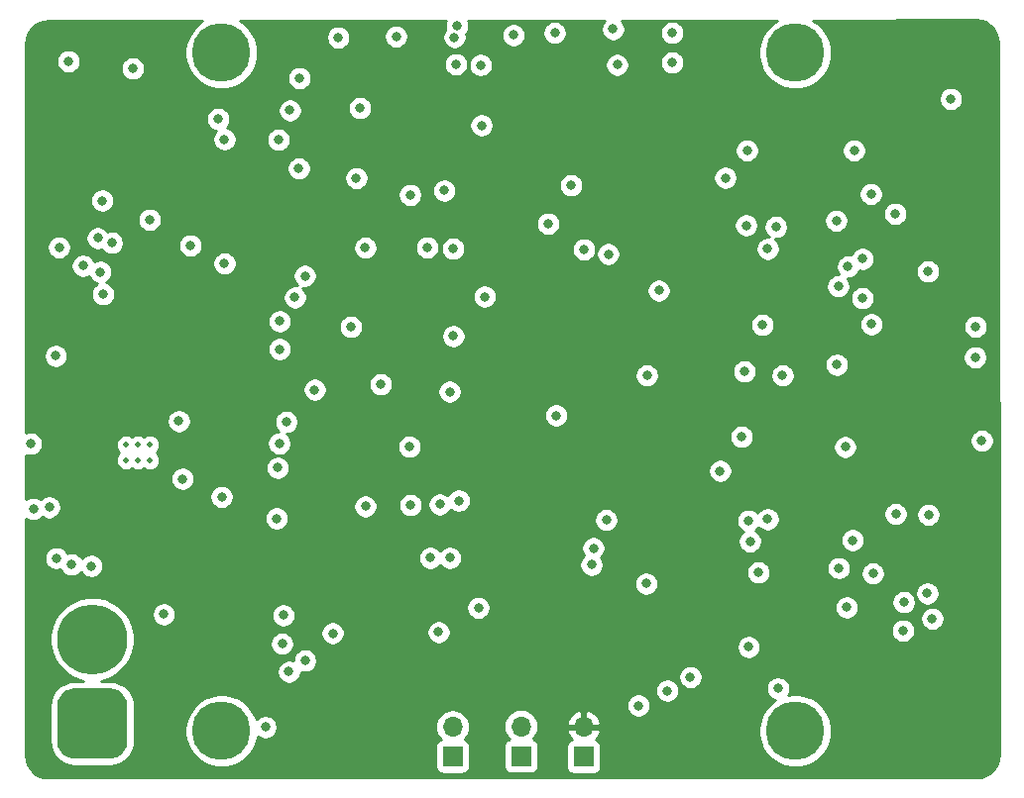
<source format=gbr>
G04 #@! TF.GenerationSoftware,KiCad,Pcbnew,(5.1.4)-1*
G04 #@! TF.CreationDate,2020-03-01T22:40:11-05:00*
G04 #@! TF.ProjectId,FPVRaceTimer,46505652-6163-4655-9469-6d65722e6b69,rev?*
G04 #@! TF.SameCoordinates,Original*
G04 #@! TF.FileFunction,Copper,L2,Inr*
G04 #@! TF.FilePolarity,Positive*
%FSLAX46Y46*%
G04 Gerber Fmt 4.6, Leading zero omitted, Abs format (unit mm)*
G04 Created by KiCad (PCBNEW (5.1.4)-1) date 2020-03-01 22:40:11*
%MOMM*%
%LPD*%
G04 APERTURE LIST*
%ADD10C,0.800000*%
%ADD11C,5.000000*%
%ADD12O,1.700000X1.700000*%
%ADD13R,1.700000X1.700000*%
%ADD14C,6.000000*%
%ADD15C,0.100000*%
%ADD16C,0.500000*%
%ADD17C,0.254000*%
G04 APERTURE END LIST*
D10*
X41325825Y-75674175D03*
X40000000Y-75125000D03*
X38674175Y-75674175D03*
X38125000Y-77000000D03*
X38674175Y-78325825D03*
X40000000Y-78875000D03*
X41325825Y-78325825D03*
X41875000Y-77000000D03*
D11*
X40000000Y-77000000D03*
D10*
X41325825Y-133674175D03*
X40000000Y-133125000D03*
X38674175Y-133674175D03*
X38125000Y-135000000D03*
X38674175Y-136325825D03*
X40000000Y-136875000D03*
X41325825Y-136325825D03*
X41875000Y-135000000D03*
D11*
X40000000Y-135000000D03*
X89000000Y-135000000D03*
D10*
X90875000Y-135000000D03*
X90325825Y-136325825D03*
X89000000Y-136875000D03*
X87674175Y-136325825D03*
X87125000Y-135000000D03*
X87674175Y-133674175D03*
X89000000Y-133125000D03*
X90325825Y-133674175D03*
D11*
X89000000Y-77000000D03*
D10*
X90875000Y-77000000D03*
X90325825Y-78325825D03*
X89000000Y-78875000D03*
X87674175Y-78325825D03*
X87125000Y-77000000D03*
X87674175Y-75674175D03*
X89000000Y-75125000D03*
X90325825Y-75674175D03*
D12*
X59740800Y-134645400D03*
D13*
X59740800Y-137185400D03*
X70916800Y-137210800D03*
D12*
X70916800Y-134670800D03*
D13*
X65582800Y-137160000D03*
D12*
X65582800Y-134620000D03*
D14*
X28956000Y-127166000D03*
D15*
G36*
X30603026Y-131373223D02*
G01*
X30748635Y-131394822D01*
X30891427Y-131430589D01*
X31030025Y-131480181D01*
X31163095Y-131543118D01*
X31289355Y-131618796D01*
X31407590Y-131706484D01*
X31516660Y-131805340D01*
X31615516Y-131914410D01*
X31703204Y-132032645D01*
X31778882Y-132158905D01*
X31841819Y-132291975D01*
X31891411Y-132430573D01*
X31927178Y-132573365D01*
X31948777Y-132718974D01*
X31956000Y-132866000D01*
X31956000Y-135866000D01*
X31948777Y-136013026D01*
X31927178Y-136158635D01*
X31891411Y-136301427D01*
X31841819Y-136440025D01*
X31778882Y-136573095D01*
X31703204Y-136699355D01*
X31615516Y-136817590D01*
X31516660Y-136926660D01*
X31407590Y-137025516D01*
X31289355Y-137113204D01*
X31163095Y-137188882D01*
X31030025Y-137251819D01*
X30891427Y-137301411D01*
X30748635Y-137337178D01*
X30603026Y-137358777D01*
X30456000Y-137366000D01*
X27456000Y-137366000D01*
X27308974Y-137358777D01*
X27163365Y-137337178D01*
X27020573Y-137301411D01*
X26881975Y-137251819D01*
X26748905Y-137188882D01*
X26622645Y-137113204D01*
X26504410Y-137025516D01*
X26395340Y-136926660D01*
X26296484Y-136817590D01*
X26208796Y-136699355D01*
X26133118Y-136573095D01*
X26070181Y-136440025D01*
X26020589Y-136301427D01*
X25984822Y-136158635D01*
X25963223Y-136013026D01*
X25956000Y-135866000D01*
X25956000Y-132866000D01*
X25963223Y-132718974D01*
X25984822Y-132573365D01*
X26020589Y-132430573D01*
X26070181Y-132291975D01*
X26133118Y-132158905D01*
X26208796Y-132032645D01*
X26296484Y-131914410D01*
X26395340Y-131805340D01*
X26504410Y-131706484D01*
X26622645Y-131618796D01*
X26748905Y-131543118D01*
X26881975Y-131480181D01*
X27020573Y-131430589D01*
X27163365Y-131394822D01*
X27308974Y-131373223D01*
X27456000Y-131366000D01*
X30456000Y-131366000D01*
X30603026Y-131373223D01*
X30603026Y-131373223D01*
G37*
D14*
X28956000Y-134366000D03*
D16*
X31867600Y-111851200D03*
X31867600Y-110551200D03*
X32867600Y-111851200D03*
X32867600Y-110551200D03*
X33867600Y-111851200D03*
X33867600Y-110551200D03*
D10*
X94030800Y-85369400D03*
X84886800Y-85369400D03*
X86207600Y-100279200D03*
X84810600Y-91770200D03*
X87350600Y-91897200D03*
X83032600Y-87706200D03*
X82575400Y-112776000D03*
X86639400Y-116890800D03*
X84429600Y-109855000D03*
X93268800Y-110718600D03*
X85857080Y-121452640D03*
X85003640Y-117022880D03*
X61940440Y-124465080D03*
X58536840Y-126547880D03*
X49494440Y-126649480D03*
X57825640Y-120197880D03*
X59502040Y-120197880D03*
X58638440Y-115625880D03*
X62473840Y-97866200D03*
X59776360Y-93771720D03*
X59796680Y-101244400D03*
X59029600Y-88798400D03*
X87909400Y-104597200D03*
X87528400Y-131368800D03*
X68580000Y-108026200D03*
X36664900Y-113450002D03*
X36347400Y-108508800D03*
X33863280Y-91279980D03*
X29814520Y-89646760D03*
X32405320Y-78343760D03*
X35072320Y-125034040D03*
X76268580Y-122400060D03*
X76334620Y-104602280D03*
X100342344Y-95712636D03*
X75610720Y-132831840D03*
X43746420Y-134670800D03*
X37340540Y-93477080D03*
X54909720Y-75623420D03*
X64935100Y-75506580D03*
X25843400Y-102938580D03*
X104937560Y-110182660D03*
X102298500Y-80962500D03*
X45745400Y-129936240D03*
X44966627Y-99966627D03*
X51043180Y-100461420D03*
X44958000Y-102362000D03*
X44704000Y-116840000D03*
X68453000Y-75311000D03*
X27178000Y-120777000D03*
X95465900Y-89090500D03*
X97586800Y-116446300D03*
X100279200Y-123240800D03*
X53596120Y-105357080D03*
X59491880Y-105999280D03*
X60020200Y-77993240D03*
X62128400Y-78064360D03*
X57561480Y-93649800D03*
X23688040Y-110446820D03*
X77343000Y-97345500D03*
X69850000Y-88341200D03*
X73431400Y-74993500D03*
X74625200Y-93167200D03*
X60060840Y-126090680D03*
X88156401Y-125965599D03*
X88715600Y-100501200D03*
X69098160Y-118628160D03*
X60507880Y-99649280D03*
X64465200Y-84226400D03*
X74498200Y-118364000D03*
X87706200Y-87452200D03*
X87071200Y-113106200D03*
X68224400Y-83591400D03*
X45440600Y-119164100D03*
X45440600Y-120700800D03*
X46863000Y-119976900D03*
X45250100Y-91554300D03*
X46863000Y-93141800D03*
X45275500Y-93116400D03*
X99669600Y-121119900D03*
X32730440Y-93913960D03*
X35166280Y-93821880D03*
X32847280Y-95432880D03*
X34980880Y-95412560D03*
X32374840Y-75773280D03*
X25852120Y-78780640D03*
X25867360Y-91170760D03*
X76494640Y-129760980D03*
X99014280Y-92031820D03*
X99057460Y-94066360D03*
X100230940Y-93080840D03*
X81696560Y-132687060D03*
X68498720Y-77970380D03*
X69347080Y-94213680D03*
X66827400Y-77952600D03*
X67767200Y-79806800D03*
X69723000Y-79806800D03*
X29595634Y-118379138D03*
X95351600Y-83985100D03*
X94551500Y-109867700D03*
X98704400Y-119418100D03*
X100622100Y-119418100D03*
X50764440Y-112359440D03*
X57612280Y-111455200D03*
X58479690Y-82807810D03*
X76191528Y-102246503D03*
X81661000Y-102743000D03*
X80899000Y-127381000D03*
X64465200Y-109677200D03*
X28168600Y-95216980D03*
X29649420Y-95742760D03*
X29865320Y-97652840D03*
X28879800Y-120904000D03*
X26131520Y-93654880D03*
X25284951Y-115874773D03*
X26934160Y-77734160D03*
X40253920Y-95026480D03*
X39710360Y-82671920D03*
X59885580Y-75686920D03*
X49974500Y-75707240D03*
X25900380Y-120230900D03*
X23931880Y-116037360D03*
X45173900Y-127546100D03*
X71602600Y-120802400D03*
X73795720Y-78033880D03*
X29437160Y-92850800D03*
X46266321Y-97935001D03*
X70954900Y-93835220D03*
X78486000Y-77851000D03*
X73025000Y-94234000D03*
X71755000Y-119380000D03*
X45275500Y-125107700D03*
X80039200Y-130406140D03*
X78074520Y-131564380D03*
X30624780Y-93261358D03*
X67900109Y-91631270D03*
X47121997Y-96096976D03*
X78486000Y-75311000D03*
X72861010Y-116967000D03*
X52283561Y-115803479D03*
X56052720Y-110688120D03*
X56134000Y-115697000D03*
X47950120Y-105831640D03*
X51821080Y-81737200D03*
X51511200Y-87726520D03*
X56108600Y-89174320D03*
X46659800Y-79181960D03*
X100380800Y-116509800D03*
X85140801Y-118795800D03*
X93405960Y-124439680D03*
X92725801Y-121077281D03*
X92678600Y-96983200D03*
X92506800Y-91363800D03*
X97548700Y-90779600D03*
X86652100Y-93776800D03*
X94729300Y-97993200D03*
X94740899Y-94639299D03*
X44932600Y-110423960D03*
X60274200Y-115316000D03*
X44805600Y-112496600D03*
X45526960Y-108569760D03*
X45834300Y-81940400D03*
X62204600Y-83223100D03*
X44869100Y-84442300D03*
X46593760Y-86898480D03*
X98209100Y-126415800D03*
X85026500Y-127825500D03*
X98272600Y-123990100D03*
X93898720Y-118699280D03*
X95631000Y-121539000D03*
X100703382Y-125402340D03*
X104368600Y-103060500D03*
X84645500Y-104267000D03*
X104394000Y-100431600D03*
X93510100Y-95288100D03*
X95504000Y-100215700D03*
X92544900Y-103682800D03*
X60116720Y-74686160D03*
X52270660Y-93687900D03*
X40010080Y-114995960D03*
X47134780Y-128991360D03*
X40243760Y-84414360D03*
D17*
G36*
X104868494Y-74277252D02*
G01*
X105215240Y-74395324D01*
X105532442Y-74578495D01*
X105808031Y-74819793D01*
X106031499Y-75110022D01*
X106194340Y-75438128D01*
X106291573Y-75796114D01*
X106319805Y-76132492D01*
X106388262Y-136999311D01*
X106357609Y-137414225D01*
X106260181Y-137767329D01*
X106096028Y-138094776D01*
X105871393Y-138384112D01*
X105594842Y-138624299D01*
X105276907Y-138806197D01*
X104929691Y-138922878D01*
X104539351Y-138973400D01*
X104503109Y-138973961D01*
X25229023Y-138989195D01*
X24832255Y-138950291D01*
X24481594Y-138844420D01*
X24158177Y-138672457D01*
X23874318Y-138440948D01*
X23640835Y-138158714D01*
X23466616Y-137836504D01*
X23358298Y-137486585D01*
X23316792Y-137091684D01*
X23315031Y-132866000D01*
X25317928Y-132866000D01*
X25317928Y-135866000D01*
X25359010Y-136283117D01*
X25480679Y-136684205D01*
X25678258Y-137053849D01*
X25944155Y-137377845D01*
X26268151Y-137643742D01*
X26637795Y-137841321D01*
X27038883Y-137962990D01*
X27456000Y-138004072D01*
X30456000Y-138004072D01*
X30873117Y-137962990D01*
X31274205Y-137841321D01*
X31643849Y-137643742D01*
X31967845Y-137377845D01*
X32233742Y-137053849D01*
X32431321Y-136684205D01*
X32552990Y-136283117D01*
X32594072Y-135866000D01*
X32594072Y-134691229D01*
X36865000Y-134691229D01*
X36865000Y-135308771D01*
X36985476Y-135914446D01*
X37221799Y-136484979D01*
X37564886Y-136998446D01*
X38001554Y-137435114D01*
X38515021Y-137778201D01*
X39085554Y-138014524D01*
X39691229Y-138135000D01*
X40308771Y-138135000D01*
X40914446Y-138014524D01*
X41484979Y-137778201D01*
X41998446Y-137435114D01*
X42435114Y-136998446D01*
X42778201Y-136484979D01*
X43014524Y-135914446D01*
X43100188Y-135483785D01*
X43256164Y-135588005D01*
X43444522Y-135666026D01*
X43644481Y-135705800D01*
X43848359Y-135705800D01*
X44048318Y-135666026D01*
X44236676Y-135588005D01*
X44406194Y-135474737D01*
X44550357Y-135330574D01*
X44663625Y-135161056D01*
X44741646Y-134972698D01*
X44781420Y-134772739D01*
X44781420Y-134645400D01*
X58248615Y-134645400D01*
X58277287Y-134936511D01*
X58362201Y-135216434D01*
X58500094Y-135474414D01*
X58685666Y-135700534D01*
X58715487Y-135725007D01*
X58646620Y-135745898D01*
X58536306Y-135804863D01*
X58439615Y-135884215D01*
X58360263Y-135980906D01*
X58301298Y-136091220D01*
X58264988Y-136210918D01*
X58252728Y-136335400D01*
X58252728Y-138035400D01*
X58264988Y-138159882D01*
X58301298Y-138279580D01*
X58360263Y-138389894D01*
X58439615Y-138486585D01*
X58536306Y-138565937D01*
X58646620Y-138624902D01*
X58766318Y-138661212D01*
X58890800Y-138673472D01*
X60590800Y-138673472D01*
X60715282Y-138661212D01*
X60834980Y-138624902D01*
X60945294Y-138565937D01*
X61041985Y-138486585D01*
X61121337Y-138389894D01*
X61180302Y-138279580D01*
X61216612Y-138159882D01*
X61228872Y-138035400D01*
X61228872Y-136335400D01*
X61216612Y-136210918D01*
X61180302Y-136091220D01*
X61121337Y-135980906D01*
X61041985Y-135884215D01*
X60945294Y-135804863D01*
X60834980Y-135745898D01*
X60766113Y-135725007D01*
X60795934Y-135700534D01*
X60981506Y-135474414D01*
X61119399Y-135216434D01*
X61204313Y-134936511D01*
X61232985Y-134645400D01*
X61230484Y-134620000D01*
X64090615Y-134620000D01*
X64119287Y-134911111D01*
X64204201Y-135191034D01*
X64342094Y-135449014D01*
X64527666Y-135675134D01*
X64557487Y-135699607D01*
X64488620Y-135720498D01*
X64378306Y-135779463D01*
X64281615Y-135858815D01*
X64202263Y-135955506D01*
X64143298Y-136065820D01*
X64106988Y-136185518D01*
X64094728Y-136310000D01*
X64094728Y-138010000D01*
X64106988Y-138134482D01*
X64143298Y-138254180D01*
X64202263Y-138364494D01*
X64281615Y-138461185D01*
X64378306Y-138540537D01*
X64488620Y-138599502D01*
X64608318Y-138635812D01*
X64732800Y-138648072D01*
X66432800Y-138648072D01*
X66557282Y-138635812D01*
X66676980Y-138599502D01*
X66787294Y-138540537D01*
X66883985Y-138461185D01*
X66963337Y-138364494D01*
X67022302Y-138254180D01*
X67058612Y-138134482D01*
X67070872Y-138010000D01*
X67070872Y-136360800D01*
X69428728Y-136360800D01*
X69428728Y-138060800D01*
X69440988Y-138185282D01*
X69477298Y-138304980D01*
X69536263Y-138415294D01*
X69615615Y-138511985D01*
X69712306Y-138591337D01*
X69822620Y-138650302D01*
X69942318Y-138686612D01*
X70066800Y-138698872D01*
X71766800Y-138698872D01*
X71891282Y-138686612D01*
X72010980Y-138650302D01*
X72121294Y-138591337D01*
X72217985Y-138511985D01*
X72297337Y-138415294D01*
X72356302Y-138304980D01*
X72392612Y-138185282D01*
X72404872Y-138060800D01*
X72404872Y-136360800D01*
X72392612Y-136236318D01*
X72356302Y-136116620D01*
X72297337Y-136006306D01*
X72217985Y-135909615D01*
X72121294Y-135830263D01*
X72010980Y-135771298D01*
X71930334Y-135746834D01*
X72014388Y-135671069D01*
X72188441Y-135437720D01*
X72313625Y-135174899D01*
X72358276Y-135027690D01*
X72236955Y-134797800D01*
X71043800Y-134797800D01*
X71043800Y-134817800D01*
X70789800Y-134817800D01*
X70789800Y-134797800D01*
X69596645Y-134797800D01*
X69475324Y-135027690D01*
X69519975Y-135174899D01*
X69645159Y-135437720D01*
X69819212Y-135671069D01*
X69903266Y-135746834D01*
X69822620Y-135771298D01*
X69712306Y-135830263D01*
X69615615Y-135909615D01*
X69536263Y-136006306D01*
X69477298Y-136116620D01*
X69440988Y-136236318D01*
X69428728Y-136360800D01*
X67070872Y-136360800D01*
X67070872Y-136310000D01*
X67058612Y-136185518D01*
X67022302Y-136065820D01*
X66963337Y-135955506D01*
X66883985Y-135858815D01*
X66787294Y-135779463D01*
X66676980Y-135720498D01*
X66608113Y-135699607D01*
X66637934Y-135675134D01*
X66823506Y-135449014D01*
X66961399Y-135191034D01*
X67046313Y-134911111D01*
X67067969Y-134691229D01*
X85865000Y-134691229D01*
X85865000Y-135308771D01*
X85985476Y-135914446D01*
X86221799Y-136484979D01*
X86564886Y-136998446D01*
X87001554Y-137435114D01*
X87515021Y-137778201D01*
X88085554Y-138014524D01*
X88691229Y-138135000D01*
X89308771Y-138135000D01*
X89914446Y-138014524D01*
X90484979Y-137778201D01*
X90998446Y-137435114D01*
X91435114Y-136998446D01*
X91778201Y-136484979D01*
X92014524Y-135914446D01*
X92135000Y-135308771D01*
X92135000Y-134691229D01*
X92014524Y-134085554D01*
X91778201Y-133515021D01*
X91435114Y-133001554D01*
X90998446Y-132564886D01*
X90484979Y-132221799D01*
X89914446Y-131985476D01*
X89308771Y-131865000D01*
X88691229Y-131865000D01*
X88403375Y-131922258D01*
X88445605Y-131859056D01*
X88523626Y-131670698D01*
X88563400Y-131470739D01*
X88563400Y-131266861D01*
X88523626Y-131066902D01*
X88445605Y-130878544D01*
X88332337Y-130709026D01*
X88188174Y-130564863D01*
X88018656Y-130451595D01*
X87830298Y-130373574D01*
X87630339Y-130333800D01*
X87426461Y-130333800D01*
X87226502Y-130373574D01*
X87038144Y-130451595D01*
X86868626Y-130564863D01*
X86724463Y-130709026D01*
X86611195Y-130878544D01*
X86533174Y-131066902D01*
X86493400Y-131266861D01*
X86493400Y-131470739D01*
X86533174Y-131670698D01*
X86611195Y-131859056D01*
X86724463Y-132028574D01*
X86868626Y-132172737D01*
X87038144Y-132286005D01*
X87226502Y-132364026D01*
X87284806Y-132375623D01*
X87001554Y-132564886D01*
X86564886Y-133001554D01*
X86221799Y-133515021D01*
X85985476Y-134085554D01*
X85865000Y-134691229D01*
X67067969Y-134691229D01*
X67074985Y-134620000D01*
X67046313Y-134328889D01*
X67041770Y-134313910D01*
X69475324Y-134313910D01*
X69596645Y-134543800D01*
X70789800Y-134543800D01*
X70789800Y-133349986D01*
X71043800Y-133349986D01*
X71043800Y-134543800D01*
X72236955Y-134543800D01*
X72358276Y-134313910D01*
X72313625Y-134166701D01*
X72188441Y-133903880D01*
X72014388Y-133670531D01*
X71798155Y-133475622D01*
X71548052Y-133326643D01*
X71273691Y-133229319D01*
X71043800Y-133349986D01*
X70789800Y-133349986D01*
X70559909Y-133229319D01*
X70285548Y-133326643D01*
X70035445Y-133475622D01*
X69819212Y-133670531D01*
X69645159Y-133903880D01*
X69519975Y-134166701D01*
X69475324Y-134313910D01*
X67041770Y-134313910D01*
X66961399Y-134048966D01*
X66823506Y-133790986D01*
X66637934Y-133564866D01*
X66411814Y-133379294D01*
X66153834Y-133241401D01*
X65873911Y-133156487D01*
X65655750Y-133135000D01*
X65509850Y-133135000D01*
X65291689Y-133156487D01*
X65011766Y-133241401D01*
X64753786Y-133379294D01*
X64527666Y-133564866D01*
X64342094Y-133790986D01*
X64204201Y-134048966D01*
X64119287Y-134328889D01*
X64090615Y-134620000D01*
X61230484Y-134620000D01*
X61204313Y-134354289D01*
X61119399Y-134074366D01*
X60981506Y-133816386D01*
X60795934Y-133590266D01*
X60569814Y-133404694D01*
X60311834Y-133266801D01*
X60031911Y-133181887D01*
X59813750Y-133160400D01*
X59667850Y-133160400D01*
X59449689Y-133181887D01*
X59169766Y-133266801D01*
X58911786Y-133404694D01*
X58685666Y-133590266D01*
X58500094Y-133816386D01*
X58362201Y-134074366D01*
X58277287Y-134354289D01*
X58248615Y-134645400D01*
X44781420Y-134645400D01*
X44781420Y-134568861D01*
X44741646Y-134368902D01*
X44663625Y-134180544D01*
X44550357Y-134011026D01*
X44406194Y-133866863D01*
X44236676Y-133753595D01*
X44048318Y-133675574D01*
X43848359Y-133635800D01*
X43644481Y-133635800D01*
X43444522Y-133675574D01*
X43256164Y-133753595D01*
X43086646Y-133866863D01*
X42971595Y-133981914D01*
X42778201Y-133515021D01*
X42435114Y-133001554D01*
X42163461Y-132729901D01*
X74575720Y-132729901D01*
X74575720Y-132933779D01*
X74615494Y-133133738D01*
X74693515Y-133322096D01*
X74806783Y-133491614D01*
X74950946Y-133635777D01*
X75120464Y-133749045D01*
X75308822Y-133827066D01*
X75508781Y-133866840D01*
X75712659Y-133866840D01*
X75912618Y-133827066D01*
X76100976Y-133749045D01*
X76270494Y-133635777D01*
X76414657Y-133491614D01*
X76527925Y-133322096D01*
X76605946Y-133133738D01*
X76645720Y-132933779D01*
X76645720Y-132729901D01*
X76605946Y-132529942D01*
X76527925Y-132341584D01*
X76414657Y-132172066D01*
X76270494Y-132027903D01*
X76100976Y-131914635D01*
X75912618Y-131836614D01*
X75712659Y-131796840D01*
X75508781Y-131796840D01*
X75308822Y-131836614D01*
X75120464Y-131914635D01*
X74950946Y-132027903D01*
X74806783Y-132172066D01*
X74693515Y-132341584D01*
X74615494Y-132529942D01*
X74575720Y-132729901D01*
X42163461Y-132729901D01*
X41998446Y-132564886D01*
X41484979Y-132221799D01*
X40914446Y-131985476D01*
X40308771Y-131865000D01*
X39691229Y-131865000D01*
X39085554Y-131985476D01*
X38515021Y-132221799D01*
X38001554Y-132564886D01*
X37564886Y-133001554D01*
X37221799Y-133515021D01*
X36985476Y-134085554D01*
X36865000Y-134691229D01*
X32594072Y-134691229D01*
X32594072Y-132866000D01*
X32552990Y-132448883D01*
X32431321Y-132047795D01*
X32233742Y-131678151D01*
X32056714Y-131462441D01*
X77039520Y-131462441D01*
X77039520Y-131666319D01*
X77079294Y-131866278D01*
X77157315Y-132054636D01*
X77270583Y-132224154D01*
X77414746Y-132368317D01*
X77584264Y-132481585D01*
X77772622Y-132559606D01*
X77972581Y-132599380D01*
X78176459Y-132599380D01*
X78376418Y-132559606D01*
X78564776Y-132481585D01*
X78734294Y-132368317D01*
X78878457Y-132224154D01*
X78991725Y-132054636D01*
X79069746Y-131866278D01*
X79109520Y-131666319D01*
X79109520Y-131462441D01*
X79069746Y-131262482D01*
X78991725Y-131074124D01*
X78878457Y-130904606D01*
X78734294Y-130760443D01*
X78564776Y-130647175D01*
X78376418Y-130569154D01*
X78176459Y-130529380D01*
X77972581Y-130529380D01*
X77772622Y-130569154D01*
X77584264Y-130647175D01*
X77414746Y-130760443D01*
X77270583Y-130904606D01*
X77157315Y-131074124D01*
X77079294Y-131262482D01*
X77039520Y-131462441D01*
X32056714Y-131462441D01*
X31967845Y-131354155D01*
X31643849Y-131088258D01*
X31274205Y-130890679D01*
X30873117Y-130769010D01*
X30456000Y-130727928D01*
X29681374Y-130727928D01*
X30016290Y-130661309D01*
X30677818Y-130387295D01*
X31273177Y-129989489D01*
X31428365Y-129834301D01*
X44710400Y-129834301D01*
X44710400Y-130038179D01*
X44750174Y-130238138D01*
X44828195Y-130426496D01*
X44941463Y-130596014D01*
X45085626Y-130740177D01*
X45255144Y-130853445D01*
X45443502Y-130931466D01*
X45643461Y-130971240D01*
X45847339Y-130971240D01*
X46047298Y-130931466D01*
X46235656Y-130853445D01*
X46405174Y-130740177D01*
X46549337Y-130596014D01*
X46662605Y-130426496D01*
X46713261Y-130304201D01*
X79004200Y-130304201D01*
X79004200Y-130508079D01*
X79043974Y-130708038D01*
X79121995Y-130896396D01*
X79235263Y-131065914D01*
X79379426Y-131210077D01*
X79548944Y-131323345D01*
X79737302Y-131401366D01*
X79937261Y-131441140D01*
X80141139Y-131441140D01*
X80341098Y-131401366D01*
X80529456Y-131323345D01*
X80698974Y-131210077D01*
X80843137Y-131065914D01*
X80956405Y-130896396D01*
X81034426Y-130708038D01*
X81074200Y-130508079D01*
X81074200Y-130304201D01*
X81034426Y-130104242D01*
X80956405Y-129915884D01*
X80843137Y-129746366D01*
X80698974Y-129602203D01*
X80529456Y-129488935D01*
X80341098Y-129410914D01*
X80141139Y-129371140D01*
X79937261Y-129371140D01*
X79737302Y-129410914D01*
X79548944Y-129488935D01*
X79379426Y-129602203D01*
X79235263Y-129746366D01*
X79121995Y-129915884D01*
X79043974Y-130104242D01*
X79004200Y-130304201D01*
X46713261Y-130304201D01*
X46740626Y-130238138D01*
X46780400Y-130038179D01*
X46780400Y-129964847D01*
X46832882Y-129986586D01*
X47032841Y-130026360D01*
X47236719Y-130026360D01*
X47436678Y-129986586D01*
X47625036Y-129908565D01*
X47794554Y-129795297D01*
X47938717Y-129651134D01*
X48051985Y-129481616D01*
X48130006Y-129293258D01*
X48169780Y-129093299D01*
X48169780Y-128889421D01*
X48130006Y-128689462D01*
X48051985Y-128501104D01*
X47938717Y-128331586D01*
X47794554Y-128187423D01*
X47625036Y-128074155D01*
X47436678Y-127996134D01*
X47236719Y-127956360D01*
X47032841Y-127956360D01*
X46832882Y-127996134D01*
X46644524Y-128074155D01*
X46475006Y-128187423D01*
X46330843Y-128331586D01*
X46217575Y-128501104D01*
X46139554Y-128689462D01*
X46099780Y-128889421D01*
X46099780Y-128962753D01*
X46047298Y-128941014D01*
X45847339Y-128901240D01*
X45643461Y-128901240D01*
X45443502Y-128941014D01*
X45255144Y-129019035D01*
X45085626Y-129132303D01*
X44941463Y-129276466D01*
X44828195Y-129445984D01*
X44750174Y-129634342D01*
X44710400Y-129834301D01*
X31428365Y-129834301D01*
X31779489Y-129483177D01*
X32177295Y-128887818D01*
X32451309Y-128226290D01*
X32591000Y-127524016D01*
X32591000Y-127444161D01*
X44138900Y-127444161D01*
X44138900Y-127648039D01*
X44178674Y-127847998D01*
X44256695Y-128036356D01*
X44369963Y-128205874D01*
X44514126Y-128350037D01*
X44683644Y-128463305D01*
X44872002Y-128541326D01*
X45071961Y-128581100D01*
X45275839Y-128581100D01*
X45475798Y-128541326D01*
X45664156Y-128463305D01*
X45833674Y-128350037D01*
X45977837Y-128205874D01*
X46091105Y-128036356D01*
X46169126Y-127847998D01*
X46193877Y-127723561D01*
X83991500Y-127723561D01*
X83991500Y-127927439D01*
X84031274Y-128127398D01*
X84109295Y-128315756D01*
X84222563Y-128485274D01*
X84366726Y-128629437D01*
X84536244Y-128742705D01*
X84724602Y-128820726D01*
X84924561Y-128860500D01*
X85128439Y-128860500D01*
X85328398Y-128820726D01*
X85516756Y-128742705D01*
X85686274Y-128629437D01*
X85830437Y-128485274D01*
X85943705Y-128315756D01*
X86021726Y-128127398D01*
X86061500Y-127927439D01*
X86061500Y-127723561D01*
X86021726Y-127523602D01*
X85943705Y-127335244D01*
X85830437Y-127165726D01*
X85686274Y-127021563D01*
X85516756Y-126908295D01*
X85328398Y-126830274D01*
X85128439Y-126790500D01*
X84924561Y-126790500D01*
X84724602Y-126830274D01*
X84536244Y-126908295D01*
X84366726Y-127021563D01*
X84222563Y-127165726D01*
X84109295Y-127335244D01*
X84031274Y-127523602D01*
X83991500Y-127723561D01*
X46193877Y-127723561D01*
X46208900Y-127648039D01*
X46208900Y-127444161D01*
X46169126Y-127244202D01*
X46091105Y-127055844D01*
X45977837Y-126886326D01*
X45833674Y-126742163D01*
X45664156Y-126628895D01*
X45475798Y-126550874D01*
X45459042Y-126547541D01*
X48459440Y-126547541D01*
X48459440Y-126751419D01*
X48499214Y-126951378D01*
X48577235Y-127139736D01*
X48690503Y-127309254D01*
X48834666Y-127453417D01*
X49004184Y-127566685D01*
X49192542Y-127644706D01*
X49392501Y-127684480D01*
X49596379Y-127684480D01*
X49796338Y-127644706D01*
X49984696Y-127566685D01*
X50154214Y-127453417D01*
X50298377Y-127309254D01*
X50411645Y-127139736D01*
X50489666Y-126951378D01*
X50529440Y-126751419D01*
X50529440Y-126547541D01*
X50509231Y-126445941D01*
X57501840Y-126445941D01*
X57501840Y-126649819D01*
X57541614Y-126849778D01*
X57619635Y-127038136D01*
X57732903Y-127207654D01*
X57877066Y-127351817D01*
X58046584Y-127465085D01*
X58234942Y-127543106D01*
X58434901Y-127582880D01*
X58638779Y-127582880D01*
X58838738Y-127543106D01*
X59027096Y-127465085D01*
X59196614Y-127351817D01*
X59340777Y-127207654D01*
X59454045Y-127038136D01*
X59532066Y-126849778D01*
X59571840Y-126649819D01*
X59571840Y-126445941D01*
X59545568Y-126313861D01*
X97174100Y-126313861D01*
X97174100Y-126517739D01*
X97213874Y-126717698D01*
X97291895Y-126906056D01*
X97405163Y-127075574D01*
X97549326Y-127219737D01*
X97718844Y-127333005D01*
X97907202Y-127411026D01*
X98107161Y-127450800D01*
X98311039Y-127450800D01*
X98510998Y-127411026D01*
X98699356Y-127333005D01*
X98868874Y-127219737D01*
X99013037Y-127075574D01*
X99126305Y-126906056D01*
X99204326Y-126717698D01*
X99244100Y-126517739D01*
X99244100Y-126313861D01*
X99204326Y-126113902D01*
X99126305Y-125925544D01*
X99013037Y-125756026D01*
X98868874Y-125611863D01*
X98699356Y-125498595D01*
X98510998Y-125420574D01*
X98311039Y-125380800D01*
X98107161Y-125380800D01*
X97907202Y-125420574D01*
X97718844Y-125498595D01*
X97549326Y-125611863D01*
X97405163Y-125756026D01*
X97291895Y-125925544D01*
X97213874Y-126113902D01*
X97174100Y-126313861D01*
X59545568Y-126313861D01*
X59532066Y-126245982D01*
X59454045Y-126057624D01*
X59340777Y-125888106D01*
X59196614Y-125743943D01*
X59027096Y-125630675D01*
X58838738Y-125552654D01*
X58638779Y-125512880D01*
X58434901Y-125512880D01*
X58234942Y-125552654D01*
X58046584Y-125630675D01*
X57877066Y-125743943D01*
X57732903Y-125888106D01*
X57619635Y-126057624D01*
X57541614Y-126245982D01*
X57501840Y-126445941D01*
X50509231Y-126445941D01*
X50489666Y-126347582D01*
X50411645Y-126159224D01*
X50298377Y-125989706D01*
X50154214Y-125845543D01*
X49984696Y-125732275D01*
X49796338Y-125654254D01*
X49596379Y-125614480D01*
X49392501Y-125614480D01*
X49192542Y-125654254D01*
X49004184Y-125732275D01*
X48834666Y-125845543D01*
X48690503Y-125989706D01*
X48577235Y-126159224D01*
X48499214Y-126347582D01*
X48459440Y-126547541D01*
X45459042Y-126547541D01*
X45275839Y-126511100D01*
X45071961Y-126511100D01*
X44872002Y-126550874D01*
X44683644Y-126628895D01*
X44514126Y-126742163D01*
X44369963Y-126886326D01*
X44256695Y-127055844D01*
X44178674Y-127244202D01*
X44138900Y-127444161D01*
X32591000Y-127444161D01*
X32591000Y-126807984D01*
X32451309Y-126105710D01*
X32177295Y-125444182D01*
X31835134Y-124932101D01*
X34037320Y-124932101D01*
X34037320Y-125135979D01*
X34077094Y-125335938D01*
X34155115Y-125524296D01*
X34268383Y-125693814D01*
X34412546Y-125837977D01*
X34582064Y-125951245D01*
X34770422Y-126029266D01*
X34970381Y-126069040D01*
X35174259Y-126069040D01*
X35374218Y-126029266D01*
X35562576Y-125951245D01*
X35732094Y-125837977D01*
X35876257Y-125693814D01*
X35989525Y-125524296D01*
X36067546Y-125335938D01*
X36107320Y-125135979D01*
X36107320Y-125005761D01*
X44240500Y-125005761D01*
X44240500Y-125209639D01*
X44280274Y-125409598D01*
X44358295Y-125597956D01*
X44471563Y-125767474D01*
X44615726Y-125911637D01*
X44785244Y-126024905D01*
X44973602Y-126102926D01*
X45173561Y-126142700D01*
X45377439Y-126142700D01*
X45577398Y-126102926D01*
X45765756Y-126024905D01*
X45935274Y-125911637D01*
X46079437Y-125767474D01*
X46192705Y-125597956D01*
X46270726Y-125409598D01*
X46310500Y-125209639D01*
X46310500Y-125005761D01*
X46270726Y-124805802D01*
X46192705Y-124617444D01*
X46079437Y-124447926D01*
X45994652Y-124363141D01*
X60905440Y-124363141D01*
X60905440Y-124567019D01*
X60945214Y-124766978D01*
X61023235Y-124955336D01*
X61136503Y-125124854D01*
X61280666Y-125269017D01*
X61450184Y-125382285D01*
X61638542Y-125460306D01*
X61838501Y-125500080D01*
X62042379Y-125500080D01*
X62242338Y-125460306D01*
X62430696Y-125382285D01*
X62600214Y-125269017D01*
X62744377Y-125124854D01*
X62857645Y-124955336D01*
X62935666Y-124766978D01*
X62975440Y-124567019D01*
X62975440Y-124363141D01*
X62970388Y-124337741D01*
X92370960Y-124337741D01*
X92370960Y-124541619D01*
X92410734Y-124741578D01*
X92488755Y-124929936D01*
X92602023Y-125099454D01*
X92746186Y-125243617D01*
X92915704Y-125356885D01*
X93104062Y-125434906D01*
X93304021Y-125474680D01*
X93507899Y-125474680D01*
X93707858Y-125434906D01*
X93896216Y-125356885D01*
X93980750Y-125300401D01*
X99668382Y-125300401D01*
X99668382Y-125504279D01*
X99708156Y-125704238D01*
X99786177Y-125892596D01*
X99899445Y-126062114D01*
X100043608Y-126206277D01*
X100213126Y-126319545D01*
X100401484Y-126397566D01*
X100601443Y-126437340D01*
X100805321Y-126437340D01*
X101005280Y-126397566D01*
X101193638Y-126319545D01*
X101363156Y-126206277D01*
X101507319Y-126062114D01*
X101620587Y-125892596D01*
X101698608Y-125704238D01*
X101738382Y-125504279D01*
X101738382Y-125300401D01*
X101698608Y-125100442D01*
X101620587Y-124912084D01*
X101507319Y-124742566D01*
X101363156Y-124598403D01*
X101193638Y-124485135D01*
X101005280Y-124407114D01*
X100805321Y-124367340D01*
X100601443Y-124367340D01*
X100401484Y-124407114D01*
X100213126Y-124485135D01*
X100043608Y-124598403D01*
X99899445Y-124742566D01*
X99786177Y-124912084D01*
X99708156Y-125100442D01*
X99668382Y-125300401D01*
X93980750Y-125300401D01*
X94065734Y-125243617D01*
X94209897Y-125099454D01*
X94323165Y-124929936D01*
X94401186Y-124741578D01*
X94440960Y-124541619D01*
X94440960Y-124337741D01*
X94401186Y-124137782D01*
X94323165Y-123949424D01*
X94282231Y-123888161D01*
X97237600Y-123888161D01*
X97237600Y-124092039D01*
X97277374Y-124291998D01*
X97355395Y-124480356D01*
X97468663Y-124649874D01*
X97612826Y-124794037D01*
X97782344Y-124907305D01*
X97970702Y-124985326D01*
X98170661Y-125025100D01*
X98374539Y-125025100D01*
X98574498Y-124985326D01*
X98762856Y-124907305D01*
X98932374Y-124794037D01*
X99076537Y-124649874D01*
X99189805Y-124480356D01*
X99267826Y-124291998D01*
X99307600Y-124092039D01*
X99307600Y-123888161D01*
X99267826Y-123688202D01*
X99189805Y-123499844D01*
X99076537Y-123330326D01*
X98932374Y-123186163D01*
X98861582Y-123138861D01*
X99244200Y-123138861D01*
X99244200Y-123342739D01*
X99283974Y-123542698D01*
X99361995Y-123731056D01*
X99475263Y-123900574D01*
X99619426Y-124044737D01*
X99788944Y-124158005D01*
X99977302Y-124236026D01*
X100177261Y-124275800D01*
X100381139Y-124275800D01*
X100581098Y-124236026D01*
X100769456Y-124158005D01*
X100938974Y-124044737D01*
X101083137Y-123900574D01*
X101196405Y-123731056D01*
X101274426Y-123542698D01*
X101314200Y-123342739D01*
X101314200Y-123138861D01*
X101274426Y-122938902D01*
X101196405Y-122750544D01*
X101083137Y-122581026D01*
X100938974Y-122436863D01*
X100769456Y-122323595D01*
X100581098Y-122245574D01*
X100381139Y-122205800D01*
X100177261Y-122205800D01*
X99977302Y-122245574D01*
X99788944Y-122323595D01*
X99619426Y-122436863D01*
X99475263Y-122581026D01*
X99361995Y-122750544D01*
X99283974Y-122938902D01*
X99244200Y-123138861D01*
X98861582Y-123138861D01*
X98762856Y-123072895D01*
X98574498Y-122994874D01*
X98374539Y-122955100D01*
X98170661Y-122955100D01*
X97970702Y-122994874D01*
X97782344Y-123072895D01*
X97612826Y-123186163D01*
X97468663Y-123330326D01*
X97355395Y-123499844D01*
X97277374Y-123688202D01*
X97237600Y-123888161D01*
X94282231Y-123888161D01*
X94209897Y-123779906D01*
X94065734Y-123635743D01*
X93896216Y-123522475D01*
X93707858Y-123444454D01*
X93507899Y-123404680D01*
X93304021Y-123404680D01*
X93104062Y-123444454D01*
X92915704Y-123522475D01*
X92746186Y-123635743D01*
X92602023Y-123779906D01*
X92488755Y-123949424D01*
X92410734Y-124137782D01*
X92370960Y-124337741D01*
X62970388Y-124337741D01*
X62935666Y-124163182D01*
X62857645Y-123974824D01*
X62744377Y-123805306D01*
X62600214Y-123661143D01*
X62430696Y-123547875D01*
X62242338Y-123469854D01*
X62042379Y-123430080D01*
X61838501Y-123430080D01*
X61638542Y-123469854D01*
X61450184Y-123547875D01*
X61280666Y-123661143D01*
X61136503Y-123805306D01*
X61023235Y-123974824D01*
X60945214Y-124163182D01*
X60905440Y-124363141D01*
X45994652Y-124363141D01*
X45935274Y-124303763D01*
X45765756Y-124190495D01*
X45577398Y-124112474D01*
X45377439Y-124072700D01*
X45173561Y-124072700D01*
X44973602Y-124112474D01*
X44785244Y-124190495D01*
X44615726Y-124303763D01*
X44471563Y-124447926D01*
X44358295Y-124617444D01*
X44280274Y-124805802D01*
X44240500Y-125005761D01*
X36107320Y-125005761D01*
X36107320Y-124932101D01*
X36067546Y-124732142D01*
X35989525Y-124543784D01*
X35876257Y-124374266D01*
X35732094Y-124230103D01*
X35562576Y-124116835D01*
X35374218Y-124038814D01*
X35174259Y-123999040D01*
X34970381Y-123999040D01*
X34770422Y-124038814D01*
X34582064Y-124116835D01*
X34412546Y-124230103D01*
X34268383Y-124374266D01*
X34155115Y-124543784D01*
X34077094Y-124732142D01*
X34037320Y-124932101D01*
X31835134Y-124932101D01*
X31779489Y-124848823D01*
X31273177Y-124342511D01*
X30677818Y-123944705D01*
X30016290Y-123670691D01*
X29314016Y-123531000D01*
X28597984Y-123531000D01*
X27895710Y-123670691D01*
X27234182Y-123944705D01*
X26638823Y-124342511D01*
X26132511Y-124848823D01*
X25734705Y-125444182D01*
X25460691Y-126105710D01*
X25321000Y-126807984D01*
X25321000Y-127524016D01*
X25460691Y-128226290D01*
X25734705Y-128887818D01*
X26132511Y-129483177D01*
X26638823Y-129989489D01*
X27234182Y-130387295D01*
X27895710Y-130661309D01*
X28230626Y-130727928D01*
X27456000Y-130727928D01*
X27038883Y-130769010D01*
X26637795Y-130890679D01*
X26268151Y-131088258D01*
X25944155Y-131354155D01*
X25678258Y-131678151D01*
X25480679Y-132047795D01*
X25359010Y-132448883D01*
X25317928Y-132866000D01*
X23315031Y-132866000D01*
X23310624Y-122298121D01*
X75233580Y-122298121D01*
X75233580Y-122501999D01*
X75273354Y-122701958D01*
X75351375Y-122890316D01*
X75464643Y-123059834D01*
X75608806Y-123203997D01*
X75778324Y-123317265D01*
X75966682Y-123395286D01*
X76166641Y-123435060D01*
X76370519Y-123435060D01*
X76570478Y-123395286D01*
X76758836Y-123317265D01*
X76928354Y-123203997D01*
X77072517Y-123059834D01*
X77185785Y-122890316D01*
X77263806Y-122701958D01*
X77303580Y-122501999D01*
X77303580Y-122298121D01*
X77263806Y-122098162D01*
X77185785Y-121909804D01*
X77072517Y-121740286D01*
X76928354Y-121596123D01*
X76758836Y-121482855D01*
X76570478Y-121404834D01*
X76370519Y-121365060D01*
X76166641Y-121365060D01*
X75966682Y-121404834D01*
X75778324Y-121482855D01*
X75608806Y-121596123D01*
X75464643Y-121740286D01*
X75351375Y-121909804D01*
X75273354Y-122098162D01*
X75233580Y-122298121D01*
X23310624Y-122298121D01*
X23309719Y-120128961D01*
X24865380Y-120128961D01*
X24865380Y-120332839D01*
X24905154Y-120532798D01*
X24983175Y-120721156D01*
X25096443Y-120890674D01*
X25240606Y-121034837D01*
X25410124Y-121148105D01*
X25598482Y-121226126D01*
X25798441Y-121265900D01*
X26002319Y-121265900D01*
X26202278Y-121226126D01*
X26237684Y-121211460D01*
X26260795Y-121267256D01*
X26374063Y-121436774D01*
X26518226Y-121580937D01*
X26687744Y-121694205D01*
X26876102Y-121772226D01*
X27076061Y-121812000D01*
X27279939Y-121812000D01*
X27479898Y-121772226D01*
X27668256Y-121694205D01*
X27837774Y-121580937D01*
X27981937Y-121436774D01*
X27986471Y-121429989D01*
X28075863Y-121563774D01*
X28220026Y-121707937D01*
X28389544Y-121821205D01*
X28577902Y-121899226D01*
X28777861Y-121939000D01*
X28981739Y-121939000D01*
X29181698Y-121899226D01*
X29370056Y-121821205D01*
X29539574Y-121707937D01*
X29683737Y-121563774D01*
X29797005Y-121394256D01*
X29875026Y-121205898D01*
X29914800Y-121005939D01*
X29914800Y-120802061D01*
X29875026Y-120602102D01*
X29797005Y-120413744D01*
X29683737Y-120244226D01*
X29539574Y-120100063D01*
X29533405Y-120095941D01*
X56790640Y-120095941D01*
X56790640Y-120299819D01*
X56830414Y-120499778D01*
X56908435Y-120688136D01*
X57021703Y-120857654D01*
X57165866Y-121001817D01*
X57335384Y-121115085D01*
X57523742Y-121193106D01*
X57723701Y-121232880D01*
X57927579Y-121232880D01*
X58127538Y-121193106D01*
X58315896Y-121115085D01*
X58485414Y-121001817D01*
X58629577Y-120857654D01*
X58663840Y-120806376D01*
X58698103Y-120857654D01*
X58842266Y-121001817D01*
X59011784Y-121115085D01*
X59200142Y-121193106D01*
X59400101Y-121232880D01*
X59603979Y-121232880D01*
X59803938Y-121193106D01*
X59992296Y-121115085D01*
X60161814Y-121001817D01*
X60305977Y-120857654D01*
X60411009Y-120700461D01*
X70567600Y-120700461D01*
X70567600Y-120904339D01*
X70607374Y-121104298D01*
X70685395Y-121292656D01*
X70798663Y-121462174D01*
X70942826Y-121606337D01*
X71112344Y-121719605D01*
X71300702Y-121797626D01*
X71500661Y-121837400D01*
X71704539Y-121837400D01*
X71904498Y-121797626D01*
X72092856Y-121719605D01*
X72262374Y-121606337D01*
X72406537Y-121462174D01*
X72481020Y-121350701D01*
X84822080Y-121350701D01*
X84822080Y-121554579D01*
X84861854Y-121754538D01*
X84939875Y-121942896D01*
X85053143Y-122112414D01*
X85197306Y-122256577D01*
X85366824Y-122369845D01*
X85555182Y-122447866D01*
X85755141Y-122487640D01*
X85959019Y-122487640D01*
X86158978Y-122447866D01*
X86347336Y-122369845D01*
X86516854Y-122256577D01*
X86661017Y-122112414D01*
X86774285Y-121942896D01*
X86852306Y-121754538D01*
X86892080Y-121554579D01*
X86892080Y-121350701D01*
X86852306Y-121150742D01*
X86779653Y-120975342D01*
X91690801Y-120975342D01*
X91690801Y-121179220D01*
X91730575Y-121379179D01*
X91808596Y-121567537D01*
X91921864Y-121737055D01*
X92066027Y-121881218D01*
X92235545Y-121994486D01*
X92423903Y-122072507D01*
X92623862Y-122112281D01*
X92827740Y-122112281D01*
X93027699Y-122072507D01*
X93216057Y-121994486D01*
X93385575Y-121881218D01*
X93529738Y-121737055D01*
X93643006Y-121567537D01*
X93697051Y-121437061D01*
X94596000Y-121437061D01*
X94596000Y-121640939D01*
X94635774Y-121840898D01*
X94713795Y-122029256D01*
X94827063Y-122198774D01*
X94971226Y-122342937D01*
X95140744Y-122456205D01*
X95329102Y-122534226D01*
X95529061Y-122574000D01*
X95732939Y-122574000D01*
X95932898Y-122534226D01*
X96121256Y-122456205D01*
X96290774Y-122342937D01*
X96434937Y-122198774D01*
X96548205Y-122029256D01*
X96626226Y-121840898D01*
X96666000Y-121640939D01*
X96666000Y-121437061D01*
X96626226Y-121237102D01*
X96548205Y-121048744D01*
X96434937Y-120879226D01*
X96290774Y-120735063D01*
X96121256Y-120621795D01*
X95932898Y-120543774D01*
X95732939Y-120504000D01*
X95529061Y-120504000D01*
X95329102Y-120543774D01*
X95140744Y-120621795D01*
X94971226Y-120735063D01*
X94827063Y-120879226D01*
X94713795Y-121048744D01*
X94635774Y-121237102D01*
X94596000Y-121437061D01*
X93697051Y-121437061D01*
X93721027Y-121379179D01*
X93760801Y-121179220D01*
X93760801Y-120975342D01*
X93721027Y-120775383D01*
X93643006Y-120587025D01*
X93529738Y-120417507D01*
X93385575Y-120273344D01*
X93216057Y-120160076D01*
X93027699Y-120082055D01*
X92827740Y-120042281D01*
X92623862Y-120042281D01*
X92423903Y-120082055D01*
X92235545Y-120160076D01*
X92066027Y-120273344D01*
X91921864Y-120417507D01*
X91808596Y-120587025D01*
X91730575Y-120775383D01*
X91690801Y-120975342D01*
X86779653Y-120975342D01*
X86774285Y-120962384D01*
X86661017Y-120792866D01*
X86516854Y-120648703D01*
X86347336Y-120535435D01*
X86158978Y-120457414D01*
X85959019Y-120417640D01*
X85755141Y-120417640D01*
X85555182Y-120457414D01*
X85366824Y-120535435D01*
X85197306Y-120648703D01*
X85053143Y-120792866D01*
X84939875Y-120962384D01*
X84861854Y-121150742D01*
X84822080Y-121350701D01*
X72481020Y-121350701D01*
X72519805Y-121292656D01*
X72597826Y-121104298D01*
X72637600Y-120904339D01*
X72637600Y-120700461D01*
X72597826Y-120500502D01*
X72519805Y-120312144D01*
X72426383Y-120172328D01*
X72558937Y-120039774D01*
X72672205Y-119870256D01*
X72750226Y-119681898D01*
X72790000Y-119481939D01*
X72790000Y-119278061D01*
X72750226Y-119078102D01*
X72672205Y-118889744D01*
X72558937Y-118720226D01*
X72414774Y-118576063D01*
X72245256Y-118462795D01*
X72056898Y-118384774D01*
X71856939Y-118345000D01*
X71653061Y-118345000D01*
X71453102Y-118384774D01*
X71264744Y-118462795D01*
X71095226Y-118576063D01*
X70951063Y-118720226D01*
X70837795Y-118889744D01*
X70759774Y-119078102D01*
X70720000Y-119278061D01*
X70720000Y-119481939D01*
X70759774Y-119681898D01*
X70837795Y-119870256D01*
X70931217Y-120010072D01*
X70798663Y-120142626D01*
X70685395Y-120312144D01*
X70607374Y-120500502D01*
X70567600Y-120700461D01*
X60411009Y-120700461D01*
X60419245Y-120688136D01*
X60497266Y-120499778D01*
X60537040Y-120299819D01*
X60537040Y-120095941D01*
X60497266Y-119895982D01*
X60419245Y-119707624D01*
X60305977Y-119538106D01*
X60161814Y-119393943D01*
X59992296Y-119280675D01*
X59803938Y-119202654D01*
X59603979Y-119162880D01*
X59400101Y-119162880D01*
X59200142Y-119202654D01*
X59011784Y-119280675D01*
X58842266Y-119393943D01*
X58698103Y-119538106D01*
X58663840Y-119589384D01*
X58629577Y-119538106D01*
X58485414Y-119393943D01*
X58315896Y-119280675D01*
X58127538Y-119202654D01*
X57927579Y-119162880D01*
X57723701Y-119162880D01*
X57523742Y-119202654D01*
X57335384Y-119280675D01*
X57165866Y-119393943D01*
X57021703Y-119538106D01*
X56908435Y-119707624D01*
X56830414Y-119895982D01*
X56790640Y-120095941D01*
X29533405Y-120095941D01*
X29370056Y-119986795D01*
X29181698Y-119908774D01*
X28981739Y-119869000D01*
X28777861Y-119869000D01*
X28577902Y-119908774D01*
X28389544Y-119986795D01*
X28220026Y-120100063D01*
X28075863Y-120244226D01*
X28071329Y-120251011D01*
X27981937Y-120117226D01*
X27837774Y-119973063D01*
X27668256Y-119859795D01*
X27479898Y-119781774D01*
X27279939Y-119742000D01*
X27076061Y-119742000D01*
X26876102Y-119781774D01*
X26840696Y-119796440D01*
X26817585Y-119740644D01*
X26704317Y-119571126D01*
X26560154Y-119426963D01*
X26390636Y-119313695D01*
X26202278Y-119235674D01*
X26002319Y-119195900D01*
X25798441Y-119195900D01*
X25598482Y-119235674D01*
X25410124Y-119313695D01*
X25240606Y-119426963D01*
X25096443Y-119571126D01*
X24983175Y-119740644D01*
X24905154Y-119929002D01*
X24865380Y-120128961D01*
X23309719Y-120128961D01*
X23308358Y-116865520D01*
X23441624Y-116954565D01*
X23629982Y-117032586D01*
X23829941Y-117072360D01*
X24033819Y-117072360D01*
X24233778Y-117032586D01*
X24422136Y-116954565D01*
X24591654Y-116841297D01*
X24702545Y-116730406D01*
X24794695Y-116791978D01*
X24983053Y-116869999D01*
X25183012Y-116909773D01*
X25386890Y-116909773D01*
X25586849Y-116869999D01*
X25775207Y-116791978D01*
X25855899Y-116738061D01*
X43669000Y-116738061D01*
X43669000Y-116941939D01*
X43708774Y-117141898D01*
X43786795Y-117330256D01*
X43900063Y-117499774D01*
X44044226Y-117643937D01*
X44213744Y-117757205D01*
X44402102Y-117835226D01*
X44602061Y-117875000D01*
X44805939Y-117875000D01*
X45005898Y-117835226D01*
X45194256Y-117757205D01*
X45363774Y-117643937D01*
X45507937Y-117499774D01*
X45621205Y-117330256D01*
X45699226Y-117141898D01*
X45739000Y-116941939D01*
X45739000Y-116865061D01*
X71826010Y-116865061D01*
X71826010Y-117068939D01*
X71865784Y-117268898D01*
X71943805Y-117457256D01*
X72057073Y-117626774D01*
X72201236Y-117770937D01*
X72370754Y-117884205D01*
X72559112Y-117962226D01*
X72759071Y-118002000D01*
X72962949Y-118002000D01*
X73162908Y-117962226D01*
X73351266Y-117884205D01*
X73520784Y-117770937D01*
X73664947Y-117626774D01*
X73778215Y-117457256D01*
X73856236Y-117268898D01*
X73896010Y-117068939D01*
X73896010Y-116920941D01*
X83968640Y-116920941D01*
X83968640Y-117124819D01*
X84008414Y-117324778D01*
X84086435Y-117513136D01*
X84199703Y-117682654D01*
X84343866Y-117826817D01*
X84513384Y-117940085D01*
X84541246Y-117951626D01*
X84481027Y-117991863D01*
X84336864Y-118136026D01*
X84223596Y-118305544D01*
X84145575Y-118493902D01*
X84105801Y-118693861D01*
X84105801Y-118897739D01*
X84145575Y-119097698D01*
X84223596Y-119286056D01*
X84336864Y-119455574D01*
X84481027Y-119599737D01*
X84650545Y-119713005D01*
X84838903Y-119791026D01*
X85038862Y-119830800D01*
X85242740Y-119830800D01*
X85442699Y-119791026D01*
X85631057Y-119713005D01*
X85800575Y-119599737D01*
X85944738Y-119455574D01*
X86058006Y-119286056D01*
X86136027Y-119097698D01*
X86175801Y-118897739D01*
X86175801Y-118693861D01*
X86156603Y-118597341D01*
X92863720Y-118597341D01*
X92863720Y-118801219D01*
X92903494Y-119001178D01*
X92981515Y-119189536D01*
X93094783Y-119359054D01*
X93238946Y-119503217D01*
X93408464Y-119616485D01*
X93596822Y-119694506D01*
X93796781Y-119734280D01*
X94000659Y-119734280D01*
X94200618Y-119694506D01*
X94388976Y-119616485D01*
X94558494Y-119503217D01*
X94702657Y-119359054D01*
X94815925Y-119189536D01*
X94893946Y-119001178D01*
X94933720Y-118801219D01*
X94933720Y-118597341D01*
X94893946Y-118397382D01*
X94815925Y-118209024D01*
X94702657Y-118039506D01*
X94558494Y-117895343D01*
X94388976Y-117782075D01*
X94200618Y-117704054D01*
X94000659Y-117664280D01*
X93796781Y-117664280D01*
X93596822Y-117704054D01*
X93408464Y-117782075D01*
X93238946Y-117895343D01*
X93094783Y-118039506D01*
X92981515Y-118209024D01*
X92903494Y-118397382D01*
X92863720Y-118597341D01*
X86156603Y-118597341D01*
X86136027Y-118493902D01*
X86058006Y-118305544D01*
X85944738Y-118136026D01*
X85800575Y-117991863D01*
X85631057Y-117878595D01*
X85603195Y-117867054D01*
X85663414Y-117826817D01*
X85807577Y-117682654D01*
X85871650Y-117586761D01*
X85979626Y-117694737D01*
X86149144Y-117808005D01*
X86337502Y-117886026D01*
X86537461Y-117925800D01*
X86741339Y-117925800D01*
X86941298Y-117886026D01*
X87129656Y-117808005D01*
X87299174Y-117694737D01*
X87443337Y-117550574D01*
X87556605Y-117381056D01*
X87634626Y-117192698D01*
X87674400Y-116992739D01*
X87674400Y-116788861D01*
X87634626Y-116588902D01*
X87556605Y-116400544D01*
X87519065Y-116344361D01*
X96551800Y-116344361D01*
X96551800Y-116548239D01*
X96591574Y-116748198D01*
X96669595Y-116936556D01*
X96782863Y-117106074D01*
X96927026Y-117250237D01*
X97096544Y-117363505D01*
X97284902Y-117441526D01*
X97484861Y-117481300D01*
X97688739Y-117481300D01*
X97888698Y-117441526D01*
X98077056Y-117363505D01*
X98246574Y-117250237D01*
X98390737Y-117106074D01*
X98504005Y-116936556D01*
X98582026Y-116748198D01*
X98621800Y-116548239D01*
X98621800Y-116407861D01*
X99345800Y-116407861D01*
X99345800Y-116611739D01*
X99385574Y-116811698D01*
X99463595Y-117000056D01*
X99576863Y-117169574D01*
X99721026Y-117313737D01*
X99890544Y-117427005D01*
X100078902Y-117505026D01*
X100278861Y-117544800D01*
X100482739Y-117544800D01*
X100682698Y-117505026D01*
X100871056Y-117427005D01*
X101040574Y-117313737D01*
X101184737Y-117169574D01*
X101298005Y-117000056D01*
X101376026Y-116811698D01*
X101415800Y-116611739D01*
X101415800Y-116407861D01*
X101376026Y-116207902D01*
X101298005Y-116019544D01*
X101184737Y-115850026D01*
X101040574Y-115705863D01*
X100871056Y-115592595D01*
X100682698Y-115514574D01*
X100482739Y-115474800D01*
X100278861Y-115474800D01*
X100078902Y-115514574D01*
X99890544Y-115592595D01*
X99721026Y-115705863D01*
X99576863Y-115850026D01*
X99463595Y-116019544D01*
X99385574Y-116207902D01*
X99345800Y-116407861D01*
X98621800Y-116407861D01*
X98621800Y-116344361D01*
X98582026Y-116144402D01*
X98504005Y-115956044D01*
X98390737Y-115786526D01*
X98246574Y-115642363D01*
X98077056Y-115529095D01*
X97888698Y-115451074D01*
X97688739Y-115411300D01*
X97484861Y-115411300D01*
X97284902Y-115451074D01*
X97096544Y-115529095D01*
X96927026Y-115642363D01*
X96782863Y-115786526D01*
X96669595Y-115956044D01*
X96591574Y-116144402D01*
X96551800Y-116344361D01*
X87519065Y-116344361D01*
X87443337Y-116231026D01*
X87299174Y-116086863D01*
X87129656Y-115973595D01*
X86941298Y-115895574D01*
X86741339Y-115855800D01*
X86537461Y-115855800D01*
X86337502Y-115895574D01*
X86149144Y-115973595D01*
X85979626Y-116086863D01*
X85835463Y-116231026D01*
X85771390Y-116326919D01*
X85663414Y-116218943D01*
X85493896Y-116105675D01*
X85305538Y-116027654D01*
X85105579Y-115987880D01*
X84901701Y-115987880D01*
X84701742Y-116027654D01*
X84513384Y-116105675D01*
X84343866Y-116218943D01*
X84199703Y-116363106D01*
X84086435Y-116532624D01*
X84008414Y-116720982D01*
X83968640Y-116920941D01*
X73896010Y-116920941D01*
X73896010Y-116865061D01*
X73856236Y-116665102D01*
X73778215Y-116476744D01*
X73664947Y-116307226D01*
X73520784Y-116163063D01*
X73351266Y-116049795D01*
X73162908Y-115971774D01*
X72962949Y-115932000D01*
X72759071Y-115932000D01*
X72559112Y-115971774D01*
X72370754Y-116049795D01*
X72201236Y-116163063D01*
X72057073Y-116307226D01*
X71943805Y-116476744D01*
X71865784Y-116665102D01*
X71826010Y-116865061D01*
X45739000Y-116865061D01*
X45739000Y-116738061D01*
X45699226Y-116538102D01*
X45621205Y-116349744D01*
X45507937Y-116180226D01*
X45363774Y-116036063D01*
X45194256Y-115922795D01*
X45005898Y-115844774D01*
X44805939Y-115805000D01*
X44602061Y-115805000D01*
X44402102Y-115844774D01*
X44213744Y-115922795D01*
X44044226Y-116036063D01*
X43900063Y-116180226D01*
X43786795Y-116349744D01*
X43708774Y-116538102D01*
X43669000Y-116738061D01*
X25855899Y-116738061D01*
X25944725Y-116678710D01*
X26088888Y-116534547D01*
X26202156Y-116365029D01*
X26280177Y-116176671D01*
X26319951Y-115976712D01*
X26319951Y-115772834D01*
X26280177Y-115572875D01*
X26202156Y-115384517D01*
X26088888Y-115214999D01*
X25944725Y-115070836D01*
X25775207Y-114957568D01*
X25621793Y-114894021D01*
X38975080Y-114894021D01*
X38975080Y-115097899D01*
X39014854Y-115297858D01*
X39092875Y-115486216D01*
X39206143Y-115655734D01*
X39350306Y-115799897D01*
X39519824Y-115913165D01*
X39708182Y-115991186D01*
X39908141Y-116030960D01*
X40112019Y-116030960D01*
X40311978Y-115991186D01*
X40500336Y-115913165D01*
X40669854Y-115799897D01*
X40768211Y-115701540D01*
X51248561Y-115701540D01*
X51248561Y-115905418D01*
X51288335Y-116105377D01*
X51366356Y-116293735D01*
X51479624Y-116463253D01*
X51623787Y-116607416D01*
X51793305Y-116720684D01*
X51981663Y-116798705D01*
X52181622Y-116838479D01*
X52385500Y-116838479D01*
X52585459Y-116798705D01*
X52773817Y-116720684D01*
X52943335Y-116607416D01*
X53087498Y-116463253D01*
X53200766Y-116293735D01*
X53278787Y-116105377D01*
X53318561Y-115905418D01*
X53318561Y-115701540D01*
X53297382Y-115595061D01*
X55099000Y-115595061D01*
X55099000Y-115798939D01*
X55138774Y-115998898D01*
X55216795Y-116187256D01*
X55330063Y-116356774D01*
X55474226Y-116500937D01*
X55643744Y-116614205D01*
X55832102Y-116692226D01*
X56032061Y-116732000D01*
X56235939Y-116732000D01*
X56435898Y-116692226D01*
X56624256Y-116614205D01*
X56793774Y-116500937D01*
X56937937Y-116356774D01*
X57051205Y-116187256D01*
X57129226Y-115998898D01*
X57169000Y-115798939D01*
X57169000Y-115595061D01*
X57154854Y-115523941D01*
X57603440Y-115523941D01*
X57603440Y-115727819D01*
X57643214Y-115927778D01*
X57721235Y-116116136D01*
X57834503Y-116285654D01*
X57978666Y-116429817D01*
X58148184Y-116543085D01*
X58336542Y-116621106D01*
X58536501Y-116660880D01*
X58740379Y-116660880D01*
X58940338Y-116621106D01*
X59128696Y-116543085D01*
X59298214Y-116429817D01*
X59442377Y-116285654D01*
X59555645Y-116116136D01*
X59571748Y-116077259D01*
X59614426Y-116119937D01*
X59783944Y-116233205D01*
X59972302Y-116311226D01*
X60172261Y-116351000D01*
X60376139Y-116351000D01*
X60576098Y-116311226D01*
X60764456Y-116233205D01*
X60933974Y-116119937D01*
X61078137Y-115975774D01*
X61191405Y-115806256D01*
X61269426Y-115617898D01*
X61309200Y-115417939D01*
X61309200Y-115214061D01*
X61269426Y-115014102D01*
X61191405Y-114825744D01*
X61078137Y-114656226D01*
X60933974Y-114512063D01*
X60764456Y-114398795D01*
X60576098Y-114320774D01*
X60376139Y-114281000D01*
X60172261Y-114281000D01*
X59972302Y-114320774D01*
X59783944Y-114398795D01*
X59614426Y-114512063D01*
X59470263Y-114656226D01*
X59356995Y-114825744D01*
X59340892Y-114864621D01*
X59298214Y-114821943D01*
X59128696Y-114708675D01*
X58940338Y-114630654D01*
X58740379Y-114590880D01*
X58536501Y-114590880D01*
X58336542Y-114630654D01*
X58148184Y-114708675D01*
X57978666Y-114821943D01*
X57834503Y-114966106D01*
X57721235Y-115135624D01*
X57643214Y-115323982D01*
X57603440Y-115523941D01*
X57154854Y-115523941D01*
X57129226Y-115395102D01*
X57051205Y-115206744D01*
X56937937Y-115037226D01*
X56793774Y-114893063D01*
X56624256Y-114779795D01*
X56435898Y-114701774D01*
X56235939Y-114662000D01*
X56032061Y-114662000D01*
X55832102Y-114701774D01*
X55643744Y-114779795D01*
X55474226Y-114893063D01*
X55330063Y-115037226D01*
X55216795Y-115206744D01*
X55138774Y-115395102D01*
X55099000Y-115595061D01*
X53297382Y-115595061D01*
X53278787Y-115501581D01*
X53200766Y-115313223D01*
X53087498Y-115143705D01*
X52943335Y-114999542D01*
X52773817Y-114886274D01*
X52585459Y-114808253D01*
X52385500Y-114768479D01*
X52181622Y-114768479D01*
X51981663Y-114808253D01*
X51793305Y-114886274D01*
X51623787Y-114999542D01*
X51479624Y-115143705D01*
X51366356Y-115313223D01*
X51288335Y-115501581D01*
X51248561Y-115701540D01*
X40768211Y-115701540D01*
X40814017Y-115655734D01*
X40927285Y-115486216D01*
X41005306Y-115297858D01*
X41045080Y-115097899D01*
X41045080Y-114894021D01*
X41005306Y-114694062D01*
X40927285Y-114505704D01*
X40814017Y-114336186D01*
X40669854Y-114192023D01*
X40500336Y-114078755D01*
X40311978Y-114000734D01*
X40112019Y-113960960D01*
X39908141Y-113960960D01*
X39708182Y-114000734D01*
X39519824Y-114078755D01*
X39350306Y-114192023D01*
X39206143Y-114336186D01*
X39092875Y-114505704D01*
X39014854Y-114694062D01*
X38975080Y-114894021D01*
X25621793Y-114894021D01*
X25586849Y-114879547D01*
X25386890Y-114839773D01*
X25183012Y-114839773D01*
X24983053Y-114879547D01*
X24794695Y-114957568D01*
X24625177Y-115070836D01*
X24514286Y-115181727D01*
X24422136Y-115120155D01*
X24233778Y-115042134D01*
X24033819Y-115002360D01*
X23829941Y-115002360D01*
X23629982Y-115042134D01*
X23441624Y-115120155D01*
X23307667Y-115209662D01*
X23306891Y-113348063D01*
X35629900Y-113348063D01*
X35629900Y-113551941D01*
X35669674Y-113751900D01*
X35747695Y-113940258D01*
X35860963Y-114109776D01*
X36005126Y-114253939D01*
X36174644Y-114367207D01*
X36363002Y-114445228D01*
X36562961Y-114485002D01*
X36766839Y-114485002D01*
X36966798Y-114445228D01*
X37155156Y-114367207D01*
X37324674Y-114253939D01*
X37468837Y-114109776D01*
X37582105Y-113940258D01*
X37660126Y-113751900D01*
X37699900Y-113551941D01*
X37699900Y-113348063D01*
X37660126Y-113148104D01*
X37582105Y-112959746D01*
X37468837Y-112790228D01*
X37324674Y-112646065D01*
X37155156Y-112532797D01*
X36966798Y-112454776D01*
X36766839Y-112415002D01*
X36562961Y-112415002D01*
X36363002Y-112454776D01*
X36174644Y-112532797D01*
X36005126Y-112646065D01*
X35860963Y-112790228D01*
X35747695Y-112959746D01*
X35669674Y-113148104D01*
X35629900Y-113348063D01*
X23306891Y-113348063D01*
X23306082Y-111408884D01*
X23386142Y-111442046D01*
X23586101Y-111481820D01*
X23789979Y-111481820D01*
X23989938Y-111442046D01*
X24178296Y-111364025D01*
X24347814Y-111250757D01*
X24491977Y-111106594D01*
X24605245Y-110937076D01*
X24683266Y-110748718D01*
X24723040Y-110548759D01*
X24723040Y-110464035D01*
X30982600Y-110464035D01*
X30982600Y-110638365D01*
X31016610Y-110809345D01*
X31083323Y-110970405D01*
X31180176Y-111115355D01*
X31266021Y-111201200D01*
X31180176Y-111287045D01*
X31083323Y-111431995D01*
X31016610Y-111593055D01*
X30982600Y-111764035D01*
X30982600Y-111938365D01*
X31016610Y-112109345D01*
X31083323Y-112270405D01*
X31180176Y-112415355D01*
X31303445Y-112538624D01*
X31448395Y-112635477D01*
X31609455Y-112702190D01*
X31780435Y-112736200D01*
X31954765Y-112736200D01*
X32125745Y-112702190D01*
X32286805Y-112635477D01*
X32367600Y-112581491D01*
X32448395Y-112635477D01*
X32609455Y-112702190D01*
X32780435Y-112736200D01*
X32954765Y-112736200D01*
X33125745Y-112702190D01*
X33286805Y-112635477D01*
X33367600Y-112581491D01*
X33448395Y-112635477D01*
X33609455Y-112702190D01*
X33780435Y-112736200D01*
X33954765Y-112736200D01*
X34125745Y-112702190D01*
X34286805Y-112635477D01*
X34431755Y-112538624D01*
X34555024Y-112415355D01*
X34568851Y-112394661D01*
X43770600Y-112394661D01*
X43770600Y-112598539D01*
X43810374Y-112798498D01*
X43888395Y-112986856D01*
X44001663Y-113156374D01*
X44145826Y-113300537D01*
X44315344Y-113413805D01*
X44503702Y-113491826D01*
X44703661Y-113531600D01*
X44907539Y-113531600D01*
X45107498Y-113491826D01*
X45295856Y-113413805D01*
X45465374Y-113300537D01*
X45609537Y-113156374D01*
X45722805Y-112986856D01*
X45800826Y-112798498D01*
X45825577Y-112674061D01*
X81540400Y-112674061D01*
X81540400Y-112877939D01*
X81580174Y-113077898D01*
X81658195Y-113266256D01*
X81771463Y-113435774D01*
X81915626Y-113579937D01*
X82085144Y-113693205D01*
X82273502Y-113771226D01*
X82473461Y-113811000D01*
X82677339Y-113811000D01*
X82877298Y-113771226D01*
X83065656Y-113693205D01*
X83235174Y-113579937D01*
X83379337Y-113435774D01*
X83492605Y-113266256D01*
X83570626Y-113077898D01*
X83610400Y-112877939D01*
X83610400Y-112674061D01*
X83570626Y-112474102D01*
X83492605Y-112285744D01*
X83379337Y-112116226D01*
X83235174Y-111972063D01*
X83065656Y-111858795D01*
X82877298Y-111780774D01*
X82677339Y-111741000D01*
X82473461Y-111741000D01*
X82273502Y-111780774D01*
X82085144Y-111858795D01*
X81915626Y-111972063D01*
X81771463Y-112116226D01*
X81658195Y-112285744D01*
X81580174Y-112474102D01*
X81540400Y-112674061D01*
X45825577Y-112674061D01*
X45840600Y-112598539D01*
X45840600Y-112394661D01*
X45800826Y-112194702D01*
X45722805Y-112006344D01*
X45609537Y-111836826D01*
X45465374Y-111692663D01*
X45295856Y-111579395D01*
X45107498Y-111501374D01*
X44907539Y-111461600D01*
X44703661Y-111461600D01*
X44503702Y-111501374D01*
X44315344Y-111579395D01*
X44145826Y-111692663D01*
X44001663Y-111836826D01*
X43888395Y-112006344D01*
X43810374Y-112194702D01*
X43770600Y-112394661D01*
X34568851Y-112394661D01*
X34651877Y-112270405D01*
X34718590Y-112109345D01*
X34752600Y-111938365D01*
X34752600Y-111764035D01*
X34718590Y-111593055D01*
X34651877Y-111431995D01*
X34555024Y-111287045D01*
X34469179Y-111201200D01*
X34555024Y-111115355D01*
X34651877Y-110970405D01*
X34718590Y-110809345D01*
X34752600Y-110638365D01*
X34752600Y-110464035D01*
X34724352Y-110322021D01*
X43897600Y-110322021D01*
X43897600Y-110525899D01*
X43937374Y-110725858D01*
X44015395Y-110914216D01*
X44128663Y-111083734D01*
X44272826Y-111227897D01*
X44442344Y-111341165D01*
X44630702Y-111419186D01*
X44830661Y-111458960D01*
X45034539Y-111458960D01*
X45234498Y-111419186D01*
X45422856Y-111341165D01*
X45592374Y-111227897D01*
X45736537Y-111083734D01*
X45849805Y-110914216D01*
X45927826Y-110725858D01*
X45955609Y-110586181D01*
X55017720Y-110586181D01*
X55017720Y-110790059D01*
X55057494Y-110990018D01*
X55135515Y-111178376D01*
X55248783Y-111347894D01*
X55392946Y-111492057D01*
X55562464Y-111605325D01*
X55750822Y-111683346D01*
X55950781Y-111723120D01*
X56154659Y-111723120D01*
X56354618Y-111683346D01*
X56542976Y-111605325D01*
X56712494Y-111492057D01*
X56856657Y-111347894D01*
X56969925Y-111178376D01*
X57047946Y-110990018D01*
X57087720Y-110790059D01*
X57087720Y-110586181D01*
X57047946Y-110386222D01*
X56969925Y-110197864D01*
X56856657Y-110028346D01*
X56712494Y-109884183D01*
X56542976Y-109770915D01*
X56499873Y-109753061D01*
X83394600Y-109753061D01*
X83394600Y-109956939D01*
X83434374Y-110156898D01*
X83512395Y-110345256D01*
X83625663Y-110514774D01*
X83769826Y-110658937D01*
X83939344Y-110772205D01*
X84127702Y-110850226D01*
X84327661Y-110890000D01*
X84531539Y-110890000D01*
X84731498Y-110850226D01*
X84919856Y-110772205D01*
X85089374Y-110658937D01*
X85131650Y-110616661D01*
X92233800Y-110616661D01*
X92233800Y-110820539D01*
X92273574Y-111020498D01*
X92351595Y-111208856D01*
X92464863Y-111378374D01*
X92609026Y-111522537D01*
X92778544Y-111635805D01*
X92966902Y-111713826D01*
X93166861Y-111753600D01*
X93370739Y-111753600D01*
X93570698Y-111713826D01*
X93759056Y-111635805D01*
X93928574Y-111522537D01*
X94072737Y-111378374D01*
X94186005Y-111208856D01*
X94264026Y-111020498D01*
X94303800Y-110820539D01*
X94303800Y-110616661D01*
X94264026Y-110416702D01*
X94186005Y-110228344D01*
X94087367Y-110080721D01*
X103902560Y-110080721D01*
X103902560Y-110284599D01*
X103942334Y-110484558D01*
X104020355Y-110672916D01*
X104133623Y-110842434D01*
X104277786Y-110986597D01*
X104447304Y-111099865D01*
X104635662Y-111177886D01*
X104835621Y-111217660D01*
X105039499Y-111217660D01*
X105239458Y-111177886D01*
X105427816Y-111099865D01*
X105597334Y-110986597D01*
X105741497Y-110842434D01*
X105854765Y-110672916D01*
X105932786Y-110484558D01*
X105972560Y-110284599D01*
X105972560Y-110080721D01*
X105932786Y-109880762D01*
X105854765Y-109692404D01*
X105741497Y-109522886D01*
X105597334Y-109378723D01*
X105427816Y-109265455D01*
X105239458Y-109187434D01*
X105039499Y-109147660D01*
X104835621Y-109147660D01*
X104635662Y-109187434D01*
X104447304Y-109265455D01*
X104277786Y-109378723D01*
X104133623Y-109522886D01*
X104020355Y-109692404D01*
X103942334Y-109880762D01*
X103902560Y-110080721D01*
X94087367Y-110080721D01*
X94072737Y-110058826D01*
X93928574Y-109914663D01*
X93759056Y-109801395D01*
X93570698Y-109723374D01*
X93370739Y-109683600D01*
X93166861Y-109683600D01*
X92966902Y-109723374D01*
X92778544Y-109801395D01*
X92609026Y-109914663D01*
X92464863Y-110058826D01*
X92351595Y-110228344D01*
X92273574Y-110416702D01*
X92233800Y-110616661D01*
X85131650Y-110616661D01*
X85233537Y-110514774D01*
X85346805Y-110345256D01*
X85424826Y-110156898D01*
X85464600Y-109956939D01*
X85464600Y-109753061D01*
X85424826Y-109553102D01*
X85346805Y-109364744D01*
X85233537Y-109195226D01*
X85089374Y-109051063D01*
X84919856Y-108937795D01*
X84731498Y-108859774D01*
X84531539Y-108820000D01*
X84327661Y-108820000D01*
X84127702Y-108859774D01*
X83939344Y-108937795D01*
X83769826Y-109051063D01*
X83625663Y-109195226D01*
X83512395Y-109364744D01*
X83434374Y-109553102D01*
X83394600Y-109753061D01*
X56499873Y-109753061D01*
X56354618Y-109692894D01*
X56154659Y-109653120D01*
X55950781Y-109653120D01*
X55750822Y-109692894D01*
X55562464Y-109770915D01*
X55392946Y-109884183D01*
X55248783Y-110028346D01*
X55135515Y-110197864D01*
X55057494Y-110386222D01*
X55017720Y-110586181D01*
X45955609Y-110586181D01*
X45967600Y-110525899D01*
X45967600Y-110322021D01*
X45927826Y-110122062D01*
X45849805Y-109933704D01*
X45736537Y-109764186D01*
X45592374Y-109620023D01*
X45569531Y-109604760D01*
X45628899Y-109604760D01*
X45828858Y-109564986D01*
X46017216Y-109486965D01*
X46186734Y-109373697D01*
X46330897Y-109229534D01*
X46444165Y-109060016D01*
X46522186Y-108871658D01*
X46561960Y-108671699D01*
X46561960Y-108467821D01*
X46522186Y-108267862D01*
X46444165Y-108079504D01*
X46340436Y-107924261D01*
X67545000Y-107924261D01*
X67545000Y-108128139D01*
X67584774Y-108328098D01*
X67662795Y-108516456D01*
X67776063Y-108685974D01*
X67920226Y-108830137D01*
X68089744Y-108943405D01*
X68278102Y-109021426D01*
X68478061Y-109061200D01*
X68681939Y-109061200D01*
X68881898Y-109021426D01*
X69070256Y-108943405D01*
X69239774Y-108830137D01*
X69383937Y-108685974D01*
X69497205Y-108516456D01*
X69575226Y-108328098D01*
X69615000Y-108128139D01*
X69615000Y-107924261D01*
X69575226Y-107724302D01*
X69497205Y-107535944D01*
X69383937Y-107366426D01*
X69239774Y-107222263D01*
X69070256Y-107108995D01*
X68881898Y-107030974D01*
X68681939Y-106991200D01*
X68478061Y-106991200D01*
X68278102Y-107030974D01*
X68089744Y-107108995D01*
X67920226Y-107222263D01*
X67776063Y-107366426D01*
X67662795Y-107535944D01*
X67584774Y-107724302D01*
X67545000Y-107924261D01*
X46340436Y-107924261D01*
X46330897Y-107909986D01*
X46186734Y-107765823D01*
X46017216Y-107652555D01*
X45828858Y-107574534D01*
X45628899Y-107534760D01*
X45425021Y-107534760D01*
X45225062Y-107574534D01*
X45036704Y-107652555D01*
X44867186Y-107765823D01*
X44723023Y-107909986D01*
X44609755Y-108079504D01*
X44531734Y-108267862D01*
X44491960Y-108467821D01*
X44491960Y-108671699D01*
X44531734Y-108871658D01*
X44609755Y-109060016D01*
X44723023Y-109229534D01*
X44867186Y-109373697D01*
X44890029Y-109388960D01*
X44830661Y-109388960D01*
X44630702Y-109428734D01*
X44442344Y-109506755D01*
X44272826Y-109620023D01*
X44128663Y-109764186D01*
X44015395Y-109933704D01*
X43937374Y-110122062D01*
X43897600Y-110322021D01*
X34724352Y-110322021D01*
X34718590Y-110293055D01*
X34651877Y-110131995D01*
X34555024Y-109987045D01*
X34431755Y-109863776D01*
X34286805Y-109766923D01*
X34125745Y-109700210D01*
X33954765Y-109666200D01*
X33780435Y-109666200D01*
X33609455Y-109700210D01*
X33448395Y-109766923D01*
X33367600Y-109820909D01*
X33286805Y-109766923D01*
X33125745Y-109700210D01*
X32954765Y-109666200D01*
X32780435Y-109666200D01*
X32609455Y-109700210D01*
X32448395Y-109766923D01*
X32367600Y-109820909D01*
X32286805Y-109766923D01*
X32125745Y-109700210D01*
X31954765Y-109666200D01*
X31780435Y-109666200D01*
X31609455Y-109700210D01*
X31448395Y-109766923D01*
X31303445Y-109863776D01*
X31180176Y-109987045D01*
X31083323Y-110131995D01*
X31016610Y-110293055D01*
X30982600Y-110464035D01*
X24723040Y-110464035D01*
X24723040Y-110344881D01*
X24683266Y-110144922D01*
X24605245Y-109956564D01*
X24491977Y-109787046D01*
X24347814Y-109642883D01*
X24178296Y-109529615D01*
X23989938Y-109451594D01*
X23789979Y-109411820D01*
X23586101Y-109411820D01*
X23386142Y-109451594D01*
X23305280Y-109485088D01*
X23304831Y-108406861D01*
X35312400Y-108406861D01*
X35312400Y-108610739D01*
X35352174Y-108810698D01*
X35430195Y-108999056D01*
X35543463Y-109168574D01*
X35687626Y-109312737D01*
X35857144Y-109426005D01*
X36045502Y-109504026D01*
X36245461Y-109543800D01*
X36449339Y-109543800D01*
X36649298Y-109504026D01*
X36837656Y-109426005D01*
X37007174Y-109312737D01*
X37151337Y-109168574D01*
X37264605Y-108999056D01*
X37342626Y-108810698D01*
X37382400Y-108610739D01*
X37382400Y-108406861D01*
X37342626Y-108206902D01*
X37264605Y-108018544D01*
X37151337Y-107849026D01*
X37007174Y-107704863D01*
X36837656Y-107591595D01*
X36649298Y-107513574D01*
X36449339Y-107473800D01*
X36245461Y-107473800D01*
X36045502Y-107513574D01*
X35857144Y-107591595D01*
X35687626Y-107704863D01*
X35543463Y-107849026D01*
X35430195Y-108018544D01*
X35352174Y-108206902D01*
X35312400Y-108406861D01*
X23304831Y-108406861D01*
X23303715Y-105729701D01*
X46915120Y-105729701D01*
X46915120Y-105933579D01*
X46954894Y-106133538D01*
X47032915Y-106321896D01*
X47146183Y-106491414D01*
X47290346Y-106635577D01*
X47459864Y-106748845D01*
X47648222Y-106826866D01*
X47848181Y-106866640D01*
X48052059Y-106866640D01*
X48252018Y-106826866D01*
X48440376Y-106748845D01*
X48609894Y-106635577D01*
X48754057Y-106491414D01*
X48867325Y-106321896D01*
X48945346Y-106133538D01*
X48985120Y-105933579D01*
X48985120Y-105729701D01*
X48945346Y-105529742D01*
X48867325Y-105341384D01*
X48809700Y-105255141D01*
X52561120Y-105255141D01*
X52561120Y-105459019D01*
X52600894Y-105658978D01*
X52678915Y-105847336D01*
X52792183Y-106016854D01*
X52936346Y-106161017D01*
X53105864Y-106274285D01*
X53294222Y-106352306D01*
X53494181Y-106392080D01*
X53698059Y-106392080D01*
X53898018Y-106352306D01*
X54086376Y-106274285D01*
X54255894Y-106161017D01*
X54400057Y-106016854D01*
X54479912Y-105897341D01*
X58456880Y-105897341D01*
X58456880Y-106101219D01*
X58496654Y-106301178D01*
X58574675Y-106489536D01*
X58687943Y-106659054D01*
X58832106Y-106803217D01*
X59001624Y-106916485D01*
X59189982Y-106994506D01*
X59389941Y-107034280D01*
X59593819Y-107034280D01*
X59793778Y-106994506D01*
X59982136Y-106916485D01*
X60151654Y-106803217D01*
X60295817Y-106659054D01*
X60409085Y-106489536D01*
X60487106Y-106301178D01*
X60526880Y-106101219D01*
X60526880Y-105897341D01*
X60487106Y-105697382D01*
X60409085Y-105509024D01*
X60295817Y-105339506D01*
X60151654Y-105195343D01*
X59982136Y-105082075D01*
X59793778Y-105004054D01*
X59593819Y-104964280D01*
X59389941Y-104964280D01*
X59189982Y-105004054D01*
X59001624Y-105082075D01*
X58832106Y-105195343D01*
X58687943Y-105339506D01*
X58574675Y-105509024D01*
X58496654Y-105697382D01*
X58456880Y-105897341D01*
X54479912Y-105897341D01*
X54513325Y-105847336D01*
X54591346Y-105658978D01*
X54631120Y-105459019D01*
X54631120Y-105255141D01*
X54591346Y-105055182D01*
X54513325Y-104866824D01*
X54400057Y-104697306D01*
X54255894Y-104553143D01*
X54176871Y-104500341D01*
X75299620Y-104500341D01*
X75299620Y-104704219D01*
X75339394Y-104904178D01*
X75417415Y-105092536D01*
X75530683Y-105262054D01*
X75674846Y-105406217D01*
X75844364Y-105519485D01*
X76032722Y-105597506D01*
X76232681Y-105637280D01*
X76436559Y-105637280D01*
X76636518Y-105597506D01*
X76824876Y-105519485D01*
X76994394Y-105406217D01*
X77138557Y-105262054D01*
X77251825Y-105092536D01*
X77329846Y-104904178D01*
X77369620Y-104704219D01*
X77369620Y-104500341D01*
X77329846Y-104300382D01*
X77273794Y-104165061D01*
X83610500Y-104165061D01*
X83610500Y-104368939D01*
X83650274Y-104568898D01*
X83728295Y-104757256D01*
X83841563Y-104926774D01*
X83985726Y-105070937D01*
X84155244Y-105184205D01*
X84343602Y-105262226D01*
X84543561Y-105302000D01*
X84747439Y-105302000D01*
X84947398Y-105262226D01*
X85135756Y-105184205D01*
X85305274Y-105070937D01*
X85449437Y-104926774D01*
X85562705Y-104757256D01*
X85640726Y-104568898D01*
X85655373Y-104495261D01*
X86874400Y-104495261D01*
X86874400Y-104699139D01*
X86914174Y-104899098D01*
X86992195Y-105087456D01*
X87105463Y-105256974D01*
X87249626Y-105401137D01*
X87419144Y-105514405D01*
X87607502Y-105592426D01*
X87807461Y-105632200D01*
X88011339Y-105632200D01*
X88211298Y-105592426D01*
X88399656Y-105514405D01*
X88569174Y-105401137D01*
X88713337Y-105256974D01*
X88826605Y-105087456D01*
X88904626Y-104899098D01*
X88944400Y-104699139D01*
X88944400Y-104495261D01*
X88904626Y-104295302D01*
X88826605Y-104106944D01*
X88713337Y-103937426D01*
X88569174Y-103793263D01*
X88399656Y-103679995D01*
X88211298Y-103601974D01*
X88105155Y-103580861D01*
X91509900Y-103580861D01*
X91509900Y-103784739D01*
X91549674Y-103984698D01*
X91627695Y-104173056D01*
X91740963Y-104342574D01*
X91885126Y-104486737D01*
X92054644Y-104600005D01*
X92243002Y-104678026D01*
X92442961Y-104717800D01*
X92646839Y-104717800D01*
X92846798Y-104678026D01*
X93035156Y-104600005D01*
X93204674Y-104486737D01*
X93348837Y-104342574D01*
X93462105Y-104173056D01*
X93540126Y-103984698D01*
X93579900Y-103784739D01*
X93579900Y-103580861D01*
X93540126Y-103380902D01*
X93462105Y-103192544D01*
X93348837Y-103023026D01*
X93284372Y-102958561D01*
X103333600Y-102958561D01*
X103333600Y-103162439D01*
X103373374Y-103362398D01*
X103451395Y-103550756D01*
X103564663Y-103720274D01*
X103708826Y-103864437D01*
X103878344Y-103977705D01*
X104066702Y-104055726D01*
X104266661Y-104095500D01*
X104470539Y-104095500D01*
X104670498Y-104055726D01*
X104858856Y-103977705D01*
X105028374Y-103864437D01*
X105172537Y-103720274D01*
X105285805Y-103550756D01*
X105363826Y-103362398D01*
X105403600Y-103162439D01*
X105403600Y-102958561D01*
X105363826Y-102758602D01*
X105285805Y-102570244D01*
X105172537Y-102400726D01*
X105028374Y-102256563D01*
X104858856Y-102143295D01*
X104670498Y-102065274D01*
X104470539Y-102025500D01*
X104266661Y-102025500D01*
X104066702Y-102065274D01*
X103878344Y-102143295D01*
X103708826Y-102256563D01*
X103564663Y-102400726D01*
X103451395Y-102570244D01*
X103373374Y-102758602D01*
X103333600Y-102958561D01*
X93284372Y-102958561D01*
X93204674Y-102878863D01*
X93035156Y-102765595D01*
X92846798Y-102687574D01*
X92646839Y-102647800D01*
X92442961Y-102647800D01*
X92243002Y-102687574D01*
X92054644Y-102765595D01*
X91885126Y-102878863D01*
X91740963Y-103023026D01*
X91627695Y-103192544D01*
X91549674Y-103380902D01*
X91509900Y-103580861D01*
X88105155Y-103580861D01*
X88011339Y-103562200D01*
X87807461Y-103562200D01*
X87607502Y-103601974D01*
X87419144Y-103679995D01*
X87249626Y-103793263D01*
X87105463Y-103937426D01*
X86992195Y-104106944D01*
X86914174Y-104295302D01*
X86874400Y-104495261D01*
X85655373Y-104495261D01*
X85680500Y-104368939D01*
X85680500Y-104165061D01*
X85640726Y-103965102D01*
X85562705Y-103776744D01*
X85449437Y-103607226D01*
X85305274Y-103463063D01*
X85135756Y-103349795D01*
X84947398Y-103271774D01*
X84747439Y-103232000D01*
X84543561Y-103232000D01*
X84343602Y-103271774D01*
X84155244Y-103349795D01*
X83985726Y-103463063D01*
X83841563Y-103607226D01*
X83728295Y-103776744D01*
X83650274Y-103965102D01*
X83610500Y-104165061D01*
X77273794Y-104165061D01*
X77251825Y-104112024D01*
X77138557Y-103942506D01*
X76994394Y-103798343D01*
X76824876Y-103685075D01*
X76636518Y-103607054D01*
X76436559Y-103567280D01*
X76232681Y-103567280D01*
X76032722Y-103607054D01*
X75844364Y-103685075D01*
X75674846Y-103798343D01*
X75530683Y-103942506D01*
X75417415Y-104112024D01*
X75339394Y-104300382D01*
X75299620Y-104500341D01*
X54176871Y-104500341D01*
X54086376Y-104439875D01*
X53898018Y-104361854D01*
X53698059Y-104322080D01*
X53494181Y-104322080D01*
X53294222Y-104361854D01*
X53105864Y-104439875D01*
X52936346Y-104553143D01*
X52792183Y-104697306D01*
X52678915Y-104866824D01*
X52600894Y-105055182D01*
X52561120Y-105255141D01*
X48809700Y-105255141D01*
X48754057Y-105171866D01*
X48609894Y-105027703D01*
X48440376Y-104914435D01*
X48252018Y-104836414D01*
X48052059Y-104796640D01*
X47848181Y-104796640D01*
X47648222Y-104836414D01*
X47459864Y-104914435D01*
X47290346Y-105027703D01*
X47146183Y-105171866D01*
X47032915Y-105341384D01*
X46954894Y-105529742D01*
X46915120Y-105729701D01*
X23303715Y-105729701D01*
X23302508Y-102836641D01*
X24808400Y-102836641D01*
X24808400Y-103040519D01*
X24848174Y-103240478D01*
X24926195Y-103428836D01*
X25039463Y-103598354D01*
X25183626Y-103742517D01*
X25353144Y-103855785D01*
X25541502Y-103933806D01*
X25741461Y-103973580D01*
X25945339Y-103973580D01*
X26145298Y-103933806D01*
X26333656Y-103855785D01*
X26503174Y-103742517D01*
X26647337Y-103598354D01*
X26760605Y-103428836D01*
X26838626Y-103240478D01*
X26878400Y-103040519D01*
X26878400Y-102836641D01*
X26838626Y-102636682D01*
X26760605Y-102448324D01*
X26647337Y-102278806D01*
X26628592Y-102260061D01*
X43923000Y-102260061D01*
X43923000Y-102463939D01*
X43962774Y-102663898D01*
X44040795Y-102852256D01*
X44154063Y-103021774D01*
X44298226Y-103165937D01*
X44467744Y-103279205D01*
X44656102Y-103357226D01*
X44856061Y-103397000D01*
X45059939Y-103397000D01*
X45259898Y-103357226D01*
X45448256Y-103279205D01*
X45617774Y-103165937D01*
X45761937Y-103021774D01*
X45875205Y-102852256D01*
X45953226Y-102663898D01*
X45993000Y-102463939D01*
X45993000Y-102260061D01*
X45953226Y-102060102D01*
X45875205Y-101871744D01*
X45761937Y-101702226D01*
X45617774Y-101558063D01*
X45448256Y-101444795D01*
X45259898Y-101366774D01*
X45059939Y-101327000D01*
X44856061Y-101327000D01*
X44656102Y-101366774D01*
X44467744Y-101444795D01*
X44298226Y-101558063D01*
X44154063Y-101702226D01*
X44040795Y-101871744D01*
X43962774Y-102060102D01*
X43923000Y-102260061D01*
X26628592Y-102260061D01*
X26503174Y-102134643D01*
X26333656Y-102021375D01*
X26145298Y-101943354D01*
X25945339Y-101903580D01*
X25741461Y-101903580D01*
X25541502Y-101943354D01*
X25353144Y-102021375D01*
X25183626Y-102134643D01*
X25039463Y-102278806D01*
X24926195Y-102448324D01*
X24848174Y-102636682D01*
X24808400Y-102836641D01*
X23302508Y-102836641D01*
X23301270Y-99864688D01*
X43931627Y-99864688D01*
X43931627Y-100068566D01*
X43971401Y-100268525D01*
X44049422Y-100456883D01*
X44162690Y-100626401D01*
X44306853Y-100770564D01*
X44476371Y-100883832D01*
X44664729Y-100961853D01*
X44864688Y-101001627D01*
X45068566Y-101001627D01*
X45268525Y-100961853D01*
X45456883Y-100883832D01*
X45626401Y-100770564D01*
X45770564Y-100626401D01*
X45883832Y-100456883D01*
X45924177Y-100359481D01*
X50008180Y-100359481D01*
X50008180Y-100563359D01*
X50047954Y-100763318D01*
X50125975Y-100951676D01*
X50239243Y-101121194D01*
X50383406Y-101265357D01*
X50552924Y-101378625D01*
X50741282Y-101456646D01*
X50941241Y-101496420D01*
X51145119Y-101496420D01*
X51345078Y-101456646D01*
X51533436Y-101378625D01*
X51702954Y-101265357D01*
X51825850Y-101142461D01*
X58761680Y-101142461D01*
X58761680Y-101346339D01*
X58801454Y-101546298D01*
X58879475Y-101734656D01*
X58992743Y-101904174D01*
X59136906Y-102048337D01*
X59306424Y-102161605D01*
X59494782Y-102239626D01*
X59694741Y-102279400D01*
X59898619Y-102279400D01*
X60098578Y-102239626D01*
X60286936Y-102161605D01*
X60456454Y-102048337D01*
X60600617Y-101904174D01*
X60713885Y-101734656D01*
X60791906Y-101546298D01*
X60831680Y-101346339D01*
X60831680Y-101142461D01*
X60791906Y-100942502D01*
X60713885Y-100754144D01*
X60600617Y-100584626D01*
X60456454Y-100440463D01*
X60286936Y-100327195D01*
X60098578Y-100249174D01*
X59898619Y-100209400D01*
X59694741Y-100209400D01*
X59494782Y-100249174D01*
X59306424Y-100327195D01*
X59136906Y-100440463D01*
X58992743Y-100584626D01*
X58879475Y-100754144D01*
X58801454Y-100942502D01*
X58761680Y-101142461D01*
X51825850Y-101142461D01*
X51847117Y-101121194D01*
X51960385Y-100951676D01*
X52038406Y-100763318D01*
X52078180Y-100563359D01*
X52078180Y-100359481D01*
X52041935Y-100177261D01*
X85172600Y-100177261D01*
X85172600Y-100381139D01*
X85212374Y-100581098D01*
X85290395Y-100769456D01*
X85403663Y-100938974D01*
X85547826Y-101083137D01*
X85717344Y-101196405D01*
X85905702Y-101274426D01*
X86105661Y-101314200D01*
X86309539Y-101314200D01*
X86509498Y-101274426D01*
X86697856Y-101196405D01*
X86867374Y-101083137D01*
X87011537Y-100938974D01*
X87124805Y-100769456D01*
X87202826Y-100581098D01*
X87242600Y-100381139D01*
X87242600Y-100177261D01*
X87229970Y-100113761D01*
X94469000Y-100113761D01*
X94469000Y-100317639D01*
X94508774Y-100517598D01*
X94586795Y-100705956D01*
X94700063Y-100875474D01*
X94844226Y-101019637D01*
X95013744Y-101132905D01*
X95202102Y-101210926D01*
X95402061Y-101250700D01*
X95605939Y-101250700D01*
X95805898Y-101210926D01*
X95994256Y-101132905D01*
X96163774Y-101019637D01*
X96307937Y-100875474D01*
X96421205Y-100705956D01*
X96499226Y-100517598D01*
X96536608Y-100329661D01*
X103359000Y-100329661D01*
X103359000Y-100533539D01*
X103398774Y-100733498D01*
X103476795Y-100921856D01*
X103590063Y-101091374D01*
X103734226Y-101235537D01*
X103903744Y-101348805D01*
X104092102Y-101426826D01*
X104292061Y-101466600D01*
X104495939Y-101466600D01*
X104695898Y-101426826D01*
X104884256Y-101348805D01*
X105053774Y-101235537D01*
X105197937Y-101091374D01*
X105311205Y-100921856D01*
X105389226Y-100733498D01*
X105429000Y-100533539D01*
X105429000Y-100329661D01*
X105389226Y-100129702D01*
X105311205Y-99941344D01*
X105197937Y-99771826D01*
X105053774Y-99627663D01*
X104884256Y-99514395D01*
X104695898Y-99436374D01*
X104495939Y-99396600D01*
X104292061Y-99396600D01*
X104092102Y-99436374D01*
X103903744Y-99514395D01*
X103734226Y-99627663D01*
X103590063Y-99771826D01*
X103476795Y-99941344D01*
X103398774Y-100129702D01*
X103359000Y-100329661D01*
X96536608Y-100329661D01*
X96539000Y-100317639D01*
X96539000Y-100113761D01*
X96499226Y-99913802D01*
X96421205Y-99725444D01*
X96307937Y-99555926D01*
X96163774Y-99411763D01*
X95994256Y-99298495D01*
X95805898Y-99220474D01*
X95605939Y-99180700D01*
X95402061Y-99180700D01*
X95202102Y-99220474D01*
X95013744Y-99298495D01*
X94844226Y-99411763D01*
X94700063Y-99555926D01*
X94586795Y-99725444D01*
X94508774Y-99913802D01*
X94469000Y-100113761D01*
X87229970Y-100113761D01*
X87202826Y-99977302D01*
X87124805Y-99788944D01*
X87011537Y-99619426D01*
X86867374Y-99475263D01*
X86697856Y-99361995D01*
X86509498Y-99283974D01*
X86309539Y-99244200D01*
X86105661Y-99244200D01*
X85905702Y-99283974D01*
X85717344Y-99361995D01*
X85547826Y-99475263D01*
X85403663Y-99619426D01*
X85290395Y-99788944D01*
X85212374Y-99977302D01*
X85172600Y-100177261D01*
X52041935Y-100177261D01*
X52038406Y-100159522D01*
X51960385Y-99971164D01*
X51847117Y-99801646D01*
X51702954Y-99657483D01*
X51533436Y-99544215D01*
X51345078Y-99466194D01*
X51145119Y-99426420D01*
X50941241Y-99426420D01*
X50741282Y-99466194D01*
X50552924Y-99544215D01*
X50383406Y-99657483D01*
X50239243Y-99801646D01*
X50125975Y-99971164D01*
X50047954Y-100159522D01*
X50008180Y-100359481D01*
X45924177Y-100359481D01*
X45961853Y-100268525D01*
X46001627Y-100068566D01*
X46001627Y-99864688D01*
X45961853Y-99664729D01*
X45883832Y-99476371D01*
X45770564Y-99306853D01*
X45626401Y-99162690D01*
X45456883Y-99049422D01*
X45268525Y-98971401D01*
X45068566Y-98931627D01*
X44864688Y-98931627D01*
X44664729Y-98971401D01*
X44476371Y-99049422D01*
X44306853Y-99162690D01*
X44162690Y-99306853D01*
X44049422Y-99476371D01*
X43971401Y-99664729D01*
X43931627Y-99864688D01*
X23301270Y-99864688D01*
X23299289Y-95115041D01*
X27133600Y-95115041D01*
X27133600Y-95318919D01*
X27173374Y-95518878D01*
X27251395Y-95707236D01*
X27364663Y-95876754D01*
X27508826Y-96020917D01*
X27678344Y-96134185D01*
X27866702Y-96212206D01*
X28066661Y-96251980D01*
X28270539Y-96251980D01*
X28470498Y-96212206D01*
X28658856Y-96134185D01*
X28684249Y-96117218D01*
X28732215Y-96233016D01*
X28845483Y-96402534D01*
X28989646Y-96546697D01*
X29159164Y-96659965D01*
X29347522Y-96737986D01*
X29366034Y-96741668D01*
X29205546Y-96848903D01*
X29061383Y-96993066D01*
X28948115Y-97162584D01*
X28870094Y-97350942D01*
X28830320Y-97550901D01*
X28830320Y-97754779D01*
X28870094Y-97954738D01*
X28948115Y-98143096D01*
X29061383Y-98312614D01*
X29205546Y-98456777D01*
X29375064Y-98570045D01*
X29563422Y-98648066D01*
X29763381Y-98687840D01*
X29967259Y-98687840D01*
X30167218Y-98648066D01*
X30355576Y-98570045D01*
X30525094Y-98456777D01*
X30669257Y-98312614D01*
X30782525Y-98143096D01*
X30860546Y-97954738D01*
X30884748Y-97833062D01*
X45231321Y-97833062D01*
X45231321Y-98036940D01*
X45271095Y-98236899D01*
X45349116Y-98425257D01*
X45462384Y-98594775D01*
X45606547Y-98738938D01*
X45776065Y-98852206D01*
X45964423Y-98930227D01*
X46164382Y-98970001D01*
X46368260Y-98970001D01*
X46568219Y-98930227D01*
X46756577Y-98852206D01*
X46926095Y-98738938D01*
X47070258Y-98594775D01*
X47183526Y-98425257D01*
X47261547Y-98236899D01*
X47301321Y-98036940D01*
X47301321Y-97833062D01*
X47287636Y-97764261D01*
X61438840Y-97764261D01*
X61438840Y-97968139D01*
X61478614Y-98168098D01*
X61556635Y-98356456D01*
X61669903Y-98525974D01*
X61814066Y-98670137D01*
X61983584Y-98783405D01*
X62171942Y-98861426D01*
X62371901Y-98901200D01*
X62575779Y-98901200D01*
X62775738Y-98861426D01*
X62964096Y-98783405D01*
X63133614Y-98670137D01*
X63277777Y-98525974D01*
X63391045Y-98356456D01*
X63469066Y-98168098D01*
X63508840Y-97968139D01*
X63508840Y-97764261D01*
X63469066Y-97564302D01*
X63391045Y-97375944D01*
X63302590Y-97243561D01*
X76308000Y-97243561D01*
X76308000Y-97447439D01*
X76347774Y-97647398D01*
X76425795Y-97835756D01*
X76539063Y-98005274D01*
X76683226Y-98149437D01*
X76852744Y-98262705D01*
X77041102Y-98340726D01*
X77241061Y-98380500D01*
X77444939Y-98380500D01*
X77644898Y-98340726D01*
X77833256Y-98262705D01*
X78002774Y-98149437D01*
X78146937Y-98005274D01*
X78260205Y-97835756D01*
X78338226Y-97647398D01*
X78378000Y-97447439D01*
X78378000Y-97243561D01*
X78338226Y-97043602D01*
X78270982Y-96881261D01*
X91643600Y-96881261D01*
X91643600Y-97085139D01*
X91683374Y-97285098D01*
X91761395Y-97473456D01*
X91874663Y-97642974D01*
X92018826Y-97787137D01*
X92188344Y-97900405D01*
X92376702Y-97978426D01*
X92576661Y-98018200D01*
X92780539Y-98018200D01*
X92980498Y-97978426D01*
X93168856Y-97900405D01*
X93182541Y-97891261D01*
X93694300Y-97891261D01*
X93694300Y-98095139D01*
X93734074Y-98295098D01*
X93812095Y-98483456D01*
X93925363Y-98652974D01*
X94069526Y-98797137D01*
X94239044Y-98910405D01*
X94427402Y-98988426D01*
X94627361Y-99028200D01*
X94831239Y-99028200D01*
X95031198Y-98988426D01*
X95219556Y-98910405D01*
X95389074Y-98797137D01*
X95533237Y-98652974D01*
X95646505Y-98483456D01*
X95724526Y-98295098D01*
X95764300Y-98095139D01*
X95764300Y-97891261D01*
X95724526Y-97691302D01*
X95646505Y-97502944D01*
X95533237Y-97333426D01*
X95389074Y-97189263D01*
X95219556Y-97075995D01*
X95031198Y-96997974D01*
X94831239Y-96958200D01*
X94627361Y-96958200D01*
X94427402Y-96997974D01*
X94239044Y-97075995D01*
X94069526Y-97189263D01*
X93925363Y-97333426D01*
X93812095Y-97502944D01*
X93734074Y-97691302D01*
X93694300Y-97891261D01*
X93182541Y-97891261D01*
X93338374Y-97787137D01*
X93482537Y-97642974D01*
X93595805Y-97473456D01*
X93673826Y-97285098D01*
X93713600Y-97085139D01*
X93713600Y-96881261D01*
X93673826Y-96681302D01*
X93595805Y-96492944D01*
X93482537Y-96323426D01*
X93482211Y-96323100D01*
X93612039Y-96323100D01*
X93811998Y-96283326D01*
X94000356Y-96205305D01*
X94169874Y-96092037D01*
X94314037Y-95947874D01*
X94427305Y-95778356D01*
X94483237Y-95643324D01*
X94638960Y-95674299D01*
X94842838Y-95674299D01*
X95042797Y-95634525D01*
X95100322Y-95610697D01*
X99307344Y-95610697D01*
X99307344Y-95814575D01*
X99347118Y-96014534D01*
X99425139Y-96202892D01*
X99538407Y-96372410D01*
X99682570Y-96516573D01*
X99852088Y-96629841D01*
X100040446Y-96707862D01*
X100240405Y-96747636D01*
X100444283Y-96747636D01*
X100644242Y-96707862D01*
X100832600Y-96629841D01*
X101002118Y-96516573D01*
X101146281Y-96372410D01*
X101259549Y-96202892D01*
X101337570Y-96014534D01*
X101377344Y-95814575D01*
X101377344Y-95610697D01*
X101337570Y-95410738D01*
X101259549Y-95222380D01*
X101146281Y-95052862D01*
X101002118Y-94908699D01*
X100832600Y-94795431D01*
X100644242Y-94717410D01*
X100444283Y-94677636D01*
X100240405Y-94677636D01*
X100040446Y-94717410D01*
X99852088Y-94795431D01*
X99682570Y-94908699D01*
X99538407Y-95052862D01*
X99425139Y-95222380D01*
X99347118Y-95410738D01*
X99307344Y-95610697D01*
X95100322Y-95610697D01*
X95231155Y-95556504D01*
X95400673Y-95443236D01*
X95544836Y-95299073D01*
X95658104Y-95129555D01*
X95736125Y-94941197D01*
X95775899Y-94741238D01*
X95775899Y-94537360D01*
X95736125Y-94337401D01*
X95658104Y-94149043D01*
X95544836Y-93979525D01*
X95400673Y-93835362D01*
X95231155Y-93722094D01*
X95042797Y-93644073D01*
X94842838Y-93604299D01*
X94638960Y-93604299D01*
X94439001Y-93644073D01*
X94250643Y-93722094D01*
X94081125Y-93835362D01*
X93936962Y-93979525D01*
X93823694Y-94149043D01*
X93767762Y-94284075D01*
X93612039Y-94253100D01*
X93408161Y-94253100D01*
X93208202Y-94292874D01*
X93019844Y-94370895D01*
X92850326Y-94484163D01*
X92706163Y-94628326D01*
X92592895Y-94797844D01*
X92514874Y-94986202D01*
X92475100Y-95186161D01*
X92475100Y-95390039D01*
X92514874Y-95589998D01*
X92592895Y-95778356D01*
X92706163Y-95947874D01*
X92706489Y-95948200D01*
X92576661Y-95948200D01*
X92376702Y-95987974D01*
X92188344Y-96065995D01*
X92018826Y-96179263D01*
X91874663Y-96323426D01*
X91761395Y-96492944D01*
X91683374Y-96681302D01*
X91643600Y-96881261D01*
X78270982Y-96881261D01*
X78260205Y-96855244D01*
X78146937Y-96685726D01*
X78002774Y-96541563D01*
X77833256Y-96428295D01*
X77644898Y-96350274D01*
X77444939Y-96310500D01*
X77241061Y-96310500D01*
X77041102Y-96350274D01*
X76852744Y-96428295D01*
X76683226Y-96541563D01*
X76539063Y-96685726D01*
X76425795Y-96855244D01*
X76347774Y-97043602D01*
X76308000Y-97243561D01*
X63302590Y-97243561D01*
X63277777Y-97206426D01*
X63133614Y-97062263D01*
X62964096Y-96948995D01*
X62775738Y-96870974D01*
X62575779Y-96831200D01*
X62371901Y-96831200D01*
X62171942Y-96870974D01*
X61983584Y-96948995D01*
X61814066Y-97062263D01*
X61669903Y-97206426D01*
X61556635Y-97375944D01*
X61478614Y-97564302D01*
X61438840Y-97764261D01*
X47287636Y-97764261D01*
X47261547Y-97633103D01*
X47183526Y-97444745D01*
X47070258Y-97275227D01*
X46926095Y-97131064D01*
X46888210Y-97105750D01*
X47020058Y-97131976D01*
X47223936Y-97131976D01*
X47423895Y-97092202D01*
X47612253Y-97014181D01*
X47781771Y-96900913D01*
X47925934Y-96756750D01*
X48039202Y-96587232D01*
X48117223Y-96398874D01*
X48156997Y-96198915D01*
X48156997Y-95995037D01*
X48117223Y-95795078D01*
X48039202Y-95606720D01*
X47925934Y-95437202D01*
X47781771Y-95293039D01*
X47612253Y-95179771D01*
X47423895Y-95101750D01*
X47223936Y-95061976D01*
X47020058Y-95061976D01*
X46820099Y-95101750D01*
X46631741Y-95179771D01*
X46462223Y-95293039D01*
X46318060Y-95437202D01*
X46204792Y-95606720D01*
X46126771Y-95795078D01*
X46086997Y-95995037D01*
X46086997Y-96198915D01*
X46126771Y-96398874D01*
X46204792Y-96587232D01*
X46318060Y-96756750D01*
X46462223Y-96900913D01*
X46500108Y-96926227D01*
X46368260Y-96900001D01*
X46164382Y-96900001D01*
X45964423Y-96939775D01*
X45776065Y-97017796D01*
X45606547Y-97131064D01*
X45462384Y-97275227D01*
X45349116Y-97444745D01*
X45271095Y-97633103D01*
X45231321Y-97833062D01*
X30884748Y-97833062D01*
X30900320Y-97754779D01*
X30900320Y-97550901D01*
X30860546Y-97350942D01*
X30782525Y-97162584D01*
X30669257Y-96993066D01*
X30525094Y-96848903D01*
X30355576Y-96735635D01*
X30167218Y-96657614D01*
X30148706Y-96653932D01*
X30309194Y-96546697D01*
X30453357Y-96402534D01*
X30566625Y-96233016D01*
X30644646Y-96044658D01*
X30684420Y-95844699D01*
X30684420Y-95640821D01*
X30644646Y-95440862D01*
X30566625Y-95252504D01*
X30453357Y-95082986D01*
X30309194Y-94938823D01*
X30287820Y-94924541D01*
X39218920Y-94924541D01*
X39218920Y-95128419D01*
X39258694Y-95328378D01*
X39336715Y-95516736D01*
X39449983Y-95686254D01*
X39594146Y-95830417D01*
X39763664Y-95943685D01*
X39952022Y-96021706D01*
X40151981Y-96061480D01*
X40355859Y-96061480D01*
X40555818Y-96021706D01*
X40744176Y-95943685D01*
X40913694Y-95830417D01*
X41057857Y-95686254D01*
X41171125Y-95516736D01*
X41249146Y-95328378D01*
X41288920Y-95128419D01*
X41288920Y-94924541D01*
X41249146Y-94724582D01*
X41171125Y-94536224D01*
X41057857Y-94366706D01*
X40913694Y-94222543D01*
X40744176Y-94109275D01*
X40555818Y-94031254D01*
X40355859Y-93991480D01*
X40151981Y-93991480D01*
X39952022Y-94031254D01*
X39763664Y-94109275D01*
X39594146Y-94222543D01*
X39449983Y-94366706D01*
X39336715Y-94536224D01*
X39258694Y-94724582D01*
X39218920Y-94924541D01*
X30287820Y-94924541D01*
X30139676Y-94825555D01*
X29951318Y-94747534D01*
X29751359Y-94707760D01*
X29547481Y-94707760D01*
X29347522Y-94747534D01*
X29159164Y-94825555D01*
X29133771Y-94842522D01*
X29085805Y-94726724D01*
X28972537Y-94557206D01*
X28828374Y-94413043D01*
X28658856Y-94299775D01*
X28470498Y-94221754D01*
X28270539Y-94181980D01*
X28066661Y-94181980D01*
X27866702Y-94221754D01*
X27678344Y-94299775D01*
X27508826Y-94413043D01*
X27364663Y-94557206D01*
X27251395Y-94726724D01*
X27173374Y-94915082D01*
X27133600Y-95115041D01*
X23299289Y-95115041D01*
X23298637Y-93552941D01*
X25096520Y-93552941D01*
X25096520Y-93756819D01*
X25136294Y-93956778D01*
X25214315Y-94145136D01*
X25327583Y-94314654D01*
X25471746Y-94458817D01*
X25641264Y-94572085D01*
X25829622Y-94650106D01*
X26029581Y-94689880D01*
X26233459Y-94689880D01*
X26433418Y-94650106D01*
X26621776Y-94572085D01*
X26791294Y-94458817D01*
X26935457Y-94314654D01*
X27048725Y-94145136D01*
X27126746Y-93956778D01*
X27166520Y-93756819D01*
X27166520Y-93552941D01*
X27126746Y-93352982D01*
X27048725Y-93164624D01*
X26935457Y-92995106D01*
X26791294Y-92850943D01*
X26638518Y-92748861D01*
X28402160Y-92748861D01*
X28402160Y-92952739D01*
X28441934Y-93152698D01*
X28519955Y-93341056D01*
X28633223Y-93510574D01*
X28777386Y-93654737D01*
X28946904Y-93768005D01*
X29135262Y-93846026D01*
X29335221Y-93885800D01*
X29539099Y-93885800D01*
X29739058Y-93846026D01*
X29763809Y-93835774D01*
X29820843Y-93921132D01*
X29965006Y-94065295D01*
X30134524Y-94178563D01*
X30322882Y-94256584D01*
X30522841Y-94296358D01*
X30726719Y-94296358D01*
X30926678Y-94256584D01*
X31115036Y-94178563D01*
X31284554Y-94065295D01*
X31428717Y-93921132D01*
X31541985Y-93751614D01*
X31620006Y-93563256D01*
X31657424Y-93375141D01*
X36305540Y-93375141D01*
X36305540Y-93579019D01*
X36345314Y-93778978D01*
X36423335Y-93967336D01*
X36536603Y-94136854D01*
X36680766Y-94281017D01*
X36850284Y-94394285D01*
X37038642Y-94472306D01*
X37238601Y-94512080D01*
X37442479Y-94512080D01*
X37642438Y-94472306D01*
X37830796Y-94394285D01*
X38000314Y-94281017D01*
X38144477Y-94136854D01*
X38257745Y-93967336D01*
X38335766Y-93778978D01*
X38374159Y-93585961D01*
X51235660Y-93585961D01*
X51235660Y-93789839D01*
X51275434Y-93989798D01*
X51353455Y-94178156D01*
X51466723Y-94347674D01*
X51610886Y-94491837D01*
X51780404Y-94605105D01*
X51968762Y-94683126D01*
X52168721Y-94722900D01*
X52372599Y-94722900D01*
X52572558Y-94683126D01*
X52760916Y-94605105D01*
X52930434Y-94491837D01*
X53074597Y-94347674D01*
X53187865Y-94178156D01*
X53265886Y-93989798D01*
X53305660Y-93789839D01*
X53305660Y-93585961D01*
X53298082Y-93547861D01*
X56526480Y-93547861D01*
X56526480Y-93751739D01*
X56566254Y-93951698D01*
X56644275Y-94140056D01*
X56757543Y-94309574D01*
X56901706Y-94453737D01*
X57071224Y-94567005D01*
X57259582Y-94645026D01*
X57459541Y-94684800D01*
X57663419Y-94684800D01*
X57863378Y-94645026D01*
X58051736Y-94567005D01*
X58221254Y-94453737D01*
X58365417Y-94309574D01*
X58478685Y-94140056D01*
X58556706Y-93951698D01*
X58596480Y-93751739D01*
X58596480Y-93669781D01*
X58741360Y-93669781D01*
X58741360Y-93873659D01*
X58781134Y-94073618D01*
X58859155Y-94261976D01*
X58972423Y-94431494D01*
X59116586Y-94575657D01*
X59286104Y-94688925D01*
X59474462Y-94766946D01*
X59674421Y-94806720D01*
X59878299Y-94806720D01*
X60078258Y-94766946D01*
X60266616Y-94688925D01*
X60436134Y-94575657D01*
X60580297Y-94431494D01*
X60693565Y-94261976D01*
X60771586Y-94073618D01*
X60811360Y-93873659D01*
X60811360Y-93733281D01*
X69919900Y-93733281D01*
X69919900Y-93937159D01*
X69959674Y-94137118D01*
X70037695Y-94325476D01*
X70150963Y-94494994D01*
X70295126Y-94639157D01*
X70464644Y-94752425D01*
X70653002Y-94830446D01*
X70852961Y-94870220D01*
X71056839Y-94870220D01*
X71256798Y-94830446D01*
X71445156Y-94752425D01*
X71614674Y-94639157D01*
X71758837Y-94494994D01*
X71872105Y-94325476D01*
X71950126Y-94137118D01*
X71951131Y-94132061D01*
X71990000Y-94132061D01*
X71990000Y-94335939D01*
X72029774Y-94535898D01*
X72107795Y-94724256D01*
X72221063Y-94893774D01*
X72365226Y-95037937D01*
X72534744Y-95151205D01*
X72723102Y-95229226D01*
X72923061Y-95269000D01*
X73126939Y-95269000D01*
X73326898Y-95229226D01*
X73515256Y-95151205D01*
X73684774Y-95037937D01*
X73828937Y-94893774D01*
X73942205Y-94724256D01*
X74020226Y-94535898D01*
X74060000Y-94335939D01*
X74060000Y-94132061D01*
X74020226Y-93932102D01*
X73942205Y-93743744D01*
X73896179Y-93674861D01*
X85617100Y-93674861D01*
X85617100Y-93878739D01*
X85656874Y-94078698D01*
X85734895Y-94267056D01*
X85848163Y-94436574D01*
X85992326Y-94580737D01*
X86161844Y-94694005D01*
X86350202Y-94772026D01*
X86550161Y-94811800D01*
X86754039Y-94811800D01*
X86953998Y-94772026D01*
X87142356Y-94694005D01*
X87311874Y-94580737D01*
X87456037Y-94436574D01*
X87569305Y-94267056D01*
X87647326Y-94078698D01*
X87687100Y-93878739D01*
X87687100Y-93674861D01*
X87647326Y-93474902D01*
X87569305Y-93286544D01*
X87456037Y-93117026D01*
X87311874Y-92972863D01*
X87251017Y-92932200D01*
X87452539Y-92932200D01*
X87652498Y-92892426D01*
X87840856Y-92814405D01*
X88010374Y-92701137D01*
X88154537Y-92556974D01*
X88267805Y-92387456D01*
X88345826Y-92199098D01*
X88385600Y-91999139D01*
X88385600Y-91795261D01*
X88345826Y-91595302D01*
X88267805Y-91406944D01*
X88170864Y-91261861D01*
X91471800Y-91261861D01*
X91471800Y-91465739D01*
X91511574Y-91665698D01*
X91589595Y-91854056D01*
X91702863Y-92023574D01*
X91847026Y-92167737D01*
X92016544Y-92281005D01*
X92204902Y-92359026D01*
X92404861Y-92398800D01*
X92608739Y-92398800D01*
X92808698Y-92359026D01*
X92997056Y-92281005D01*
X93166574Y-92167737D01*
X93310737Y-92023574D01*
X93424005Y-91854056D01*
X93502026Y-91665698D01*
X93541800Y-91465739D01*
X93541800Y-91261861D01*
X93502026Y-91061902D01*
X93424005Y-90873544D01*
X93310737Y-90704026D01*
X93284372Y-90677661D01*
X96513700Y-90677661D01*
X96513700Y-90881539D01*
X96553474Y-91081498D01*
X96631495Y-91269856D01*
X96744763Y-91439374D01*
X96888926Y-91583537D01*
X97058444Y-91696805D01*
X97246802Y-91774826D01*
X97446761Y-91814600D01*
X97650639Y-91814600D01*
X97850598Y-91774826D01*
X98038956Y-91696805D01*
X98208474Y-91583537D01*
X98352637Y-91439374D01*
X98465905Y-91269856D01*
X98543926Y-91081498D01*
X98583700Y-90881539D01*
X98583700Y-90677661D01*
X98543926Y-90477702D01*
X98465905Y-90289344D01*
X98352637Y-90119826D01*
X98208474Y-89975663D01*
X98038956Y-89862395D01*
X97850598Y-89784374D01*
X97650639Y-89744600D01*
X97446761Y-89744600D01*
X97246802Y-89784374D01*
X97058444Y-89862395D01*
X96888926Y-89975663D01*
X96744763Y-90119826D01*
X96631495Y-90289344D01*
X96553474Y-90477702D01*
X96513700Y-90677661D01*
X93284372Y-90677661D01*
X93166574Y-90559863D01*
X92997056Y-90446595D01*
X92808698Y-90368574D01*
X92608739Y-90328800D01*
X92404861Y-90328800D01*
X92204902Y-90368574D01*
X92016544Y-90446595D01*
X91847026Y-90559863D01*
X91702863Y-90704026D01*
X91589595Y-90873544D01*
X91511574Y-91061902D01*
X91471800Y-91261861D01*
X88170864Y-91261861D01*
X88154537Y-91237426D01*
X88010374Y-91093263D01*
X87840856Y-90979995D01*
X87652498Y-90901974D01*
X87452539Y-90862200D01*
X87248661Y-90862200D01*
X87048702Y-90901974D01*
X86860344Y-90979995D01*
X86690826Y-91093263D01*
X86546663Y-91237426D01*
X86433395Y-91406944D01*
X86355374Y-91595302D01*
X86315600Y-91795261D01*
X86315600Y-91999139D01*
X86355374Y-92199098D01*
X86433395Y-92387456D01*
X86546663Y-92556974D01*
X86690826Y-92701137D01*
X86751683Y-92741800D01*
X86550161Y-92741800D01*
X86350202Y-92781574D01*
X86161844Y-92859595D01*
X85992326Y-92972863D01*
X85848163Y-93117026D01*
X85734895Y-93286544D01*
X85656874Y-93474902D01*
X85617100Y-93674861D01*
X73896179Y-93674861D01*
X73828937Y-93574226D01*
X73684774Y-93430063D01*
X73515256Y-93316795D01*
X73326898Y-93238774D01*
X73126939Y-93199000D01*
X72923061Y-93199000D01*
X72723102Y-93238774D01*
X72534744Y-93316795D01*
X72365226Y-93430063D01*
X72221063Y-93574226D01*
X72107795Y-93743744D01*
X72029774Y-93932102D01*
X71990000Y-94132061D01*
X71951131Y-94132061D01*
X71989900Y-93937159D01*
X71989900Y-93733281D01*
X71950126Y-93533322D01*
X71872105Y-93344964D01*
X71758837Y-93175446D01*
X71614674Y-93031283D01*
X71445156Y-92918015D01*
X71256798Y-92839994D01*
X71056839Y-92800220D01*
X70852961Y-92800220D01*
X70653002Y-92839994D01*
X70464644Y-92918015D01*
X70295126Y-93031283D01*
X70150963Y-93175446D01*
X70037695Y-93344964D01*
X69959674Y-93533322D01*
X69919900Y-93733281D01*
X60811360Y-93733281D01*
X60811360Y-93669781D01*
X60771586Y-93469822D01*
X60693565Y-93281464D01*
X60580297Y-93111946D01*
X60436134Y-92967783D01*
X60266616Y-92854515D01*
X60078258Y-92776494D01*
X59878299Y-92736720D01*
X59674421Y-92736720D01*
X59474462Y-92776494D01*
X59286104Y-92854515D01*
X59116586Y-92967783D01*
X58972423Y-93111946D01*
X58859155Y-93281464D01*
X58781134Y-93469822D01*
X58741360Y-93669781D01*
X58596480Y-93669781D01*
X58596480Y-93547861D01*
X58556706Y-93347902D01*
X58478685Y-93159544D01*
X58365417Y-92990026D01*
X58221254Y-92845863D01*
X58051736Y-92732595D01*
X57863378Y-92654574D01*
X57663419Y-92614800D01*
X57459541Y-92614800D01*
X57259582Y-92654574D01*
X57071224Y-92732595D01*
X56901706Y-92845863D01*
X56757543Y-92990026D01*
X56644275Y-93159544D01*
X56566254Y-93347902D01*
X56526480Y-93547861D01*
X53298082Y-93547861D01*
X53265886Y-93386002D01*
X53187865Y-93197644D01*
X53074597Y-93028126D01*
X52930434Y-92883963D01*
X52760916Y-92770695D01*
X52572558Y-92692674D01*
X52372599Y-92652900D01*
X52168721Y-92652900D01*
X51968762Y-92692674D01*
X51780404Y-92770695D01*
X51610886Y-92883963D01*
X51466723Y-93028126D01*
X51353455Y-93197644D01*
X51275434Y-93386002D01*
X51235660Y-93585961D01*
X38374159Y-93585961D01*
X38375540Y-93579019D01*
X38375540Y-93375141D01*
X38335766Y-93175182D01*
X38257745Y-92986824D01*
X38144477Y-92817306D01*
X38000314Y-92673143D01*
X37830796Y-92559875D01*
X37642438Y-92481854D01*
X37442479Y-92442080D01*
X37238601Y-92442080D01*
X37038642Y-92481854D01*
X36850284Y-92559875D01*
X36680766Y-92673143D01*
X36536603Y-92817306D01*
X36423335Y-92986824D01*
X36345314Y-93175182D01*
X36305540Y-93375141D01*
X31657424Y-93375141D01*
X31659780Y-93363297D01*
X31659780Y-93159419D01*
X31620006Y-92959460D01*
X31541985Y-92771102D01*
X31428717Y-92601584D01*
X31284554Y-92457421D01*
X31115036Y-92344153D01*
X30926678Y-92266132D01*
X30726719Y-92226358D01*
X30522841Y-92226358D01*
X30322882Y-92266132D01*
X30298131Y-92276384D01*
X30241097Y-92191026D01*
X30096934Y-92046863D01*
X29927416Y-91933595D01*
X29739058Y-91855574D01*
X29539099Y-91815800D01*
X29335221Y-91815800D01*
X29135262Y-91855574D01*
X28946904Y-91933595D01*
X28777386Y-92046863D01*
X28633223Y-92191026D01*
X28519955Y-92360544D01*
X28441934Y-92548902D01*
X28402160Y-92748861D01*
X26638518Y-92748861D01*
X26621776Y-92737675D01*
X26433418Y-92659654D01*
X26233459Y-92619880D01*
X26029581Y-92619880D01*
X25829622Y-92659654D01*
X25641264Y-92737675D01*
X25471746Y-92850943D01*
X25327583Y-92995106D01*
X25214315Y-93164624D01*
X25136294Y-93352982D01*
X25096520Y-93552941D01*
X23298637Y-93552941D01*
X23297647Y-91178041D01*
X32828280Y-91178041D01*
X32828280Y-91381919D01*
X32868054Y-91581878D01*
X32946075Y-91770236D01*
X33059343Y-91939754D01*
X33203506Y-92083917D01*
X33373024Y-92197185D01*
X33561382Y-92275206D01*
X33761341Y-92314980D01*
X33965219Y-92314980D01*
X34165178Y-92275206D01*
X34353536Y-92197185D01*
X34523054Y-92083917D01*
X34667217Y-91939754D01*
X34780485Y-91770236D01*
X34858506Y-91581878D01*
X34868958Y-91529331D01*
X66865109Y-91529331D01*
X66865109Y-91733209D01*
X66904883Y-91933168D01*
X66982904Y-92121526D01*
X67096172Y-92291044D01*
X67240335Y-92435207D01*
X67409853Y-92548475D01*
X67598211Y-92626496D01*
X67798170Y-92666270D01*
X68002048Y-92666270D01*
X68202007Y-92626496D01*
X68390365Y-92548475D01*
X68559883Y-92435207D01*
X68704046Y-92291044D01*
X68817314Y-92121526D01*
X68895335Y-91933168D01*
X68935109Y-91733209D01*
X68935109Y-91668261D01*
X83775600Y-91668261D01*
X83775600Y-91872139D01*
X83815374Y-92072098D01*
X83893395Y-92260456D01*
X84006663Y-92429974D01*
X84150826Y-92574137D01*
X84320344Y-92687405D01*
X84508702Y-92765426D01*
X84708661Y-92805200D01*
X84912539Y-92805200D01*
X85112498Y-92765426D01*
X85300856Y-92687405D01*
X85470374Y-92574137D01*
X85614537Y-92429974D01*
X85727805Y-92260456D01*
X85805826Y-92072098D01*
X85845600Y-91872139D01*
X85845600Y-91668261D01*
X85805826Y-91468302D01*
X85727805Y-91279944D01*
X85614537Y-91110426D01*
X85470374Y-90966263D01*
X85300856Y-90852995D01*
X85112498Y-90774974D01*
X84912539Y-90735200D01*
X84708661Y-90735200D01*
X84508702Y-90774974D01*
X84320344Y-90852995D01*
X84150826Y-90966263D01*
X84006663Y-91110426D01*
X83893395Y-91279944D01*
X83815374Y-91468302D01*
X83775600Y-91668261D01*
X68935109Y-91668261D01*
X68935109Y-91529331D01*
X68895335Y-91329372D01*
X68817314Y-91141014D01*
X68704046Y-90971496D01*
X68559883Y-90827333D01*
X68390365Y-90714065D01*
X68202007Y-90636044D01*
X68002048Y-90596270D01*
X67798170Y-90596270D01*
X67598211Y-90636044D01*
X67409853Y-90714065D01*
X67240335Y-90827333D01*
X67096172Y-90971496D01*
X66982904Y-91141014D01*
X66904883Y-91329372D01*
X66865109Y-91529331D01*
X34868958Y-91529331D01*
X34898280Y-91381919D01*
X34898280Y-91178041D01*
X34858506Y-90978082D01*
X34780485Y-90789724D01*
X34667217Y-90620206D01*
X34523054Y-90476043D01*
X34353536Y-90362775D01*
X34165178Y-90284754D01*
X33965219Y-90244980D01*
X33761341Y-90244980D01*
X33561382Y-90284754D01*
X33373024Y-90362775D01*
X33203506Y-90476043D01*
X33059343Y-90620206D01*
X32946075Y-90789724D01*
X32868054Y-90978082D01*
X32828280Y-91178041D01*
X23297647Y-91178041D01*
X23296966Y-89544821D01*
X28779520Y-89544821D01*
X28779520Y-89748699D01*
X28819294Y-89948658D01*
X28897315Y-90137016D01*
X29010583Y-90306534D01*
X29154746Y-90450697D01*
X29324264Y-90563965D01*
X29512622Y-90641986D01*
X29712581Y-90681760D01*
X29916459Y-90681760D01*
X30116418Y-90641986D01*
X30304776Y-90563965D01*
X30474294Y-90450697D01*
X30618457Y-90306534D01*
X30731725Y-90137016D01*
X30809746Y-89948658D01*
X30849520Y-89748699D01*
X30849520Y-89544821D01*
X30809746Y-89344862D01*
X30731725Y-89156504D01*
X30675516Y-89072381D01*
X55073600Y-89072381D01*
X55073600Y-89276259D01*
X55113374Y-89476218D01*
X55191395Y-89664576D01*
X55304663Y-89834094D01*
X55448826Y-89978257D01*
X55618344Y-90091525D01*
X55806702Y-90169546D01*
X56006661Y-90209320D01*
X56210539Y-90209320D01*
X56410498Y-90169546D01*
X56598856Y-90091525D01*
X56768374Y-89978257D01*
X56912537Y-89834094D01*
X57025805Y-89664576D01*
X57103826Y-89476218D01*
X57143600Y-89276259D01*
X57143600Y-89072381D01*
X57103826Y-88872422D01*
X57030941Y-88696461D01*
X57994600Y-88696461D01*
X57994600Y-88900339D01*
X58034374Y-89100298D01*
X58112395Y-89288656D01*
X58225663Y-89458174D01*
X58369826Y-89602337D01*
X58539344Y-89715605D01*
X58727702Y-89793626D01*
X58927661Y-89833400D01*
X59131539Y-89833400D01*
X59331498Y-89793626D01*
X59519856Y-89715605D01*
X59689374Y-89602337D01*
X59833537Y-89458174D01*
X59946805Y-89288656D01*
X60024826Y-89100298D01*
X60064600Y-88900339D01*
X60064600Y-88696461D01*
X60024826Y-88496502D01*
X59946805Y-88308144D01*
X59900779Y-88239261D01*
X68815000Y-88239261D01*
X68815000Y-88443139D01*
X68854774Y-88643098D01*
X68932795Y-88831456D01*
X69046063Y-89000974D01*
X69190226Y-89145137D01*
X69359744Y-89258405D01*
X69548102Y-89336426D01*
X69748061Y-89376200D01*
X69951939Y-89376200D01*
X70151898Y-89336426D01*
X70340256Y-89258405D01*
X70509774Y-89145137D01*
X70653937Y-89000974D01*
X70662231Y-88988561D01*
X94430900Y-88988561D01*
X94430900Y-89192439D01*
X94470674Y-89392398D01*
X94548695Y-89580756D01*
X94661963Y-89750274D01*
X94806126Y-89894437D01*
X94975644Y-90007705D01*
X95164002Y-90085726D01*
X95363961Y-90125500D01*
X95567839Y-90125500D01*
X95767798Y-90085726D01*
X95956156Y-90007705D01*
X96125674Y-89894437D01*
X96269837Y-89750274D01*
X96383105Y-89580756D01*
X96461126Y-89392398D01*
X96500900Y-89192439D01*
X96500900Y-88988561D01*
X96461126Y-88788602D01*
X96383105Y-88600244D01*
X96269837Y-88430726D01*
X96125674Y-88286563D01*
X95956156Y-88173295D01*
X95767798Y-88095274D01*
X95567839Y-88055500D01*
X95363961Y-88055500D01*
X95164002Y-88095274D01*
X94975644Y-88173295D01*
X94806126Y-88286563D01*
X94661963Y-88430726D01*
X94548695Y-88600244D01*
X94470674Y-88788602D01*
X94430900Y-88988561D01*
X70662231Y-88988561D01*
X70767205Y-88831456D01*
X70845226Y-88643098D01*
X70885000Y-88443139D01*
X70885000Y-88239261D01*
X70845226Y-88039302D01*
X70767205Y-87850944D01*
X70653937Y-87681426D01*
X70576772Y-87604261D01*
X81997600Y-87604261D01*
X81997600Y-87808139D01*
X82037374Y-88008098D01*
X82115395Y-88196456D01*
X82228663Y-88365974D01*
X82372826Y-88510137D01*
X82542344Y-88623405D01*
X82730702Y-88701426D01*
X82930661Y-88741200D01*
X83134539Y-88741200D01*
X83334498Y-88701426D01*
X83522856Y-88623405D01*
X83692374Y-88510137D01*
X83836537Y-88365974D01*
X83949805Y-88196456D01*
X84027826Y-88008098D01*
X84067600Y-87808139D01*
X84067600Y-87604261D01*
X84027826Y-87404302D01*
X83949805Y-87215944D01*
X83836537Y-87046426D01*
X83692374Y-86902263D01*
X83522856Y-86788995D01*
X83334498Y-86710974D01*
X83134539Y-86671200D01*
X82930661Y-86671200D01*
X82730702Y-86710974D01*
X82542344Y-86788995D01*
X82372826Y-86902263D01*
X82228663Y-87046426D01*
X82115395Y-87215944D01*
X82037374Y-87404302D01*
X81997600Y-87604261D01*
X70576772Y-87604261D01*
X70509774Y-87537263D01*
X70340256Y-87423995D01*
X70151898Y-87345974D01*
X69951939Y-87306200D01*
X69748061Y-87306200D01*
X69548102Y-87345974D01*
X69359744Y-87423995D01*
X69190226Y-87537263D01*
X69046063Y-87681426D01*
X68932795Y-87850944D01*
X68854774Y-88039302D01*
X68815000Y-88239261D01*
X59900779Y-88239261D01*
X59833537Y-88138626D01*
X59689374Y-87994463D01*
X59519856Y-87881195D01*
X59331498Y-87803174D01*
X59131539Y-87763400D01*
X58927661Y-87763400D01*
X58727702Y-87803174D01*
X58539344Y-87881195D01*
X58369826Y-87994463D01*
X58225663Y-88138626D01*
X58112395Y-88308144D01*
X58034374Y-88496502D01*
X57994600Y-88696461D01*
X57030941Y-88696461D01*
X57025805Y-88684064D01*
X56912537Y-88514546D01*
X56768374Y-88370383D01*
X56598856Y-88257115D01*
X56410498Y-88179094D01*
X56210539Y-88139320D01*
X56006661Y-88139320D01*
X55806702Y-88179094D01*
X55618344Y-88257115D01*
X55448826Y-88370383D01*
X55304663Y-88514546D01*
X55191395Y-88684064D01*
X55113374Y-88872422D01*
X55073600Y-89072381D01*
X30675516Y-89072381D01*
X30618457Y-88986986D01*
X30474294Y-88842823D01*
X30304776Y-88729555D01*
X30116418Y-88651534D01*
X29916459Y-88611760D01*
X29712581Y-88611760D01*
X29512622Y-88651534D01*
X29324264Y-88729555D01*
X29154746Y-88842823D01*
X29010583Y-88986986D01*
X28897315Y-89156504D01*
X28819294Y-89344862D01*
X28779520Y-89544821D01*
X23296966Y-89544821D01*
X23295821Y-86796541D01*
X45558760Y-86796541D01*
X45558760Y-87000419D01*
X45598534Y-87200378D01*
X45676555Y-87388736D01*
X45789823Y-87558254D01*
X45933986Y-87702417D01*
X46103504Y-87815685D01*
X46291862Y-87893706D01*
X46491821Y-87933480D01*
X46695699Y-87933480D01*
X46895658Y-87893706D01*
X47084016Y-87815685D01*
X47253534Y-87702417D01*
X47331370Y-87624581D01*
X50476200Y-87624581D01*
X50476200Y-87828459D01*
X50515974Y-88028418D01*
X50593995Y-88216776D01*
X50707263Y-88386294D01*
X50851426Y-88530457D01*
X51020944Y-88643725D01*
X51209302Y-88721746D01*
X51409261Y-88761520D01*
X51613139Y-88761520D01*
X51813098Y-88721746D01*
X52001456Y-88643725D01*
X52170974Y-88530457D01*
X52315137Y-88386294D01*
X52428405Y-88216776D01*
X52506426Y-88028418D01*
X52546200Y-87828459D01*
X52546200Y-87624581D01*
X52506426Y-87424622D01*
X52428405Y-87236264D01*
X52315137Y-87066746D01*
X52170974Y-86922583D01*
X52001456Y-86809315D01*
X51813098Y-86731294D01*
X51613139Y-86691520D01*
X51409261Y-86691520D01*
X51209302Y-86731294D01*
X51020944Y-86809315D01*
X50851426Y-86922583D01*
X50707263Y-87066746D01*
X50593995Y-87236264D01*
X50515974Y-87424622D01*
X50476200Y-87624581D01*
X47331370Y-87624581D01*
X47397697Y-87558254D01*
X47510965Y-87388736D01*
X47588986Y-87200378D01*
X47628760Y-87000419D01*
X47628760Y-86796541D01*
X47588986Y-86596582D01*
X47510965Y-86408224D01*
X47397697Y-86238706D01*
X47253534Y-86094543D01*
X47084016Y-85981275D01*
X46895658Y-85903254D01*
X46695699Y-85863480D01*
X46491821Y-85863480D01*
X46291862Y-85903254D01*
X46103504Y-85981275D01*
X45933986Y-86094543D01*
X45789823Y-86238706D01*
X45676555Y-86408224D01*
X45598534Y-86596582D01*
X45558760Y-86796541D01*
X23295821Y-86796541D01*
X23294058Y-82569981D01*
X38675360Y-82569981D01*
X38675360Y-82773859D01*
X38715134Y-82973818D01*
X38793155Y-83162176D01*
X38906423Y-83331694D01*
X39050586Y-83475857D01*
X39220104Y-83589125D01*
X39408462Y-83667146D01*
X39507553Y-83686856D01*
X39439823Y-83754586D01*
X39326555Y-83924104D01*
X39248534Y-84112462D01*
X39208760Y-84312421D01*
X39208760Y-84516299D01*
X39248534Y-84716258D01*
X39326555Y-84904616D01*
X39439823Y-85074134D01*
X39583986Y-85218297D01*
X39753504Y-85331565D01*
X39941862Y-85409586D01*
X40141821Y-85449360D01*
X40345699Y-85449360D01*
X40545658Y-85409586D01*
X40734016Y-85331565D01*
X40903534Y-85218297D01*
X41047697Y-85074134D01*
X41160965Y-84904616D01*
X41238986Y-84716258D01*
X41278760Y-84516299D01*
X41278760Y-84340361D01*
X43834100Y-84340361D01*
X43834100Y-84544239D01*
X43873874Y-84744198D01*
X43951895Y-84932556D01*
X44065163Y-85102074D01*
X44209326Y-85246237D01*
X44378844Y-85359505D01*
X44567202Y-85437526D01*
X44767161Y-85477300D01*
X44971039Y-85477300D01*
X45170998Y-85437526D01*
X45359356Y-85359505D01*
X45497109Y-85267461D01*
X83851800Y-85267461D01*
X83851800Y-85471339D01*
X83891574Y-85671298D01*
X83969595Y-85859656D01*
X84082863Y-86029174D01*
X84227026Y-86173337D01*
X84396544Y-86286605D01*
X84584902Y-86364626D01*
X84784861Y-86404400D01*
X84988739Y-86404400D01*
X85188698Y-86364626D01*
X85377056Y-86286605D01*
X85546574Y-86173337D01*
X85690737Y-86029174D01*
X85804005Y-85859656D01*
X85882026Y-85671298D01*
X85921800Y-85471339D01*
X85921800Y-85267461D01*
X92995800Y-85267461D01*
X92995800Y-85471339D01*
X93035574Y-85671298D01*
X93113595Y-85859656D01*
X93226863Y-86029174D01*
X93371026Y-86173337D01*
X93540544Y-86286605D01*
X93728902Y-86364626D01*
X93928861Y-86404400D01*
X94132739Y-86404400D01*
X94332698Y-86364626D01*
X94521056Y-86286605D01*
X94690574Y-86173337D01*
X94834737Y-86029174D01*
X94948005Y-85859656D01*
X95026026Y-85671298D01*
X95065800Y-85471339D01*
X95065800Y-85267461D01*
X95026026Y-85067502D01*
X94948005Y-84879144D01*
X94834737Y-84709626D01*
X94690574Y-84565463D01*
X94521056Y-84452195D01*
X94332698Y-84374174D01*
X94132739Y-84334400D01*
X93928861Y-84334400D01*
X93728902Y-84374174D01*
X93540544Y-84452195D01*
X93371026Y-84565463D01*
X93226863Y-84709626D01*
X93113595Y-84879144D01*
X93035574Y-85067502D01*
X92995800Y-85267461D01*
X85921800Y-85267461D01*
X85882026Y-85067502D01*
X85804005Y-84879144D01*
X85690737Y-84709626D01*
X85546574Y-84565463D01*
X85377056Y-84452195D01*
X85188698Y-84374174D01*
X84988739Y-84334400D01*
X84784861Y-84334400D01*
X84584902Y-84374174D01*
X84396544Y-84452195D01*
X84227026Y-84565463D01*
X84082863Y-84709626D01*
X83969595Y-84879144D01*
X83891574Y-85067502D01*
X83851800Y-85267461D01*
X45497109Y-85267461D01*
X45528874Y-85246237D01*
X45673037Y-85102074D01*
X45786305Y-84932556D01*
X45864326Y-84744198D01*
X45904100Y-84544239D01*
X45904100Y-84340361D01*
X45864326Y-84140402D01*
X45786305Y-83952044D01*
X45673037Y-83782526D01*
X45528874Y-83638363D01*
X45359356Y-83525095D01*
X45170998Y-83447074D01*
X44971039Y-83407300D01*
X44767161Y-83407300D01*
X44567202Y-83447074D01*
X44378844Y-83525095D01*
X44209326Y-83638363D01*
X44065163Y-83782526D01*
X43951895Y-83952044D01*
X43873874Y-84140402D01*
X43834100Y-84340361D01*
X41278760Y-84340361D01*
X41278760Y-84312421D01*
X41238986Y-84112462D01*
X41160965Y-83924104D01*
X41047697Y-83754586D01*
X40903534Y-83610423D01*
X40734016Y-83497155D01*
X40545658Y-83419134D01*
X40446567Y-83399424D01*
X40514297Y-83331694D01*
X40627565Y-83162176D01*
X40644554Y-83121161D01*
X61169600Y-83121161D01*
X61169600Y-83325039D01*
X61209374Y-83524998D01*
X61287395Y-83713356D01*
X61400663Y-83882874D01*
X61544826Y-84027037D01*
X61714344Y-84140305D01*
X61902702Y-84218326D01*
X62102661Y-84258100D01*
X62306539Y-84258100D01*
X62506498Y-84218326D01*
X62694856Y-84140305D01*
X62864374Y-84027037D01*
X63008537Y-83882874D01*
X63121805Y-83713356D01*
X63199826Y-83524998D01*
X63239600Y-83325039D01*
X63239600Y-83121161D01*
X63199826Y-82921202D01*
X63121805Y-82732844D01*
X63008537Y-82563326D01*
X62864374Y-82419163D01*
X62694856Y-82305895D01*
X62506498Y-82227874D01*
X62306539Y-82188100D01*
X62102661Y-82188100D01*
X61902702Y-82227874D01*
X61714344Y-82305895D01*
X61544826Y-82419163D01*
X61400663Y-82563326D01*
X61287395Y-82732844D01*
X61209374Y-82921202D01*
X61169600Y-83121161D01*
X40644554Y-83121161D01*
X40705586Y-82973818D01*
X40745360Y-82773859D01*
X40745360Y-82569981D01*
X40705586Y-82370022D01*
X40627565Y-82181664D01*
X40514297Y-82012146D01*
X40370134Y-81867983D01*
X40325952Y-81838461D01*
X44799300Y-81838461D01*
X44799300Y-82042339D01*
X44839074Y-82242298D01*
X44917095Y-82430656D01*
X45030363Y-82600174D01*
X45174526Y-82744337D01*
X45344044Y-82857605D01*
X45532402Y-82935626D01*
X45732361Y-82975400D01*
X45936239Y-82975400D01*
X46136198Y-82935626D01*
X46324556Y-82857605D01*
X46494074Y-82744337D01*
X46638237Y-82600174D01*
X46751505Y-82430656D01*
X46829526Y-82242298D01*
X46869300Y-82042339D01*
X46869300Y-81838461D01*
X46829526Y-81638502D01*
X46828184Y-81635261D01*
X50786080Y-81635261D01*
X50786080Y-81839139D01*
X50825854Y-82039098D01*
X50903875Y-82227456D01*
X51017143Y-82396974D01*
X51161306Y-82541137D01*
X51330824Y-82654405D01*
X51519182Y-82732426D01*
X51719141Y-82772200D01*
X51923019Y-82772200D01*
X52122978Y-82732426D01*
X52311336Y-82654405D01*
X52480854Y-82541137D01*
X52625017Y-82396974D01*
X52738285Y-82227456D01*
X52816306Y-82039098D01*
X52856080Y-81839139D01*
X52856080Y-81635261D01*
X52816306Y-81435302D01*
X52738285Y-81246944D01*
X52625017Y-81077426D01*
X52480854Y-80933263D01*
X52372048Y-80860561D01*
X101263500Y-80860561D01*
X101263500Y-81064439D01*
X101303274Y-81264398D01*
X101381295Y-81452756D01*
X101494563Y-81622274D01*
X101638726Y-81766437D01*
X101808244Y-81879705D01*
X101996602Y-81957726D01*
X102196561Y-81997500D01*
X102400439Y-81997500D01*
X102600398Y-81957726D01*
X102788756Y-81879705D01*
X102958274Y-81766437D01*
X103102437Y-81622274D01*
X103215705Y-81452756D01*
X103293726Y-81264398D01*
X103333500Y-81064439D01*
X103333500Y-80860561D01*
X103293726Y-80660602D01*
X103215705Y-80472244D01*
X103102437Y-80302726D01*
X102958274Y-80158563D01*
X102788756Y-80045295D01*
X102600398Y-79967274D01*
X102400439Y-79927500D01*
X102196561Y-79927500D01*
X101996602Y-79967274D01*
X101808244Y-80045295D01*
X101638726Y-80158563D01*
X101494563Y-80302726D01*
X101381295Y-80472244D01*
X101303274Y-80660602D01*
X101263500Y-80860561D01*
X52372048Y-80860561D01*
X52311336Y-80819995D01*
X52122978Y-80741974D01*
X51923019Y-80702200D01*
X51719141Y-80702200D01*
X51519182Y-80741974D01*
X51330824Y-80819995D01*
X51161306Y-80933263D01*
X51017143Y-81077426D01*
X50903875Y-81246944D01*
X50825854Y-81435302D01*
X50786080Y-81635261D01*
X46828184Y-81635261D01*
X46751505Y-81450144D01*
X46638237Y-81280626D01*
X46494074Y-81136463D01*
X46324556Y-81023195D01*
X46136198Y-80945174D01*
X45936239Y-80905400D01*
X45732361Y-80905400D01*
X45532402Y-80945174D01*
X45344044Y-81023195D01*
X45174526Y-81136463D01*
X45030363Y-81280626D01*
X44917095Y-81450144D01*
X44839074Y-81638502D01*
X44799300Y-81838461D01*
X40325952Y-81838461D01*
X40200616Y-81754715D01*
X40012258Y-81676694D01*
X39812299Y-81636920D01*
X39608421Y-81636920D01*
X39408462Y-81676694D01*
X39220104Y-81754715D01*
X39050586Y-81867983D01*
X38906423Y-82012146D01*
X38793155Y-82181664D01*
X38715134Y-82370022D01*
X38675360Y-82569981D01*
X23294058Y-82569981D01*
X23291998Y-77632221D01*
X25899160Y-77632221D01*
X25899160Y-77836099D01*
X25938934Y-78036058D01*
X26016955Y-78224416D01*
X26130223Y-78393934D01*
X26274386Y-78538097D01*
X26443904Y-78651365D01*
X26632262Y-78729386D01*
X26832221Y-78769160D01*
X27036099Y-78769160D01*
X27236058Y-78729386D01*
X27424416Y-78651365D01*
X27593934Y-78538097D01*
X27738097Y-78393934D01*
X27839735Y-78241821D01*
X31370320Y-78241821D01*
X31370320Y-78445699D01*
X31410094Y-78645658D01*
X31488115Y-78834016D01*
X31601383Y-79003534D01*
X31745546Y-79147697D01*
X31915064Y-79260965D01*
X32103422Y-79338986D01*
X32303381Y-79378760D01*
X32507259Y-79378760D01*
X32707218Y-79338986D01*
X32895576Y-79260965D01*
X33065094Y-79147697D01*
X33209257Y-79003534D01*
X33322525Y-78834016D01*
X33400546Y-78645658D01*
X33440320Y-78445699D01*
X33440320Y-78241821D01*
X33400546Y-78041862D01*
X33322525Y-77853504D01*
X33209257Y-77683986D01*
X33065094Y-77539823D01*
X32895576Y-77426555D01*
X32707218Y-77348534D01*
X32507259Y-77308760D01*
X32303381Y-77308760D01*
X32103422Y-77348534D01*
X31915064Y-77426555D01*
X31745546Y-77539823D01*
X31601383Y-77683986D01*
X31488115Y-77853504D01*
X31410094Y-78041862D01*
X31370320Y-78241821D01*
X27839735Y-78241821D01*
X27851365Y-78224416D01*
X27929386Y-78036058D01*
X27969160Y-77836099D01*
X27969160Y-77632221D01*
X27929386Y-77432262D01*
X27851365Y-77243904D01*
X27738097Y-77074386D01*
X27593934Y-76930223D01*
X27424416Y-76816955D01*
X27236058Y-76738934D01*
X27036099Y-76699160D01*
X26832221Y-76699160D01*
X26632262Y-76738934D01*
X26443904Y-76816955D01*
X26274386Y-76930223D01*
X26130223Y-77074386D01*
X26016955Y-77243904D01*
X25938934Y-77432262D01*
X25899160Y-77632221D01*
X23291998Y-77632221D01*
X23291413Y-76231821D01*
X23330278Y-75835447D01*
X23436150Y-75484781D01*
X23608116Y-75161359D01*
X23839631Y-74877496D01*
X24121868Y-74644007D01*
X24444085Y-74469785D01*
X24794006Y-74361467D01*
X25188594Y-74319994D01*
X38391465Y-74304356D01*
X38001554Y-74564886D01*
X37564886Y-75001554D01*
X37221799Y-75515021D01*
X36985476Y-76085554D01*
X36865000Y-76691229D01*
X36865000Y-77308771D01*
X36985476Y-77914446D01*
X37221799Y-78484979D01*
X37564886Y-78998446D01*
X38001554Y-79435114D01*
X38515021Y-79778201D01*
X39085554Y-80014524D01*
X39691229Y-80135000D01*
X40308771Y-80135000D01*
X40914446Y-80014524D01*
X41484979Y-79778201D01*
X41998446Y-79435114D01*
X42353539Y-79080021D01*
X45624800Y-79080021D01*
X45624800Y-79283899D01*
X45664574Y-79483858D01*
X45742595Y-79672216D01*
X45855863Y-79841734D01*
X46000026Y-79985897D01*
X46169544Y-80099165D01*
X46357902Y-80177186D01*
X46557861Y-80216960D01*
X46761739Y-80216960D01*
X46961698Y-80177186D01*
X47150056Y-80099165D01*
X47319574Y-79985897D01*
X47463737Y-79841734D01*
X47577005Y-79672216D01*
X47655026Y-79483858D01*
X47694800Y-79283899D01*
X47694800Y-79080021D01*
X47655026Y-78880062D01*
X47577005Y-78691704D01*
X47463737Y-78522186D01*
X47319574Y-78378023D01*
X47150056Y-78264755D01*
X46961698Y-78186734D01*
X46761739Y-78146960D01*
X46557861Y-78146960D01*
X46357902Y-78186734D01*
X46169544Y-78264755D01*
X46000026Y-78378023D01*
X45855863Y-78522186D01*
X45742595Y-78691704D01*
X45664574Y-78880062D01*
X45624800Y-79080021D01*
X42353539Y-79080021D01*
X42435114Y-78998446D01*
X42778201Y-78484979D01*
X43014524Y-77914446D01*
X43019127Y-77891301D01*
X58985200Y-77891301D01*
X58985200Y-78095179D01*
X59024974Y-78295138D01*
X59102995Y-78483496D01*
X59216263Y-78653014D01*
X59360426Y-78797177D01*
X59529944Y-78910445D01*
X59718302Y-78988466D01*
X59918261Y-79028240D01*
X60122139Y-79028240D01*
X60322098Y-78988466D01*
X60510456Y-78910445D01*
X60679974Y-78797177D01*
X60824137Y-78653014D01*
X60937405Y-78483496D01*
X61015426Y-78295138D01*
X61055200Y-78095179D01*
X61055200Y-77962421D01*
X61093400Y-77962421D01*
X61093400Y-78166299D01*
X61133174Y-78366258D01*
X61211195Y-78554616D01*
X61324463Y-78724134D01*
X61468626Y-78868297D01*
X61638144Y-78981565D01*
X61826502Y-79059586D01*
X62026461Y-79099360D01*
X62230339Y-79099360D01*
X62430298Y-79059586D01*
X62618656Y-78981565D01*
X62788174Y-78868297D01*
X62932337Y-78724134D01*
X63045605Y-78554616D01*
X63123626Y-78366258D01*
X63163400Y-78166299D01*
X63163400Y-77962421D01*
X63157338Y-77931941D01*
X72760720Y-77931941D01*
X72760720Y-78135819D01*
X72800494Y-78335778D01*
X72878515Y-78524136D01*
X72991783Y-78693654D01*
X73135946Y-78837817D01*
X73305464Y-78951085D01*
X73493822Y-79029106D01*
X73693781Y-79068880D01*
X73897659Y-79068880D01*
X74097618Y-79029106D01*
X74285976Y-78951085D01*
X74455494Y-78837817D01*
X74599657Y-78693654D01*
X74712925Y-78524136D01*
X74790946Y-78335778D01*
X74830720Y-78135819D01*
X74830720Y-77931941D01*
X74794344Y-77749061D01*
X77451000Y-77749061D01*
X77451000Y-77952939D01*
X77490774Y-78152898D01*
X77568795Y-78341256D01*
X77682063Y-78510774D01*
X77826226Y-78654937D01*
X77995744Y-78768205D01*
X78184102Y-78846226D01*
X78384061Y-78886000D01*
X78587939Y-78886000D01*
X78787898Y-78846226D01*
X78976256Y-78768205D01*
X79145774Y-78654937D01*
X79289937Y-78510774D01*
X79403205Y-78341256D01*
X79481226Y-78152898D01*
X79521000Y-77952939D01*
X79521000Y-77749061D01*
X79481226Y-77549102D01*
X79403205Y-77360744D01*
X79289937Y-77191226D01*
X79145774Y-77047063D01*
X78976256Y-76933795D01*
X78787898Y-76855774D01*
X78587939Y-76816000D01*
X78384061Y-76816000D01*
X78184102Y-76855774D01*
X77995744Y-76933795D01*
X77826226Y-77047063D01*
X77682063Y-77191226D01*
X77568795Y-77360744D01*
X77490774Y-77549102D01*
X77451000Y-77749061D01*
X74794344Y-77749061D01*
X74790946Y-77731982D01*
X74712925Y-77543624D01*
X74599657Y-77374106D01*
X74455494Y-77229943D01*
X74285976Y-77116675D01*
X74097618Y-77038654D01*
X73897659Y-76998880D01*
X73693781Y-76998880D01*
X73493822Y-77038654D01*
X73305464Y-77116675D01*
X73135946Y-77229943D01*
X72991783Y-77374106D01*
X72878515Y-77543624D01*
X72800494Y-77731982D01*
X72760720Y-77931941D01*
X63157338Y-77931941D01*
X63123626Y-77762462D01*
X63045605Y-77574104D01*
X62932337Y-77404586D01*
X62788174Y-77260423D01*
X62618656Y-77147155D01*
X62430298Y-77069134D01*
X62230339Y-77029360D01*
X62026461Y-77029360D01*
X61826502Y-77069134D01*
X61638144Y-77147155D01*
X61468626Y-77260423D01*
X61324463Y-77404586D01*
X61211195Y-77574104D01*
X61133174Y-77762462D01*
X61093400Y-77962421D01*
X61055200Y-77962421D01*
X61055200Y-77891301D01*
X61015426Y-77691342D01*
X60937405Y-77502984D01*
X60824137Y-77333466D01*
X60679974Y-77189303D01*
X60510456Y-77076035D01*
X60322098Y-76998014D01*
X60122139Y-76958240D01*
X59918261Y-76958240D01*
X59718302Y-76998014D01*
X59529944Y-77076035D01*
X59360426Y-77189303D01*
X59216263Y-77333466D01*
X59102995Y-77502984D01*
X59024974Y-77691342D01*
X58985200Y-77891301D01*
X43019127Y-77891301D01*
X43135000Y-77308771D01*
X43135000Y-76691229D01*
X43014524Y-76085554D01*
X42815597Y-75605301D01*
X48939500Y-75605301D01*
X48939500Y-75809179D01*
X48979274Y-76009138D01*
X49057295Y-76197496D01*
X49170563Y-76367014D01*
X49314726Y-76511177D01*
X49484244Y-76624445D01*
X49672602Y-76702466D01*
X49872561Y-76742240D01*
X50076439Y-76742240D01*
X50276398Y-76702466D01*
X50464756Y-76624445D01*
X50634274Y-76511177D01*
X50778437Y-76367014D01*
X50891705Y-76197496D01*
X50969726Y-76009138D01*
X51009500Y-75809179D01*
X51009500Y-75605301D01*
X50992828Y-75521481D01*
X53874720Y-75521481D01*
X53874720Y-75725359D01*
X53914494Y-75925318D01*
X53992515Y-76113676D01*
X54105783Y-76283194D01*
X54249946Y-76427357D01*
X54419464Y-76540625D01*
X54607822Y-76618646D01*
X54807781Y-76658420D01*
X55011659Y-76658420D01*
X55211618Y-76618646D01*
X55399976Y-76540625D01*
X55569494Y-76427357D01*
X55713657Y-76283194D01*
X55826925Y-76113676D01*
X55904946Y-75925318D01*
X55944720Y-75725359D01*
X55944720Y-75521481D01*
X55904946Y-75321522D01*
X55826925Y-75133164D01*
X55713657Y-74963646D01*
X55569494Y-74819483D01*
X55399976Y-74706215D01*
X55211618Y-74628194D01*
X55011659Y-74588420D01*
X54807781Y-74588420D01*
X54607822Y-74628194D01*
X54419464Y-74706215D01*
X54249946Y-74819483D01*
X54105783Y-74963646D01*
X53992515Y-75133164D01*
X53914494Y-75321522D01*
X53874720Y-75521481D01*
X50992828Y-75521481D01*
X50969726Y-75405342D01*
X50891705Y-75216984D01*
X50778437Y-75047466D01*
X50634274Y-74903303D01*
X50464756Y-74790035D01*
X50276398Y-74712014D01*
X50076439Y-74672240D01*
X49872561Y-74672240D01*
X49672602Y-74712014D01*
X49484244Y-74790035D01*
X49314726Y-74903303D01*
X49170563Y-75047466D01*
X49057295Y-75216984D01*
X48979274Y-75405342D01*
X48939500Y-75605301D01*
X42815597Y-75605301D01*
X42778201Y-75515021D01*
X42435114Y-75001554D01*
X41998446Y-74564886D01*
X41602842Y-74300552D01*
X59164784Y-74279751D01*
X59121494Y-74384262D01*
X59081720Y-74584221D01*
X59081720Y-74788099D01*
X59121367Y-74987422D01*
X59081643Y-75027146D01*
X58968375Y-75196664D01*
X58890354Y-75385022D01*
X58850580Y-75584981D01*
X58850580Y-75788859D01*
X58890354Y-75988818D01*
X58968375Y-76177176D01*
X59081643Y-76346694D01*
X59225806Y-76490857D01*
X59395324Y-76604125D01*
X59583682Y-76682146D01*
X59783641Y-76721920D01*
X59987519Y-76721920D01*
X60187478Y-76682146D01*
X60375836Y-76604125D01*
X60545354Y-76490857D01*
X60689517Y-76346694D01*
X60802785Y-76177176D01*
X60880806Y-75988818D01*
X60920580Y-75788859D01*
X60920580Y-75584981D01*
X60884709Y-75404641D01*
X63900100Y-75404641D01*
X63900100Y-75608519D01*
X63939874Y-75808478D01*
X64017895Y-75996836D01*
X64131163Y-76166354D01*
X64275326Y-76310517D01*
X64444844Y-76423785D01*
X64633202Y-76501806D01*
X64833161Y-76541580D01*
X65037039Y-76541580D01*
X65236998Y-76501806D01*
X65425356Y-76423785D01*
X65594874Y-76310517D01*
X65739037Y-76166354D01*
X65852305Y-75996836D01*
X65930326Y-75808478D01*
X65970100Y-75608519D01*
X65970100Y-75404641D01*
X65931198Y-75209061D01*
X67418000Y-75209061D01*
X67418000Y-75412939D01*
X67457774Y-75612898D01*
X67535795Y-75801256D01*
X67649063Y-75970774D01*
X67793226Y-76114937D01*
X67962744Y-76228205D01*
X68151102Y-76306226D01*
X68351061Y-76346000D01*
X68554939Y-76346000D01*
X68754898Y-76306226D01*
X68943256Y-76228205D01*
X69112774Y-76114937D01*
X69256937Y-75970774D01*
X69370205Y-75801256D01*
X69448226Y-75612898D01*
X69488000Y-75412939D01*
X69488000Y-75209061D01*
X69448226Y-75009102D01*
X69370205Y-74820744D01*
X69256937Y-74651226D01*
X69112774Y-74507063D01*
X68943256Y-74393795D01*
X68754898Y-74315774D01*
X68554939Y-74276000D01*
X68351061Y-74276000D01*
X68151102Y-74315774D01*
X67962744Y-74393795D01*
X67793226Y-74507063D01*
X67649063Y-74651226D01*
X67535795Y-74820744D01*
X67457774Y-75009102D01*
X67418000Y-75209061D01*
X65931198Y-75209061D01*
X65930326Y-75204682D01*
X65852305Y-75016324D01*
X65739037Y-74846806D01*
X65594874Y-74702643D01*
X65425356Y-74589375D01*
X65236998Y-74511354D01*
X65037039Y-74471580D01*
X64833161Y-74471580D01*
X64633202Y-74511354D01*
X64444844Y-74589375D01*
X64275326Y-74702643D01*
X64131163Y-74846806D01*
X64017895Y-75016324D01*
X63939874Y-75204682D01*
X63900100Y-75404641D01*
X60884709Y-75404641D01*
X60880933Y-75385658D01*
X60920657Y-75345934D01*
X61033925Y-75176416D01*
X61111946Y-74988058D01*
X61151720Y-74788099D01*
X61151720Y-74584221D01*
X61111946Y-74384262D01*
X61067722Y-74277497D01*
X72697466Y-74263723D01*
X72627463Y-74333726D01*
X72514195Y-74503244D01*
X72436174Y-74691602D01*
X72396400Y-74891561D01*
X72396400Y-75095439D01*
X72436174Y-75295398D01*
X72514195Y-75483756D01*
X72627463Y-75653274D01*
X72771626Y-75797437D01*
X72941144Y-75910705D01*
X73129502Y-75988726D01*
X73329461Y-76028500D01*
X73533339Y-76028500D01*
X73733298Y-75988726D01*
X73921656Y-75910705D01*
X74091174Y-75797437D01*
X74235337Y-75653274D01*
X74348605Y-75483756D01*
X74426626Y-75295398D01*
X74443799Y-75209061D01*
X77451000Y-75209061D01*
X77451000Y-75412939D01*
X77490774Y-75612898D01*
X77568795Y-75801256D01*
X77682063Y-75970774D01*
X77826226Y-76114937D01*
X77995744Y-76228205D01*
X78184102Y-76306226D01*
X78384061Y-76346000D01*
X78587939Y-76346000D01*
X78787898Y-76306226D01*
X78976256Y-76228205D01*
X79145774Y-76114937D01*
X79289937Y-75970774D01*
X79403205Y-75801256D01*
X79481226Y-75612898D01*
X79521000Y-75412939D01*
X79521000Y-75209061D01*
X79481226Y-75009102D01*
X79403205Y-74820744D01*
X79289937Y-74651226D01*
X79145774Y-74507063D01*
X78976256Y-74393795D01*
X78787898Y-74315774D01*
X78587939Y-74276000D01*
X78384061Y-74276000D01*
X78184102Y-74315774D01*
X77995744Y-74393795D01*
X77826226Y-74507063D01*
X77682063Y-74651226D01*
X77568795Y-74820744D01*
X77490774Y-75009102D01*
X77451000Y-75209061D01*
X74443799Y-75209061D01*
X74466400Y-75095439D01*
X74466400Y-74891561D01*
X74426626Y-74691602D01*
X74348605Y-74503244D01*
X74235337Y-74333726D01*
X74163597Y-74261986D01*
X87478479Y-74246215D01*
X87001554Y-74564886D01*
X86564886Y-75001554D01*
X86221799Y-75515021D01*
X85985476Y-76085554D01*
X85865000Y-76691229D01*
X85865000Y-77308771D01*
X85985476Y-77914446D01*
X86221799Y-78484979D01*
X86564886Y-78998446D01*
X87001554Y-79435114D01*
X87515021Y-79778201D01*
X88085554Y-80014524D01*
X88691229Y-80135000D01*
X89308771Y-80135000D01*
X89914446Y-80014524D01*
X90484979Y-79778201D01*
X90998446Y-79435114D01*
X91435114Y-78998446D01*
X91778201Y-78484979D01*
X92014524Y-77914446D01*
X92135000Y-77308771D01*
X92135000Y-76691229D01*
X92014524Y-76085554D01*
X91778201Y-75515021D01*
X91435114Y-75001554D01*
X90998446Y-74564886D01*
X90516136Y-74242617D01*
X104485147Y-74226072D01*
X104868494Y-74277252D01*
X104868494Y-74277252D01*
G37*
X104868494Y-74277252D02*
X105215240Y-74395324D01*
X105532442Y-74578495D01*
X105808031Y-74819793D01*
X106031499Y-75110022D01*
X106194340Y-75438128D01*
X106291573Y-75796114D01*
X106319805Y-76132492D01*
X106388262Y-136999311D01*
X106357609Y-137414225D01*
X106260181Y-137767329D01*
X106096028Y-138094776D01*
X105871393Y-138384112D01*
X105594842Y-138624299D01*
X105276907Y-138806197D01*
X104929691Y-138922878D01*
X104539351Y-138973400D01*
X104503109Y-138973961D01*
X25229023Y-138989195D01*
X24832255Y-138950291D01*
X24481594Y-138844420D01*
X24158177Y-138672457D01*
X23874318Y-138440948D01*
X23640835Y-138158714D01*
X23466616Y-137836504D01*
X23358298Y-137486585D01*
X23316792Y-137091684D01*
X23315031Y-132866000D01*
X25317928Y-132866000D01*
X25317928Y-135866000D01*
X25359010Y-136283117D01*
X25480679Y-136684205D01*
X25678258Y-137053849D01*
X25944155Y-137377845D01*
X26268151Y-137643742D01*
X26637795Y-137841321D01*
X27038883Y-137962990D01*
X27456000Y-138004072D01*
X30456000Y-138004072D01*
X30873117Y-137962990D01*
X31274205Y-137841321D01*
X31643849Y-137643742D01*
X31967845Y-137377845D01*
X32233742Y-137053849D01*
X32431321Y-136684205D01*
X32552990Y-136283117D01*
X32594072Y-135866000D01*
X32594072Y-134691229D01*
X36865000Y-134691229D01*
X36865000Y-135308771D01*
X36985476Y-135914446D01*
X37221799Y-136484979D01*
X37564886Y-136998446D01*
X38001554Y-137435114D01*
X38515021Y-137778201D01*
X39085554Y-138014524D01*
X39691229Y-138135000D01*
X40308771Y-138135000D01*
X40914446Y-138014524D01*
X41484979Y-137778201D01*
X41998446Y-137435114D01*
X42435114Y-136998446D01*
X42778201Y-136484979D01*
X43014524Y-135914446D01*
X43100188Y-135483785D01*
X43256164Y-135588005D01*
X43444522Y-135666026D01*
X43644481Y-135705800D01*
X43848359Y-135705800D01*
X44048318Y-135666026D01*
X44236676Y-135588005D01*
X44406194Y-135474737D01*
X44550357Y-135330574D01*
X44663625Y-135161056D01*
X44741646Y-134972698D01*
X44781420Y-134772739D01*
X44781420Y-134645400D01*
X58248615Y-134645400D01*
X58277287Y-134936511D01*
X58362201Y-135216434D01*
X58500094Y-135474414D01*
X58685666Y-135700534D01*
X58715487Y-135725007D01*
X58646620Y-135745898D01*
X58536306Y-135804863D01*
X58439615Y-135884215D01*
X58360263Y-135980906D01*
X58301298Y-136091220D01*
X58264988Y-136210918D01*
X58252728Y-136335400D01*
X58252728Y-138035400D01*
X58264988Y-138159882D01*
X58301298Y-138279580D01*
X58360263Y-138389894D01*
X58439615Y-138486585D01*
X58536306Y-138565937D01*
X58646620Y-138624902D01*
X58766318Y-138661212D01*
X58890800Y-138673472D01*
X60590800Y-138673472D01*
X60715282Y-138661212D01*
X60834980Y-138624902D01*
X60945294Y-138565937D01*
X61041985Y-138486585D01*
X61121337Y-138389894D01*
X61180302Y-138279580D01*
X61216612Y-138159882D01*
X61228872Y-138035400D01*
X61228872Y-136335400D01*
X61216612Y-136210918D01*
X61180302Y-136091220D01*
X61121337Y-135980906D01*
X61041985Y-135884215D01*
X60945294Y-135804863D01*
X60834980Y-135745898D01*
X60766113Y-135725007D01*
X60795934Y-135700534D01*
X60981506Y-135474414D01*
X61119399Y-135216434D01*
X61204313Y-134936511D01*
X61232985Y-134645400D01*
X61230484Y-134620000D01*
X64090615Y-134620000D01*
X64119287Y-134911111D01*
X64204201Y-135191034D01*
X64342094Y-135449014D01*
X64527666Y-135675134D01*
X64557487Y-135699607D01*
X64488620Y-135720498D01*
X64378306Y-135779463D01*
X64281615Y-135858815D01*
X64202263Y-135955506D01*
X64143298Y-136065820D01*
X64106988Y-136185518D01*
X64094728Y-136310000D01*
X64094728Y-138010000D01*
X64106988Y-138134482D01*
X64143298Y-138254180D01*
X64202263Y-138364494D01*
X64281615Y-138461185D01*
X64378306Y-138540537D01*
X64488620Y-138599502D01*
X64608318Y-138635812D01*
X64732800Y-138648072D01*
X66432800Y-138648072D01*
X66557282Y-138635812D01*
X66676980Y-138599502D01*
X66787294Y-138540537D01*
X66883985Y-138461185D01*
X66963337Y-138364494D01*
X67022302Y-138254180D01*
X67058612Y-138134482D01*
X67070872Y-138010000D01*
X67070872Y-136360800D01*
X69428728Y-136360800D01*
X69428728Y-138060800D01*
X69440988Y-138185282D01*
X69477298Y-138304980D01*
X69536263Y-138415294D01*
X69615615Y-138511985D01*
X69712306Y-138591337D01*
X69822620Y-138650302D01*
X69942318Y-138686612D01*
X70066800Y-138698872D01*
X71766800Y-138698872D01*
X71891282Y-138686612D01*
X72010980Y-138650302D01*
X72121294Y-138591337D01*
X72217985Y-138511985D01*
X72297337Y-138415294D01*
X72356302Y-138304980D01*
X72392612Y-138185282D01*
X72404872Y-138060800D01*
X72404872Y-136360800D01*
X72392612Y-136236318D01*
X72356302Y-136116620D01*
X72297337Y-136006306D01*
X72217985Y-135909615D01*
X72121294Y-135830263D01*
X72010980Y-135771298D01*
X71930334Y-135746834D01*
X72014388Y-135671069D01*
X72188441Y-135437720D01*
X72313625Y-135174899D01*
X72358276Y-135027690D01*
X72236955Y-134797800D01*
X71043800Y-134797800D01*
X71043800Y-134817800D01*
X70789800Y-134817800D01*
X70789800Y-134797800D01*
X69596645Y-134797800D01*
X69475324Y-135027690D01*
X69519975Y-135174899D01*
X69645159Y-135437720D01*
X69819212Y-135671069D01*
X69903266Y-135746834D01*
X69822620Y-135771298D01*
X69712306Y-135830263D01*
X69615615Y-135909615D01*
X69536263Y-136006306D01*
X69477298Y-136116620D01*
X69440988Y-136236318D01*
X69428728Y-136360800D01*
X67070872Y-136360800D01*
X67070872Y-136310000D01*
X67058612Y-136185518D01*
X67022302Y-136065820D01*
X66963337Y-135955506D01*
X66883985Y-135858815D01*
X66787294Y-135779463D01*
X66676980Y-135720498D01*
X66608113Y-135699607D01*
X66637934Y-135675134D01*
X66823506Y-135449014D01*
X66961399Y-135191034D01*
X67046313Y-134911111D01*
X67067969Y-134691229D01*
X85865000Y-134691229D01*
X85865000Y-135308771D01*
X85985476Y-135914446D01*
X86221799Y-136484979D01*
X86564886Y-136998446D01*
X87001554Y-137435114D01*
X87515021Y-137778201D01*
X88085554Y-138014524D01*
X88691229Y-138135000D01*
X89308771Y-138135000D01*
X89914446Y-138014524D01*
X90484979Y-137778201D01*
X90998446Y-137435114D01*
X91435114Y-136998446D01*
X91778201Y-136484979D01*
X92014524Y-135914446D01*
X92135000Y-135308771D01*
X92135000Y-134691229D01*
X92014524Y-134085554D01*
X91778201Y-133515021D01*
X91435114Y-133001554D01*
X90998446Y-132564886D01*
X90484979Y-132221799D01*
X89914446Y-131985476D01*
X89308771Y-131865000D01*
X88691229Y-131865000D01*
X88403375Y-131922258D01*
X88445605Y-131859056D01*
X88523626Y-131670698D01*
X88563400Y-131470739D01*
X88563400Y-131266861D01*
X88523626Y-131066902D01*
X88445605Y-130878544D01*
X88332337Y-130709026D01*
X88188174Y-130564863D01*
X88018656Y-130451595D01*
X87830298Y-130373574D01*
X87630339Y-130333800D01*
X87426461Y-130333800D01*
X87226502Y-130373574D01*
X87038144Y-130451595D01*
X86868626Y-130564863D01*
X86724463Y-130709026D01*
X86611195Y-130878544D01*
X86533174Y-131066902D01*
X86493400Y-131266861D01*
X86493400Y-131470739D01*
X86533174Y-131670698D01*
X86611195Y-131859056D01*
X86724463Y-132028574D01*
X86868626Y-132172737D01*
X87038144Y-132286005D01*
X87226502Y-132364026D01*
X87284806Y-132375623D01*
X87001554Y-132564886D01*
X86564886Y-133001554D01*
X86221799Y-133515021D01*
X85985476Y-134085554D01*
X85865000Y-134691229D01*
X67067969Y-134691229D01*
X67074985Y-134620000D01*
X67046313Y-134328889D01*
X67041770Y-134313910D01*
X69475324Y-134313910D01*
X69596645Y-134543800D01*
X70789800Y-134543800D01*
X70789800Y-133349986D01*
X71043800Y-133349986D01*
X71043800Y-134543800D01*
X72236955Y-134543800D01*
X72358276Y-134313910D01*
X72313625Y-134166701D01*
X72188441Y-133903880D01*
X72014388Y-133670531D01*
X71798155Y-133475622D01*
X71548052Y-133326643D01*
X71273691Y-133229319D01*
X71043800Y-133349986D01*
X70789800Y-133349986D01*
X70559909Y-133229319D01*
X70285548Y-133326643D01*
X70035445Y-133475622D01*
X69819212Y-133670531D01*
X69645159Y-133903880D01*
X69519975Y-134166701D01*
X69475324Y-134313910D01*
X67041770Y-134313910D01*
X66961399Y-134048966D01*
X66823506Y-133790986D01*
X66637934Y-133564866D01*
X66411814Y-133379294D01*
X66153834Y-133241401D01*
X65873911Y-133156487D01*
X65655750Y-133135000D01*
X65509850Y-133135000D01*
X65291689Y-133156487D01*
X65011766Y-133241401D01*
X64753786Y-133379294D01*
X64527666Y-133564866D01*
X64342094Y-133790986D01*
X64204201Y-134048966D01*
X64119287Y-134328889D01*
X64090615Y-134620000D01*
X61230484Y-134620000D01*
X61204313Y-134354289D01*
X61119399Y-134074366D01*
X60981506Y-133816386D01*
X60795934Y-133590266D01*
X60569814Y-133404694D01*
X60311834Y-133266801D01*
X60031911Y-133181887D01*
X59813750Y-133160400D01*
X59667850Y-133160400D01*
X59449689Y-133181887D01*
X59169766Y-133266801D01*
X58911786Y-133404694D01*
X58685666Y-133590266D01*
X58500094Y-133816386D01*
X58362201Y-134074366D01*
X58277287Y-134354289D01*
X58248615Y-134645400D01*
X44781420Y-134645400D01*
X44781420Y-134568861D01*
X44741646Y-134368902D01*
X44663625Y-134180544D01*
X44550357Y-134011026D01*
X44406194Y-133866863D01*
X44236676Y-133753595D01*
X44048318Y-133675574D01*
X43848359Y-133635800D01*
X43644481Y-133635800D01*
X43444522Y-133675574D01*
X43256164Y-133753595D01*
X43086646Y-133866863D01*
X42971595Y-133981914D01*
X42778201Y-133515021D01*
X42435114Y-133001554D01*
X42163461Y-132729901D01*
X74575720Y-132729901D01*
X74575720Y-132933779D01*
X74615494Y-133133738D01*
X74693515Y-133322096D01*
X74806783Y-133491614D01*
X74950946Y-133635777D01*
X75120464Y-133749045D01*
X75308822Y-133827066D01*
X75508781Y-133866840D01*
X75712659Y-133866840D01*
X75912618Y-133827066D01*
X76100976Y-133749045D01*
X76270494Y-133635777D01*
X76414657Y-133491614D01*
X76527925Y-133322096D01*
X76605946Y-133133738D01*
X76645720Y-132933779D01*
X76645720Y-132729901D01*
X76605946Y-132529942D01*
X76527925Y-132341584D01*
X76414657Y-132172066D01*
X76270494Y-132027903D01*
X76100976Y-131914635D01*
X75912618Y-131836614D01*
X75712659Y-131796840D01*
X75508781Y-131796840D01*
X75308822Y-131836614D01*
X75120464Y-131914635D01*
X74950946Y-132027903D01*
X74806783Y-132172066D01*
X74693515Y-132341584D01*
X74615494Y-132529942D01*
X74575720Y-132729901D01*
X42163461Y-132729901D01*
X41998446Y-132564886D01*
X41484979Y-132221799D01*
X40914446Y-131985476D01*
X40308771Y-131865000D01*
X39691229Y-131865000D01*
X39085554Y-131985476D01*
X38515021Y-132221799D01*
X38001554Y-132564886D01*
X37564886Y-133001554D01*
X37221799Y-133515021D01*
X36985476Y-134085554D01*
X36865000Y-134691229D01*
X32594072Y-134691229D01*
X32594072Y-132866000D01*
X32552990Y-132448883D01*
X32431321Y-132047795D01*
X32233742Y-131678151D01*
X32056714Y-131462441D01*
X77039520Y-131462441D01*
X77039520Y-131666319D01*
X77079294Y-131866278D01*
X77157315Y-132054636D01*
X77270583Y-132224154D01*
X77414746Y-132368317D01*
X77584264Y-132481585D01*
X77772622Y-132559606D01*
X77972581Y-132599380D01*
X78176459Y-132599380D01*
X78376418Y-132559606D01*
X78564776Y-132481585D01*
X78734294Y-132368317D01*
X78878457Y-132224154D01*
X78991725Y-132054636D01*
X79069746Y-131866278D01*
X79109520Y-131666319D01*
X79109520Y-131462441D01*
X79069746Y-131262482D01*
X78991725Y-131074124D01*
X78878457Y-130904606D01*
X78734294Y-130760443D01*
X78564776Y-130647175D01*
X78376418Y-130569154D01*
X78176459Y-130529380D01*
X77972581Y-130529380D01*
X77772622Y-130569154D01*
X77584264Y-130647175D01*
X77414746Y-130760443D01*
X77270583Y-130904606D01*
X77157315Y-131074124D01*
X77079294Y-131262482D01*
X77039520Y-131462441D01*
X32056714Y-131462441D01*
X31967845Y-131354155D01*
X31643849Y-131088258D01*
X31274205Y-130890679D01*
X30873117Y-130769010D01*
X30456000Y-130727928D01*
X29681374Y-130727928D01*
X30016290Y-130661309D01*
X30677818Y-130387295D01*
X31273177Y-129989489D01*
X31428365Y-129834301D01*
X44710400Y-129834301D01*
X44710400Y-130038179D01*
X44750174Y-130238138D01*
X44828195Y-130426496D01*
X44941463Y-130596014D01*
X45085626Y-130740177D01*
X45255144Y-130853445D01*
X45443502Y-130931466D01*
X45643461Y-130971240D01*
X45847339Y-130971240D01*
X46047298Y-130931466D01*
X46235656Y-130853445D01*
X46405174Y-130740177D01*
X46549337Y-130596014D01*
X46662605Y-130426496D01*
X46713261Y-130304201D01*
X79004200Y-130304201D01*
X79004200Y-130508079D01*
X79043974Y-130708038D01*
X79121995Y-130896396D01*
X79235263Y-131065914D01*
X79379426Y-131210077D01*
X79548944Y-131323345D01*
X79737302Y-131401366D01*
X79937261Y-131441140D01*
X80141139Y-131441140D01*
X80341098Y-131401366D01*
X80529456Y-131323345D01*
X80698974Y-131210077D01*
X80843137Y-131065914D01*
X80956405Y-130896396D01*
X81034426Y-130708038D01*
X81074200Y-130508079D01*
X81074200Y-130304201D01*
X81034426Y-130104242D01*
X80956405Y-129915884D01*
X80843137Y-129746366D01*
X80698974Y-129602203D01*
X80529456Y-129488935D01*
X80341098Y-129410914D01*
X80141139Y-129371140D01*
X79937261Y-129371140D01*
X79737302Y-129410914D01*
X79548944Y-129488935D01*
X79379426Y-129602203D01*
X79235263Y-129746366D01*
X79121995Y-129915884D01*
X79043974Y-130104242D01*
X79004200Y-130304201D01*
X46713261Y-130304201D01*
X46740626Y-130238138D01*
X46780400Y-130038179D01*
X46780400Y-129964847D01*
X46832882Y-129986586D01*
X47032841Y-130026360D01*
X47236719Y-130026360D01*
X47436678Y-129986586D01*
X47625036Y-129908565D01*
X47794554Y-129795297D01*
X47938717Y-129651134D01*
X48051985Y-129481616D01*
X48130006Y-129293258D01*
X48169780Y-129093299D01*
X48169780Y-128889421D01*
X48130006Y-128689462D01*
X48051985Y-128501104D01*
X47938717Y-128331586D01*
X47794554Y-128187423D01*
X47625036Y-128074155D01*
X47436678Y-127996134D01*
X47236719Y-127956360D01*
X47032841Y-127956360D01*
X46832882Y-127996134D01*
X46644524Y-128074155D01*
X46475006Y-128187423D01*
X46330843Y-128331586D01*
X46217575Y-128501104D01*
X46139554Y-128689462D01*
X46099780Y-128889421D01*
X46099780Y-128962753D01*
X46047298Y-128941014D01*
X45847339Y-128901240D01*
X45643461Y-128901240D01*
X45443502Y-128941014D01*
X45255144Y-129019035D01*
X45085626Y-129132303D01*
X44941463Y-129276466D01*
X44828195Y-129445984D01*
X44750174Y-129634342D01*
X44710400Y-129834301D01*
X31428365Y-129834301D01*
X31779489Y-129483177D01*
X32177295Y-128887818D01*
X32451309Y-128226290D01*
X32591000Y-127524016D01*
X32591000Y-127444161D01*
X44138900Y-127444161D01*
X44138900Y-127648039D01*
X44178674Y-127847998D01*
X44256695Y-128036356D01*
X44369963Y-128205874D01*
X44514126Y-128350037D01*
X44683644Y-128463305D01*
X44872002Y-128541326D01*
X45071961Y-128581100D01*
X45275839Y-128581100D01*
X45475798Y-128541326D01*
X45664156Y-128463305D01*
X45833674Y-128350037D01*
X45977837Y-128205874D01*
X46091105Y-128036356D01*
X46169126Y-127847998D01*
X46193877Y-127723561D01*
X83991500Y-127723561D01*
X83991500Y-127927439D01*
X84031274Y-128127398D01*
X84109295Y-128315756D01*
X84222563Y-128485274D01*
X84366726Y-128629437D01*
X84536244Y-128742705D01*
X84724602Y-128820726D01*
X84924561Y-128860500D01*
X85128439Y-128860500D01*
X85328398Y-128820726D01*
X85516756Y-128742705D01*
X85686274Y-128629437D01*
X85830437Y-128485274D01*
X85943705Y-128315756D01*
X86021726Y-128127398D01*
X86061500Y-127927439D01*
X86061500Y-127723561D01*
X86021726Y-127523602D01*
X85943705Y-127335244D01*
X85830437Y-127165726D01*
X85686274Y-127021563D01*
X85516756Y-126908295D01*
X85328398Y-126830274D01*
X85128439Y-126790500D01*
X84924561Y-126790500D01*
X84724602Y-126830274D01*
X84536244Y-126908295D01*
X84366726Y-127021563D01*
X84222563Y-127165726D01*
X84109295Y-127335244D01*
X84031274Y-127523602D01*
X83991500Y-127723561D01*
X46193877Y-127723561D01*
X46208900Y-127648039D01*
X46208900Y-127444161D01*
X46169126Y-127244202D01*
X46091105Y-127055844D01*
X45977837Y-126886326D01*
X45833674Y-126742163D01*
X45664156Y-126628895D01*
X45475798Y-126550874D01*
X45459042Y-126547541D01*
X48459440Y-126547541D01*
X48459440Y-126751419D01*
X48499214Y-126951378D01*
X48577235Y-127139736D01*
X48690503Y-127309254D01*
X48834666Y-127453417D01*
X49004184Y-127566685D01*
X49192542Y-127644706D01*
X49392501Y-127684480D01*
X49596379Y-127684480D01*
X49796338Y-127644706D01*
X49984696Y-127566685D01*
X50154214Y-127453417D01*
X50298377Y-127309254D01*
X50411645Y-127139736D01*
X50489666Y-126951378D01*
X50529440Y-126751419D01*
X50529440Y-126547541D01*
X50509231Y-126445941D01*
X57501840Y-126445941D01*
X57501840Y-126649819D01*
X57541614Y-126849778D01*
X57619635Y-127038136D01*
X57732903Y-127207654D01*
X57877066Y-127351817D01*
X58046584Y-127465085D01*
X58234942Y-127543106D01*
X58434901Y-127582880D01*
X58638779Y-127582880D01*
X58838738Y-127543106D01*
X59027096Y-127465085D01*
X59196614Y-127351817D01*
X59340777Y-127207654D01*
X59454045Y-127038136D01*
X59532066Y-126849778D01*
X59571840Y-126649819D01*
X59571840Y-126445941D01*
X59545568Y-126313861D01*
X97174100Y-126313861D01*
X97174100Y-126517739D01*
X97213874Y-126717698D01*
X97291895Y-126906056D01*
X97405163Y-127075574D01*
X97549326Y-127219737D01*
X97718844Y-127333005D01*
X97907202Y-127411026D01*
X98107161Y-127450800D01*
X98311039Y-127450800D01*
X98510998Y-127411026D01*
X98699356Y-127333005D01*
X98868874Y-127219737D01*
X99013037Y-127075574D01*
X99126305Y-126906056D01*
X99204326Y-126717698D01*
X99244100Y-126517739D01*
X99244100Y-126313861D01*
X99204326Y-126113902D01*
X99126305Y-125925544D01*
X99013037Y-125756026D01*
X98868874Y-125611863D01*
X98699356Y-125498595D01*
X98510998Y-125420574D01*
X98311039Y-125380800D01*
X98107161Y-125380800D01*
X97907202Y-125420574D01*
X97718844Y-125498595D01*
X97549326Y-125611863D01*
X97405163Y-125756026D01*
X97291895Y-125925544D01*
X97213874Y-126113902D01*
X97174100Y-126313861D01*
X59545568Y-126313861D01*
X59532066Y-126245982D01*
X59454045Y-126057624D01*
X59340777Y-125888106D01*
X59196614Y-125743943D01*
X59027096Y-125630675D01*
X58838738Y-125552654D01*
X58638779Y-125512880D01*
X58434901Y-125512880D01*
X58234942Y-125552654D01*
X58046584Y-125630675D01*
X57877066Y-125743943D01*
X57732903Y-125888106D01*
X57619635Y-126057624D01*
X57541614Y-126245982D01*
X57501840Y-126445941D01*
X50509231Y-126445941D01*
X50489666Y-126347582D01*
X50411645Y-126159224D01*
X50298377Y-125989706D01*
X50154214Y-125845543D01*
X49984696Y-125732275D01*
X49796338Y-125654254D01*
X49596379Y-125614480D01*
X49392501Y-125614480D01*
X49192542Y-125654254D01*
X49004184Y-125732275D01*
X48834666Y-125845543D01*
X48690503Y-125989706D01*
X48577235Y-126159224D01*
X48499214Y-126347582D01*
X48459440Y-126547541D01*
X45459042Y-126547541D01*
X45275839Y-126511100D01*
X45071961Y-126511100D01*
X44872002Y-126550874D01*
X44683644Y-126628895D01*
X44514126Y-126742163D01*
X44369963Y-126886326D01*
X44256695Y-127055844D01*
X44178674Y-127244202D01*
X44138900Y-127444161D01*
X32591000Y-127444161D01*
X32591000Y-126807984D01*
X32451309Y-126105710D01*
X32177295Y-125444182D01*
X31835134Y-124932101D01*
X34037320Y-124932101D01*
X34037320Y-125135979D01*
X34077094Y-125335938D01*
X34155115Y-125524296D01*
X34268383Y-125693814D01*
X34412546Y-125837977D01*
X34582064Y-125951245D01*
X34770422Y-126029266D01*
X34970381Y-126069040D01*
X35174259Y-126069040D01*
X35374218Y-126029266D01*
X35562576Y-125951245D01*
X35732094Y-125837977D01*
X35876257Y-125693814D01*
X35989525Y-125524296D01*
X36067546Y-125335938D01*
X36107320Y-125135979D01*
X36107320Y-125005761D01*
X44240500Y-125005761D01*
X44240500Y-125209639D01*
X44280274Y-125409598D01*
X44358295Y-125597956D01*
X44471563Y-125767474D01*
X44615726Y-125911637D01*
X44785244Y-126024905D01*
X44973602Y-126102926D01*
X45173561Y-126142700D01*
X45377439Y-126142700D01*
X45577398Y-126102926D01*
X45765756Y-126024905D01*
X45935274Y-125911637D01*
X46079437Y-125767474D01*
X46192705Y-125597956D01*
X46270726Y-125409598D01*
X46310500Y-125209639D01*
X46310500Y-125005761D01*
X46270726Y-124805802D01*
X46192705Y-124617444D01*
X46079437Y-124447926D01*
X45994652Y-124363141D01*
X60905440Y-124363141D01*
X60905440Y-124567019D01*
X60945214Y-124766978D01*
X61023235Y-124955336D01*
X61136503Y-125124854D01*
X61280666Y-125269017D01*
X61450184Y-125382285D01*
X61638542Y-125460306D01*
X61838501Y-125500080D01*
X62042379Y-125500080D01*
X62242338Y-125460306D01*
X62430696Y-125382285D01*
X62600214Y-125269017D01*
X62744377Y-125124854D01*
X62857645Y-124955336D01*
X62935666Y-124766978D01*
X62975440Y-124567019D01*
X62975440Y-124363141D01*
X62970388Y-124337741D01*
X92370960Y-124337741D01*
X92370960Y-124541619D01*
X92410734Y-124741578D01*
X92488755Y-124929936D01*
X92602023Y-125099454D01*
X92746186Y-125243617D01*
X92915704Y-125356885D01*
X93104062Y-125434906D01*
X93304021Y-125474680D01*
X93507899Y-125474680D01*
X93707858Y-125434906D01*
X93896216Y-125356885D01*
X93980750Y-125300401D01*
X99668382Y-125300401D01*
X99668382Y-125504279D01*
X99708156Y-125704238D01*
X99786177Y-125892596D01*
X99899445Y-126062114D01*
X100043608Y-126206277D01*
X100213126Y-126319545D01*
X100401484Y-126397566D01*
X100601443Y-126437340D01*
X100805321Y-126437340D01*
X101005280Y-126397566D01*
X101193638Y-126319545D01*
X101363156Y-126206277D01*
X101507319Y-126062114D01*
X101620587Y-125892596D01*
X101698608Y-125704238D01*
X101738382Y-125504279D01*
X101738382Y-125300401D01*
X101698608Y-125100442D01*
X101620587Y-124912084D01*
X101507319Y-124742566D01*
X101363156Y-124598403D01*
X101193638Y-124485135D01*
X101005280Y-124407114D01*
X100805321Y-124367340D01*
X100601443Y-124367340D01*
X100401484Y-124407114D01*
X100213126Y-124485135D01*
X100043608Y-124598403D01*
X99899445Y-124742566D01*
X99786177Y-124912084D01*
X99708156Y-125100442D01*
X99668382Y-125300401D01*
X93980750Y-125300401D01*
X94065734Y-125243617D01*
X94209897Y-125099454D01*
X94323165Y-124929936D01*
X94401186Y-124741578D01*
X94440960Y-124541619D01*
X94440960Y-124337741D01*
X94401186Y-124137782D01*
X94323165Y-123949424D01*
X94282231Y-123888161D01*
X97237600Y-123888161D01*
X97237600Y-124092039D01*
X97277374Y-124291998D01*
X97355395Y-124480356D01*
X97468663Y-124649874D01*
X97612826Y-124794037D01*
X97782344Y-124907305D01*
X97970702Y-124985326D01*
X98170661Y-125025100D01*
X98374539Y-125025100D01*
X98574498Y-124985326D01*
X98762856Y-124907305D01*
X98932374Y-124794037D01*
X99076537Y-124649874D01*
X99189805Y-124480356D01*
X99267826Y-124291998D01*
X99307600Y-124092039D01*
X99307600Y-123888161D01*
X99267826Y-123688202D01*
X99189805Y-123499844D01*
X99076537Y-123330326D01*
X98932374Y-123186163D01*
X98861582Y-123138861D01*
X99244200Y-123138861D01*
X99244200Y-123342739D01*
X99283974Y-123542698D01*
X99361995Y-123731056D01*
X99475263Y-123900574D01*
X99619426Y-124044737D01*
X99788944Y-124158005D01*
X99977302Y-124236026D01*
X100177261Y-124275800D01*
X100381139Y-124275800D01*
X100581098Y-124236026D01*
X100769456Y-124158005D01*
X100938974Y-124044737D01*
X101083137Y-123900574D01*
X101196405Y-123731056D01*
X101274426Y-123542698D01*
X101314200Y-123342739D01*
X101314200Y-123138861D01*
X101274426Y-122938902D01*
X101196405Y-122750544D01*
X101083137Y-122581026D01*
X100938974Y-122436863D01*
X100769456Y-122323595D01*
X100581098Y-122245574D01*
X100381139Y-122205800D01*
X100177261Y-122205800D01*
X99977302Y-122245574D01*
X99788944Y-122323595D01*
X99619426Y-122436863D01*
X99475263Y-122581026D01*
X99361995Y-122750544D01*
X99283974Y-122938902D01*
X99244200Y-123138861D01*
X98861582Y-123138861D01*
X98762856Y-123072895D01*
X98574498Y-122994874D01*
X98374539Y-122955100D01*
X98170661Y-122955100D01*
X97970702Y-122994874D01*
X97782344Y-123072895D01*
X97612826Y-123186163D01*
X97468663Y-123330326D01*
X97355395Y-123499844D01*
X97277374Y-123688202D01*
X97237600Y-123888161D01*
X94282231Y-123888161D01*
X94209897Y-123779906D01*
X94065734Y-123635743D01*
X93896216Y-123522475D01*
X93707858Y-123444454D01*
X93507899Y-123404680D01*
X93304021Y-123404680D01*
X93104062Y-123444454D01*
X92915704Y-123522475D01*
X92746186Y-123635743D01*
X92602023Y-123779906D01*
X92488755Y-123949424D01*
X92410734Y-124137782D01*
X92370960Y-124337741D01*
X62970388Y-124337741D01*
X62935666Y-124163182D01*
X62857645Y-123974824D01*
X62744377Y-123805306D01*
X62600214Y-123661143D01*
X62430696Y-123547875D01*
X62242338Y-123469854D01*
X62042379Y-123430080D01*
X61838501Y-123430080D01*
X61638542Y-123469854D01*
X61450184Y-123547875D01*
X61280666Y-123661143D01*
X61136503Y-123805306D01*
X61023235Y-123974824D01*
X60945214Y-124163182D01*
X60905440Y-124363141D01*
X45994652Y-124363141D01*
X45935274Y-124303763D01*
X45765756Y-124190495D01*
X45577398Y-124112474D01*
X45377439Y-124072700D01*
X45173561Y-124072700D01*
X44973602Y-124112474D01*
X44785244Y-124190495D01*
X44615726Y-124303763D01*
X44471563Y-124447926D01*
X44358295Y-124617444D01*
X44280274Y-124805802D01*
X44240500Y-125005761D01*
X36107320Y-125005761D01*
X36107320Y-124932101D01*
X36067546Y-124732142D01*
X35989525Y-124543784D01*
X35876257Y-124374266D01*
X35732094Y-124230103D01*
X35562576Y-124116835D01*
X35374218Y-124038814D01*
X35174259Y-123999040D01*
X34970381Y-123999040D01*
X34770422Y-124038814D01*
X34582064Y-124116835D01*
X34412546Y-124230103D01*
X34268383Y-124374266D01*
X34155115Y-124543784D01*
X34077094Y-124732142D01*
X34037320Y-124932101D01*
X31835134Y-124932101D01*
X31779489Y-124848823D01*
X31273177Y-124342511D01*
X30677818Y-123944705D01*
X30016290Y-123670691D01*
X29314016Y-123531000D01*
X28597984Y-123531000D01*
X27895710Y-123670691D01*
X27234182Y-123944705D01*
X26638823Y-124342511D01*
X26132511Y-124848823D01*
X25734705Y-125444182D01*
X25460691Y-126105710D01*
X25321000Y-126807984D01*
X25321000Y-127524016D01*
X25460691Y-128226290D01*
X25734705Y-128887818D01*
X26132511Y-129483177D01*
X26638823Y-129989489D01*
X27234182Y-130387295D01*
X27895710Y-130661309D01*
X28230626Y-130727928D01*
X27456000Y-130727928D01*
X27038883Y-130769010D01*
X26637795Y-130890679D01*
X26268151Y-131088258D01*
X25944155Y-131354155D01*
X25678258Y-131678151D01*
X25480679Y-132047795D01*
X25359010Y-132448883D01*
X25317928Y-132866000D01*
X23315031Y-132866000D01*
X23310624Y-122298121D01*
X75233580Y-122298121D01*
X75233580Y-122501999D01*
X75273354Y-122701958D01*
X75351375Y-122890316D01*
X75464643Y-123059834D01*
X75608806Y-123203997D01*
X75778324Y-123317265D01*
X75966682Y-123395286D01*
X76166641Y-123435060D01*
X76370519Y-123435060D01*
X76570478Y-123395286D01*
X76758836Y-123317265D01*
X76928354Y-123203997D01*
X77072517Y-123059834D01*
X77185785Y-122890316D01*
X77263806Y-122701958D01*
X77303580Y-122501999D01*
X77303580Y-122298121D01*
X77263806Y-122098162D01*
X77185785Y-121909804D01*
X77072517Y-121740286D01*
X76928354Y-121596123D01*
X76758836Y-121482855D01*
X76570478Y-121404834D01*
X76370519Y-121365060D01*
X76166641Y-121365060D01*
X75966682Y-121404834D01*
X75778324Y-121482855D01*
X75608806Y-121596123D01*
X75464643Y-121740286D01*
X75351375Y-121909804D01*
X75273354Y-122098162D01*
X75233580Y-122298121D01*
X23310624Y-122298121D01*
X23309719Y-120128961D01*
X24865380Y-120128961D01*
X24865380Y-120332839D01*
X24905154Y-120532798D01*
X24983175Y-120721156D01*
X25096443Y-120890674D01*
X25240606Y-121034837D01*
X25410124Y-121148105D01*
X25598482Y-121226126D01*
X25798441Y-121265900D01*
X26002319Y-121265900D01*
X26202278Y-121226126D01*
X26237684Y-121211460D01*
X26260795Y-121267256D01*
X26374063Y-121436774D01*
X26518226Y-121580937D01*
X26687744Y-121694205D01*
X26876102Y-121772226D01*
X27076061Y-121812000D01*
X27279939Y-121812000D01*
X27479898Y-121772226D01*
X27668256Y-121694205D01*
X27837774Y-121580937D01*
X27981937Y-121436774D01*
X27986471Y-121429989D01*
X28075863Y-121563774D01*
X28220026Y-121707937D01*
X28389544Y-121821205D01*
X28577902Y-121899226D01*
X28777861Y-121939000D01*
X28981739Y-121939000D01*
X29181698Y-121899226D01*
X29370056Y-121821205D01*
X29539574Y-121707937D01*
X29683737Y-121563774D01*
X29797005Y-121394256D01*
X29875026Y-121205898D01*
X29914800Y-121005939D01*
X29914800Y-120802061D01*
X29875026Y-120602102D01*
X29797005Y-120413744D01*
X29683737Y-120244226D01*
X29539574Y-120100063D01*
X29533405Y-120095941D01*
X56790640Y-120095941D01*
X56790640Y-120299819D01*
X56830414Y-120499778D01*
X56908435Y-120688136D01*
X57021703Y-120857654D01*
X57165866Y-121001817D01*
X57335384Y-121115085D01*
X57523742Y-121193106D01*
X57723701Y-121232880D01*
X57927579Y-121232880D01*
X58127538Y-121193106D01*
X58315896Y-121115085D01*
X58485414Y-121001817D01*
X58629577Y-120857654D01*
X58663840Y-120806376D01*
X58698103Y-120857654D01*
X58842266Y-121001817D01*
X59011784Y-121115085D01*
X59200142Y-121193106D01*
X59400101Y-121232880D01*
X59603979Y-121232880D01*
X59803938Y-121193106D01*
X59992296Y-121115085D01*
X60161814Y-121001817D01*
X60305977Y-120857654D01*
X60411009Y-120700461D01*
X70567600Y-120700461D01*
X70567600Y-120904339D01*
X70607374Y-121104298D01*
X70685395Y-121292656D01*
X70798663Y-121462174D01*
X70942826Y-121606337D01*
X71112344Y-121719605D01*
X71300702Y-121797626D01*
X71500661Y-121837400D01*
X71704539Y-121837400D01*
X71904498Y-121797626D01*
X72092856Y-121719605D01*
X72262374Y-121606337D01*
X72406537Y-121462174D01*
X72481020Y-121350701D01*
X84822080Y-121350701D01*
X84822080Y-121554579D01*
X84861854Y-121754538D01*
X84939875Y-121942896D01*
X85053143Y-122112414D01*
X85197306Y-122256577D01*
X85366824Y-122369845D01*
X85555182Y-122447866D01*
X85755141Y-122487640D01*
X85959019Y-122487640D01*
X86158978Y-122447866D01*
X86347336Y-122369845D01*
X86516854Y-122256577D01*
X86661017Y-122112414D01*
X86774285Y-121942896D01*
X86852306Y-121754538D01*
X86892080Y-121554579D01*
X86892080Y-121350701D01*
X86852306Y-121150742D01*
X86779653Y-120975342D01*
X91690801Y-120975342D01*
X91690801Y-121179220D01*
X91730575Y-121379179D01*
X91808596Y-121567537D01*
X91921864Y-121737055D01*
X92066027Y-121881218D01*
X92235545Y-121994486D01*
X92423903Y-122072507D01*
X92623862Y-122112281D01*
X92827740Y-122112281D01*
X93027699Y-122072507D01*
X93216057Y-121994486D01*
X93385575Y-121881218D01*
X93529738Y-121737055D01*
X93643006Y-121567537D01*
X93697051Y-121437061D01*
X94596000Y-121437061D01*
X94596000Y-121640939D01*
X94635774Y-121840898D01*
X94713795Y-122029256D01*
X94827063Y-122198774D01*
X94971226Y-122342937D01*
X95140744Y-122456205D01*
X95329102Y-122534226D01*
X95529061Y-122574000D01*
X95732939Y-122574000D01*
X95932898Y-122534226D01*
X96121256Y-122456205D01*
X96290774Y-122342937D01*
X96434937Y-122198774D01*
X96548205Y-122029256D01*
X96626226Y-121840898D01*
X96666000Y-121640939D01*
X96666000Y-121437061D01*
X96626226Y-121237102D01*
X96548205Y-121048744D01*
X96434937Y-120879226D01*
X96290774Y-120735063D01*
X96121256Y-120621795D01*
X95932898Y-120543774D01*
X95732939Y-120504000D01*
X95529061Y-120504000D01*
X95329102Y-120543774D01*
X95140744Y-120621795D01*
X94971226Y-120735063D01*
X94827063Y-120879226D01*
X94713795Y-121048744D01*
X94635774Y-121237102D01*
X94596000Y-121437061D01*
X93697051Y-121437061D01*
X93721027Y-121379179D01*
X93760801Y-121179220D01*
X93760801Y-120975342D01*
X93721027Y-120775383D01*
X93643006Y-120587025D01*
X93529738Y-120417507D01*
X93385575Y-120273344D01*
X93216057Y-120160076D01*
X93027699Y-120082055D01*
X92827740Y-120042281D01*
X92623862Y-120042281D01*
X92423903Y-120082055D01*
X92235545Y-120160076D01*
X92066027Y-120273344D01*
X91921864Y-120417507D01*
X91808596Y-120587025D01*
X91730575Y-120775383D01*
X91690801Y-120975342D01*
X86779653Y-120975342D01*
X86774285Y-120962384D01*
X86661017Y-120792866D01*
X86516854Y-120648703D01*
X86347336Y-120535435D01*
X86158978Y-120457414D01*
X85959019Y-120417640D01*
X85755141Y-120417640D01*
X85555182Y-120457414D01*
X85366824Y-120535435D01*
X85197306Y-120648703D01*
X85053143Y-120792866D01*
X84939875Y-120962384D01*
X84861854Y-121150742D01*
X84822080Y-121350701D01*
X72481020Y-121350701D01*
X72519805Y-121292656D01*
X72597826Y-121104298D01*
X72637600Y-120904339D01*
X72637600Y-120700461D01*
X72597826Y-120500502D01*
X72519805Y-120312144D01*
X72426383Y-120172328D01*
X72558937Y-120039774D01*
X72672205Y-119870256D01*
X72750226Y-119681898D01*
X72790000Y-119481939D01*
X72790000Y-119278061D01*
X72750226Y-119078102D01*
X72672205Y-118889744D01*
X72558937Y-118720226D01*
X72414774Y-118576063D01*
X72245256Y-118462795D01*
X72056898Y-118384774D01*
X71856939Y-118345000D01*
X71653061Y-118345000D01*
X71453102Y-118384774D01*
X71264744Y-118462795D01*
X71095226Y-118576063D01*
X70951063Y-118720226D01*
X70837795Y-118889744D01*
X70759774Y-119078102D01*
X70720000Y-119278061D01*
X70720000Y-119481939D01*
X70759774Y-119681898D01*
X70837795Y-119870256D01*
X70931217Y-120010072D01*
X70798663Y-120142626D01*
X70685395Y-120312144D01*
X70607374Y-120500502D01*
X70567600Y-120700461D01*
X60411009Y-120700461D01*
X60419245Y-120688136D01*
X60497266Y-120499778D01*
X60537040Y-120299819D01*
X60537040Y-120095941D01*
X60497266Y-119895982D01*
X60419245Y-119707624D01*
X60305977Y-119538106D01*
X60161814Y-119393943D01*
X59992296Y-119280675D01*
X59803938Y-119202654D01*
X59603979Y-119162880D01*
X59400101Y-119162880D01*
X59200142Y-119202654D01*
X59011784Y-119280675D01*
X58842266Y-119393943D01*
X58698103Y-119538106D01*
X58663840Y-119589384D01*
X58629577Y-119538106D01*
X58485414Y-119393943D01*
X58315896Y-119280675D01*
X58127538Y-119202654D01*
X57927579Y-119162880D01*
X57723701Y-119162880D01*
X57523742Y-119202654D01*
X57335384Y-119280675D01*
X57165866Y-119393943D01*
X57021703Y-119538106D01*
X56908435Y-119707624D01*
X56830414Y-119895982D01*
X56790640Y-120095941D01*
X29533405Y-120095941D01*
X29370056Y-119986795D01*
X29181698Y-119908774D01*
X28981739Y-119869000D01*
X28777861Y-119869000D01*
X28577902Y-119908774D01*
X28389544Y-119986795D01*
X28220026Y-120100063D01*
X28075863Y-120244226D01*
X28071329Y-120251011D01*
X27981937Y-120117226D01*
X27837774Y-119973063D01*
X27668256Y-119859795D01*
X27479898Y-119781774D01*
X27279939Y-119742000D01*
X27076061Y-119742000D01*
X26876102Y-119781774D01*
X26840696Y-119796440D01*
X26817585Y-119740644D01*
X26704317Y-119571126D01*
X26560154Y-119426963D01*
X26390636Y-119313695D01*
X26202278Y-119235674D01*
X26002319Y-119195900D01*
X25798441Y-119195900D01*
X25598482Y-119235674D01*
X25410124Y-119313695D01*
X25240606Y-119426963D01*
X25096443Y-119571126D01*
X24983175Y-119740644D01*
X24905154Y-119929002D01*
X24865380Y-120128961D01*
X23309719Y-120128961D01*
X23308358Y-116865520D01*
X23441624Y-116954565D01*
X23629982Y-117032586D01*
X23829941Y-117072360D01*
X24033819Y-117072360D01*
X24233778Y-117032586D01*
X24422136Y-116954565D01*
X24591654Y-116841297D01*
X24702545Y-116730406D01*
X24794695Y-116791978D01*
X24983053Y-116869999D01*
X25183012Y-116909773D01*
X25386890Y-116909773D01*
X25586849Y-116869999D01*
X25775207Y-116791978D01*
X25855899Y-116738061D01*
X43669000Y-116738061D01*
X43669000Y-116941939D01*
X43708774Y-117141898D01*
X43786795Y-117330256D01*
X43900063Y-117499774D01*
X44044226Y-117643937D01*
X44213744Y-117757205D01*
X44402102Y-117835226D01*
X44602061Y-117875000D01*
X44805939Y-117875000D01*
X45005898Y-117835226D01*
X45194256Y-117757205D01*
X45363774Y-117643937D01*
X45507937Y-117499774D01*
X45621205Y-117330256D01*
X45699226Y-117141898D01*
X45739000Y-116941939D01*
X45739000Y-116865061D01*
X71826010Y-116865061D01*
X71826010Y-117068939D01*
X71865784Y-117268898D01*
X71943805Y-117457256D01*
X72057073Y-117626774D01*
X72201236Y-117770937D01*
X72370754Y-117884205D01*
X72559112Y-117962226D01*
X72759071Y-118002000D01*
X72962949Y-118002000D01*
X73162908Y-117962226D01*
X73351266Y-117884205D01*
X73520784Y-117770937D01*
X73664947Y-117626774D01*
X73778215Y-117457256D01*
X73856236Y-117268898D01*
X73896010Y-117068939D01*
X73896010Y-116920941D01*
X83968640Y-116920941D01*
X83968640Y-117124819D01*
X84008414Y-117324778D01*
X84086435Y-117513136D01*
X84199703Y-117682654D01*
X84343866Y-117826817D01*
X84513384Y-117940085D01*
X84541246Y-117951626D01*
X84481027Y-117991863D01*
X84336864Y-118136026D01*
X84223596Y-118305544D01*
X84145575Y-118493902D01*
X84105801Y-118693861D01*
X84105801Y-118897739D01*
X84145575Y-119097698D01*
X84223596Y-119286056D01*
X84336864Y-119455574D01*
X84481027Y-119599737D01*
X84650545Y-119713005D01*
X84838903Y-119791026D01*
X85038862Y-119830800D01*
X85242740Y-119830800D01*
X85442699Y-119791026D01*
X85631057Y-119713005D01*
X85800575Y-119599737D01*
X85944738Y-119455574D01*
X86058006Y-119286056D01*
X86136027Y-119097698D01*
X86175801Y-118897739D01*
X86175801Y-118693861D01*
X86156603Y-118597341D01*
X92863720Y-118597341D01*
X92863720Y-118801219D01*
X92903494Y-119001178D01*
X92981515Y-119189536D01*
X93094783Y-119359054D01*
X93238946Y-119503217D01*
X93408464Y-119616485D01*
X93596822Y-119694506D01*
X93796781Y-119734280D01*
X94000659Y-119734280D01*
X94200618Y-119694506D01*
X94388976Y-119616485D01*
X94558494Y-119503217D01*
X94702657Y-119359054D01*
X94815925Y-119189536D01*
X94893946Y-119001178D01*
X94933720Y-118801219D01*
X94933720Y-118597341D01*
X94893946Y-118397382D01*
X94815925Y-118209024D01*
X94702657Y-118039506D01*
X94558494Y-117895343D01*
X94388976Y-117782075D01*
X94200618Y-117704054D01*
X94000659Y-117664280D01*
X93796781Y-117664280D01*
X93596822Y-117704054D01*
X93408464Y-117782075D01*
X93238946Y-117895343D01*
X93094783Y-118039506D01*
X92981515Y-118209024D01*
X92903494Y-118397382D01*
X92863720Y-118597341D01*
X86156603Y-118597341D01*
X86136027Y-118493902D01*
X86058006Y-118305544D01*
X85944738Y-118136026D01*
X85800575Y-117991863D01*
X85631057Y-117878595D01*
X85603195Y-117867054D01*
X85663414Y-117826817D01*
X85807577Y-117682654D01*
X85871650Y-117586761D01*
X85979626Y-117694737D01*
X86149144Y-117808005D01*
X86337502Y-117886026D01*
X86537461Y-117925800D01*
X86741339Y-117925800D01*
X86941298Y-117886026D01*
X87129656Y-117808005D01*
X87299174Y-117694737D01*
X87443337Y-117550574D01*
X87556605Y-117381056D01*
X87634626Y-117192698D01*
X87674400Y-116992739D01*
X87674400Y-116788861D01*
X87634626Y-116588902D01*
X87556605Y-116400544D01*
X87519065Y-116344361D01*
X96551800Y-116344361D01*
X96551800Y-116548239D01*
X96591574Y-116748198D01*
X96669595Y-116936556D01*
X96782863Y-117106074D01*
X96927026Y-117250237D01*
X97096544Y-117363505D01*
X97284902Y-117441526D01*
X97484861Y-117481300D01*
X97688739Y-117481300D01*
X97888698Y-117441526D01*
X98077056Y-117363505D01*
X98246574Y-117250237D01*
X98390737Y-117106074D01*
X98504005Y-116936556D01*
X98582026Y-116748198D01*
X98621800Y-116548239D01*
X98621800Y-116407861D01*
X99345800Y-116407861D01*
X99345800Y-116611739D01*
X99385574Y-116811698D01*
X99463595Y-117000056D01*
X99576863Y-117169574D01*
X99721026Y-117313737D01*
X99890544Y-117427005D01*
X100078902Y-117505026D01*
X100278861Y-117544800D01*
X100482739Y-117544800D01*
X100682698Y-117505026D01*
X100871056Y-117427005D01*
X101040574Y-117313737D01*
X101184737Y-117169574D01*
X101298005Y-117000056D01*
X101376026Y-116811698D01*
X101415800Y-116611739D01*
X101415800Y-116407861D01*
X101376026Y-116207902D01*
X101298005Y-116019544D01*
X101184737Y-115850026D01*
X101040574Y-115705863D01*
X100871056Y-115592595D01*
X100682698Y-115514574D01*
X100482739Y-115474800D01*
X100278861Y-115474800D01*
X100078902Y-115514574D01*
X99890544Y-115592595D01*
X99721026Y-115705863D01*
X99576863Y-115850026D01*
X99463595Y-116019544D01*
X99385574Y-116207902D01*
X99345800Y-116407861D01*
X98621800Y-116407861D01*
X98621800Y-116344361D01*
X98582026Y-116144402D01*
X98504005Y-115956044D01*
X98390737Y-115786526D01*
X98246574Y-115642363D01*
X98077056Y-115529095D01*
X97888698Y-115451074D01*
X97688739Y-115411300D01*
X97484861Y-115411300D01*
X97284902Y-115451074D01*
X97096544Y-115529095D01*
X96927026Y-115642363D01*
X96782863Y-115786526D01*
X96669595Y-115956044D01*
X96591574Y-116144402D01*
X96551800Y-116344361D01*
X87519065Y-116344361D01*
X87443337Y-116231026D01*
X87299174Y-116086863D01*
X87129656Y-115973595D01*
X86941298Y-115895574D01*
X86741339Y-115855800D01*
X86537461Y-115855800D01*
X86337502Y-115895574D01*
X86149144Y-115973595D01*
X85979626Y-116086863D01*
X85835463Y-116231026D01*
X85771390Y-116326919D01*
X85663414Y-116218943D01*
X85493896Y-116105675D01*
X85305538Y-116027654D01*
X85105579Y-115987880D01*
X84901701Y-115987880D01*
X84701742Y-116027654D01*
X84513384Y-116105675D01*
X84343866Y-116218943D01*
X84199703Y-116363106D01*
X84086435Y-116532624D01*
X84008414Y-116720982D01*
X83968640Y-116920941D01*
X73896010Y-116920941D01*
X73896010Y-116865061D01*
X73856236Y-116665102D01*
X73778215Y-116476744D01*
X73664947Y-116307226D01*
X73520784Y-116163063D01*
X73351266Y-116049795D01*
X73162908Y-115971774D01*
X72962949Y-115932000D01*
X72759071Y-115932000D01*
X72559112Y-115971774D01*
X72370754Y-116049795D01*
X72201236Y-116163063D01*
X72057073Y-116307226D01*
X71943805Y-116476744D01*
X71865784Y-116665102D01*
X71826010Y-116865061D01*
X45739000Y-116865061D01*
X45739000Y-116738061D01*
X45699226Y-116538102D01*
X45621205Y-116349744D01*
X45507937Y-116180226D01*
X45363774Y-116036063D01*
X45194256Y-115922795D01*
X45005898Y-115844774D01*
X44805939Y-115805000D01*
X44602061Y-115805000D01*
X44402102Y-115844774D01*
X44213744Y-115922795D01*
X44044226Y-116036063D01*
X43900063Y-116180226D01*
X43786795Y-116349744D01*
X43708774Y-116538102D01*
X43669000Y-116738061D01*
X25855899Y-116738061D01*
X25944725Y-116678710D01*
X26088888Y-116534547D01*
X26202156Y-116365029D01*
X26280177Y-116176671D01*
X26319951Y-115976712D01*
X26319951Y-115772834D01*
X26280177Y-115572875D01*
X26202156Y-115384517D01*
X26088888Y-115214999D01*
X25944725Y-115070836D01*
X25775207Y-114957568D01*
X25621793Y-114894021D01*
X38975080Y-114894021D01*
X38975080Y-115097899D01*
X39014854Y-115297858D01*
X39092875Y-115486216D01*
X39206143Y-115655734D01*
X39350306Y-115799897D01*
X39519824Y-115913165D01*
X39708182Y-115991186D01*
X39908141Y-116030960D01*
X40112019Y-116030960D01*
X40311978Y-115991186D01*
X40500336Y-115913165D01*
X40669854Y-115799897D01*
X40768211Y-115701540D01*
X51248561Y-115701540D01*
X51248561Y-115905418D01*
X51288335Y-116105377D01*
X51366356Y-116293735D01*
X51479624Y-116463253D01*
X51623787Y-116607416D01*
X51793305Y-116720684D01*
X51981663Y-116798705D01*
X52181622Y-116838479D01*
X52385500Y-116838479D01*
X52585459Y-116798705D01*
X52773817Y-116720684D01*
X52943335Y-116607416D01*
X53087498Y-116463253D01*
X53200766Y-116293735D01*
X53278787Y-116105377D01*
X53318561Y-115905418D01*
X53318561Y-115701540D01*
X53297382Y-115595061D01*
X55099000Y-115595061D01*
X55099000Y-115798939D01*
X55138774Y-115998898D01*
X55216795Y-116187256D01*
X55330063Y-116356774D01*
X55474226Y-116500937D01*
X55643744Y-116614205D01*
X55832102Y-116692226D01*
X56032061Y-116732000D01*
X56235939Y-116732000D01*
X56435898Y-116692226D01*
X56624256Y-116614205D01*
X56793774Y-116500937D01*
X56937937Y-116356774D01*
X57051205Y-116187256D01*
X57129226Y-115998898D01*
X57169000Y-115798939D01*
X57169000Y-115595061D01*
X57154854Y-115523941D01*
X57603440Y-115523941D01*
X57603440Y-115727819D01*
X57643214Y-115927778D01*
X57721235Y-116116136D01*
X57834503Y-116285654D01*
X57978666Y-116429817D01*
X58148184Y-116543085D01*
X58336542Y-116621106D01*
X58536501Y-116660880D01*
X58740379Y-116660880D01*
X58940338Y-116621106D01*
X59128696Y-116543085D01*
X59298214Y-116429817D01*
X59442377Y-116285654D01*
X59555645Y-116116136D01*
X59571748Y-116077259D01*
X59614426Y-116119937D01*
X59783944Y-116233205D01*
X59972302Y-116311226D01*
X60172261Y-116351000D01*
X60376139Y-116351000D01*
X60576098Y-116311226D01*
X60764456Y-116233205D01*
X60933974Y-116119937D01*
X61078137Y-115975774D01*
X61191405Y-115806256D01*
X61269426Y-115617898D01*
X61309200Y-115417939D01*
X61309200Y-115214061D01*
X61269426Y-115014102D01*
X61191405Y-114825744D01*
X61078137Y-114656226D01*
X60933974Y-114512063D01*
X60764456Y-114398795D01*
X60576098Y-114320774D01*
X60376139Y-114281000D01*
X60172261Y-114281000D01*
X59972302Y-114320774D01*
X59783944Y-114398795D01*
X59614426Y-114512063D01*
X59470263Y-114656226D01*
X59356995Y-114825744D01*
X59340892Y-114864621D01*
X59298214Y-114821943D01*
X59128696Y-114708675D01*
X58940338Y-114630654D01*
X58740379Y-114590880D01*
X58536501Y-114590880D01*
X58336542Y-114630654D01*
X58148184Y-114708675D01*
X57978666Y-114821943D01*
X57834503Y-114966106D01*
X57721235Y-115135624D01*
X57643214Y-115323982D01*
X57603440Y-115523941D01*
X57154854Y-115523941D01*
X57129226Y-115395102D01*
X57051205Y-115206744D01*
X56937937Y-115037226D01*
X56793774Y-114893063D01*
X56624256Y-114779795D01*
X56435898Y-114701774D01*
X56235939Y-114662000D01*
X56032061Y-114662000D01*
X55832102Y-114701774D01*
X55643744Y-114779795D01*
X55474226Y-114893063D01*
X55330063Y-115037226D01*
X55216795Y-115206744D01*
X55138774Y-115395102D01*
X55099000Y-115595061D01*
X53297382Y-115595061D01*
X53278787Y-115501581D01*
X53200766Y-115313223D01*
X53087498Y-115143705D01*
X52943335Y-114999542D01*
X52773817Y-114886274D01*
X52585459Y-114808253D01*
X52385500Y-114768479D01*
X52181622Y-114768479D01*
X51981663Y-114808253D01*
X51793305Y-114886274D01*
X51623787Y-114999542D01*
X51479624Y-115143705D01*
X51366356Y-115313223D01*
X51288335Y-115501581D01*
X51248561Y-115701540D01*
X40768211Y-115701540D01*
X40814017Y-115655734D01*
X40927285Y-115486216D01*
X41005306Y-115297858D01*
X41045080Y-115097899D01*
X41045080Y-114894021D01*
X41005306Y-114694062D01*
X40927285Y-114505704D01*
X40814017Y-114336186D01*
X40669854Y-114192023D01*
X40500336Y-114078755D01*
X40311978Y-114000734D01*
X40112019Y-113960960D01*
X39908141Y-113960960D01*
X39708182Y-114000734D01*
X39519824Y-114078755D01*
X39350306Y-114192023D01*
X39206143Y-114336186D01*
X39092875Y-114505704D01*
X39014854Y-114694062D01*
X38975080Y-114894021D01*
X25621793Y-114894021D01*
X25586849Y-114879547D01*
X25386890Y-114839773D01*
X25183012Y-114839773D01*
X24983053Y-114879547D01*
X24794695Y-114957568D01*
X24625177Y-115070836D01*
X24514286Y-115181727D01*
X24422136Y-115120155D01*
X24233778Y-115042134D01*
X24033819Y-115002360D01*
X23829941Y-115002360D01*
X23629982Y-115042134D01*
X23441624Y-115120155D01*
X23307667Y-115209662D01*
X23306891Y-113348063D01*
X35629900Y-113348063D01*
X35629900Y-113551941D01*
X35669674Y-113751900D01*
X35747695Y-113940258D01*
X35860963Y-114109776D01*
X36005126Y-114253939D01*
X36174644Y-114367207D01*
X36363002Y-114445228D01*
X36562961Y-114485002D01*
X36766839Y-114485002D01*
X36966798Y-114445228D01*
X37155156Y-114367207D01*
X37324674Y-114253939D01*
X37468837Y-114109776D01*
X37582105Y-113940258D01*
X37660126Y-113751900D01*
X37699900Y-113551941D01*
X37699900Y-113348063D01*
X37660126Y-113148104D01*
X37582105Y-112959746D01*
X37468837Y-112790228D01*
X37324674Y-112646065D01*
X37155156Y-112532797D01*
X36966798Y-112454776D01*
X36766839Y-112415002D01*
X36562961Y-112415002D01*
X36363002Y-112454776D01*
X36174644Y-112532797D01*
X36005126Y-112646065D01*
X35860963Y-112790228D01*
X35747695Y-112959746D01*
X35669674Y-113148104D01*
X35629900Y-113348063D01*
X23306891Y-113348063D01*
X23306082Y-111408884D01*
X23386142Y-111442046D01*
X23586101Y-111481820D01*
X23789979Y-111481820D01*
X23989938Y-111442046D01*
X24178296Y-111364025D01*
X24347814Y-111250757D01*
X24491977Y-111106594D01*
X24605245Y-110937076D01*
X24683266Y-110748718D01*
X24723040Y-110548759D01*
X24723040Y-110464035D01*
X30982600Y-110464035D01*
X30982600Y-110638365D01*
X31016610Y-110809345D01*
X31083323Y-110970405D01*
X31180176Y-111115355D01*
X31266021Y-111201200D01*
X31180176Y-111287045D01*
X31083323Y-111431995D01*
X31016610Y-111593055D01*
X30982600Y-111764035D01*
X30982600Y-111938365D01*
X31016610Y-112109345D01*
X31083323Y-112270405D01*
X31180176Y-112415355D01*
X31303445Y-112538624D01*
X31448395Y-112635477D01*
X31609455Y-112702190D01*
X31780435Y-112736200D01*
X31954765Y-112736200D01*
X32125745Y-112702190D01*
X32286805Y-112635477D01*
X32367600Y-112581491D01*
X32448395Y-112635477D01*
X32609455Y-112702190D01*
X32780435Y-112736200D01*
X32954765Y-112736200D01*
X33125745Y-112702190D01*
X33286805Y-112635477D01*
X33367600Y-112581491D01*
X33448395Y-112635477D01*
X33609455Y-112702190D01*
X33780435Y-112736200D01*
X33954765Y-112736200D01*
X34125745Y-112702190D01*
X34286805Y-112635477D01*
X34431755Y-112538624D01*
X34555024Y-112415355D01*
X34568851Y-112394661D01*
X43770600Y-112394661D01*
X43770600Y-112598539D01*
X43810374Y-112798498D01*
X43888395Y-112986856D01*
X44001663Y-113156374D01*
X44145826Y-113300537D01*
X44315344Y-113413805D01*
X44503702Y-113491826D01*
X44703661Y-113531600D01*
X44907539Y-113531600D01*
X45107498Y-113491826D01*
X45295856Y-113413805D01*
X45465374Y-113300537D01*
X45609537Y-113156374D01*
X45722805Y-112986856D01*
X45800826Y-112798498D01*
X45825577Y-112674061D01*
X81540400Y-112674061D01*
X81540400Y-112877939D01*
X81580174Y-113077898D01*
X81658195Y-113266256D01*
X81771463Y-113435774D01*
X81915626Y-113579937D01*
X82085144Y-113693205D01*
X82273502Y-113771226D01*
X82473461Y-113811000D01*
X82677339Y-113811000D01*
X82877298Y-113771226D01*
X83065656Y-113693205D01*
X83235174Y-113579937D01*
X83379337Y-113435774D01*
X83492605Y-113266256D01*
X83570626Y-113077898D01*
X83610400Y-112877939D01*
X83610400Y-112674061D01*
X83570626Y-112474102D01*
X83492605Y-112285744D01*
X83379337Y-112116226D01*
X83235174Y-111972063D01*
X83065656Y-111858795D01*
X82877298Y-111780774D01*
X82677339Y-111741000D01*
X82473461Y-111741000D01*
X82273502Y-111780774D01*
X82085144Y-111858795D01*
X81915626Y-111972063D01*
X81771463Y-112116226D01*
X81658195Y-112285744D01*
X81580174Y-112474102D01*
X81540400Y-112674061D01*
X45825577Y-112674061D01*
X45840600Y-112598539D01*
X45840600Y-112394661D01*
X45800826Y-112194702D01*
X45722805Y-112006344D01*
X45609537Y-111836826D01*
X45465374Y-111692663D01*
X45295856Y-111579395D01*
X45107498Y-111501374D01*
X44907539Y-111461600D01*
X44703661Y-111461600D01*
X44503702Y-111501374D01*
X44315344Y-111579395D01*
X44145826Y-111692663D01*
X44001663Y-111836826D01*
X43888395Y-112006344D01*
X43810374Y-112194702D01*
X43770600Y-112394661D01*
X34568851Y-112394661D01*
X34651877Y-112270405D01*
X34718590Y-112109345D01*
X34752600Y-111938365D01*
X34752600Y-111764035D01*
X34718590Y-111593055D01*
X34651877Y-111431995D01*
X34555024Y-111287045D01*
X34469179Y-111201200D01*
X34555024Y-111115355D01*
X34651877Y-110970405D01*
X34718590Y-110809345D01*
X34752600Y-110638365D01*
X34752600Y-110464035D01*
X34724352Y-110322021D01*
X43897600Y-110322021D01*
X43897600Y-110525899D01*
X43937374Y-110725858D01*
X44015395Y-110914216D01*
X44128663Y-111083734D01*
X44272826Y-111227897D01*
X44442344Y-111341165D01*
X44630702Y-111419186D01*
X44830661Y-111458960D01*
X45034539Y-111458960D01*
X45234498Y-111419186D01*
X45422856Y-111341165D01*
X45592374Y-111227897D01*
X45736537Y-111083734D01*
X45849805Y-110914216D01*
X45927826Y-110725858D01*
X45955609Y-110586181D01*
X55017720Y-110586181D01*
X55017720Y-110790059D01*
X55057494Y-110990018D01*
X55135515Y-111178376D01*
X55248783Y-111347894D01*
X55392946Y-111492057D01*
X55562464Y-111605325D01*
X55750822Y-111683346D01*
X55950781Y-111723120D01*
X56154659Y-111723120D01*
X56354618Y-111683346D01*
X56542976Y-111605325D01*
X56712494Y-111492057D01*
X56856657Y-111347894D01*
X56969925Y-111178376D01*
X57047946Y-110990018D01*
X57087720Y-110790059D01*
X57087720Y-110586181D01*
X57047946Y-110386222D01*
X56969925Y-110197864D01*
X56856657Y-110028346D01*
X56712494Y-109884183D01*
X56542976Y-109770915D01*
X56499873Y-109753061D01*
X83394600Y-109753061D01*
X83394600Y-109956939D01*
X83434374Y-110156898D01*
X83512395Y-110345256D01*
X83625663Y-110514774D01*
X83769826Y-110658937D01*
X83939344Y-110772205D01*
X84127702Y-110850226D01*
X84327661Y-110890000D01*
X84531539Y-110890000D01*
X84731498Y-110850226D01*
X84919856Y-110772205D01*
X85089374Y-110658937D01*
X85131650Y-110616661D01*
X92233800Y-110616661D01*
X92233800Y-110820539D01*
X92273574Y-111020498D01*
X92351595Y-111208856D01*
X92464863Y-111378374D01*
X92609026Y-111522537D01*
X92778544Y-111635805D01*
X92966902Y-111713826D01*
X93166861Y-111753600D01*
X93370739Y-111753600D01*
X93570698Y-111713826D01*
X93759056Y-111635805D01*
X93928574Y-111522537D01*
X94072737Y-111378374D01*
X94186005Y-111208856D01*
X94264026Y-111020498D01*
X94303800Y-110820539D01*
X94303800Y-110616661D01*
X94264026Y-110416702D01*
X94186005Y-110228344D01*
X94087367Y-110080721D01*
X103902560Y-110080721D01*
X103902560Y-110284599D01*
X103942334Y-110484558D01*
X104020355Y-110672916D01*
X104133623Y-110842434D01*
X104277786Y-110986597D01*
X104447304Y-111099865D01*
X104635662Y-111177886D01*
X104835621Y-111217660D01*
X105039499Y-111217660D01*
X105239458Y-111177886D01*
X105427816Y-111099865D01*
X105597334Y-110986597D01*
X105741497Y-110842434D01*
X105854765Y-110672916D01*
X105932786Y-110484558D01*
X105972560Y-110284599D01*
X105972560Y-110080721D01*
X105932786Y-109880762D01*
X105854765Y-109692404D01*
X105741497Y-109522886D01*
X105597334Y-109378723D01*
X105427816Y-109265455D01*
X105239458Y-109187434D01*
X105039499Y-109147660D01*
X104835621Y-109147660D01*
X104635662Y-109187434D01*
X104447304Y-109265455D01*
X104277786Y-109378723D01*
X104133623Y-109522886D01*
X104020355Y-109692404D01*
X103942334Y-109880762D01*
X103902560Y-110080721D01*
X94087367Y-110080721D01*
X94072737Y-110058826D01*
X93928574Y-109914663D01*
X93759056Y-109801395D01*
X93570698Y-109723374D01*
X93370739Y-109683600D01*
X93166861Y-109683600D01*
X92966902Y-109723374D01*
X92778544Y-109801395D01*
X92609026Y-109914663D01*
X92464863Y-110058826D01*
X92351595Y-110228344D01*
X92273574Y-110416702D01*
X92233800Y-110616661D01*
X85131650Y-110616661D01*
X85233537Y-110514774D01*
X85346805Y-110345256D01*
X85424826Y-110156898D01*
X85464600Y-109956939D01*
X85464600Y-109753061D01*
X85424826Y-109553102D01*
X85346805Y-109364744D01*
X85233537Y-109195226D01*
X85089374Y-109051063D01*
X84919856Y-108937795D01*
X84731498Y-108859774D01*
X84531539Y-108820000D01*
X84327661Y-108820000D01*
X84127702Y-108859774D01*
X83939344Y-108937795D01*
X83769826Y-109051063D01*
X83625663Y-109195226D01*
X83512395Y-109364744D01*
X83434374Y-109553102D01*
X83394600Y-109753061D01*
X56499873Y-109753061D01*
X56354618Y-109692894D01*
X56154659Y-109653120D01*
X55950781Y-109653120D01*
X55750822Y-109692894D01*
X55562464Y-109770915D01*
X55392946Y-109884183D01*
X55248783Y-110028346D01*
X55135515Y-110197864D01*
X55057494Y-110386222D01*
X55017720Y-110586181D01*
X45955609Y-110586181D01*
X45967600Y-110525899D01*
X45967600Y-110322021D01*
X45927826Y-110122062D01*
X45849805Y-109933704D01*
X45736537Y-109764186D01*
X45592374Y-109620023D01*
X45569531Y-109604760D01*
X45628899Y-109604760D01*
X45828858Y-109564986D01*
X46017216Y-109486965D01*
X46186734Y-109373697D01*
X46330897Y-109229534D01*
X46444165Y-109060016D01*
X46522186Y-108871658D01*
X46561960Y-108671699D01*
X46561960Y-108467821D01*
X46522186Y-108267862D01*
X46444165Y-108079504D01*
X46340436Y-107924261D01*
X67545000Y-107924261D01*
X67545000Y-108128139D01*
X67584774Y-108328098D01*
X67662795Y-108516456D01*
X67776063Y-108685974D01*
X67920226Y-108830137D01*
X68089744Y-108943405D01*
X68278102Y-109021426D01*
X68478061Y-109061200D01*
X68681939Y-109061200D01*
X68881898Y-109021426D01*
X69070256Y-108943405D01*
X69239774Y-108830137D01*
X69383937Y-108685974D01*
X69497205Y-108516456D01*
X69575226Y-108328098D01*
X69615000Y-108128139D01*
X69615000Y-107924261D01*
X69575226Y-107724302D01*
X69497205Y-107535944D01*
X69383937Y-107366426D01*
X69239774Y-107222263D01*
X69070256Y-107108995D01*
X68881898Y-107030974D01*
X68681939Y-106991200D01*
X68478061Y-106991200D01*
X68278102Y-107030974D01*
X68089744Y-107108995D01*
X67920226Y-107222263D01*
X67776063Y-107366426D01*
X67662795Y-107535944D01*
X67584774Y-107724302D01*
X67545000Y-107924261D01*
X46340436Y-107924261D01*
X46330897Y-107909986D01*
X46186734Y-107765823D01*
X46017216Y-107652555D01*
X45828858Y-107574534D01*
X45628899Y-107534760D01*
X45425021Y-107534760D01*
X45225062Y-107574534D01*
X45036704Y-107652555D01*
X44867186Y-107765823D01*
X44723023Y-107909986D01*
X44609755Y-108079504D01*
X44531734Y-108267862D01*
X44491960Y-108467821D01*
X44491960Y-108671699D01*
X44531734Y-108871658D01*
X44609755Y-109060016D01*
X44723023Y-109229534D01*
X44867186Y-109373697D01*
X44890029Y-109388960D01*
X44830661Y-109388960D01*
X44630702Y-109428734D01*
X44442344Y-109506755D01*
X44272826Y-109620023D01*
X44128663Y-109764186D01*
X44015395Y-109933704D01*
X43937374Y-110122062D01*
X43897600Y-110322021D01*
X34724352Y-110322021D01*
X34718590Y-110293055D01*
X34651877Y-110131995D01*
X34555024Y-109987045D01*
X34431755Y-109863776D01*
X34286805Y-109766923D01*
X34125745Y-109700210D01*
X33954765Y-109666200D01*
X33780435Y-109666200D01*
X33609455Y-109700210D01*
X33448395Y-109766923D01*
X33367600Y-109820909D01*
X33286805Y-109766923D01*
X33125745Y-109700210D01*
X32954765Y-109666200D01*
X32780435Y-109666200D01*
X32609455Y-109700210D01*
X32448395Y-109766923D01*
X32367600Y-109820909D01*
X32286805Y-109766923D01*
X32125745Y-109700210D01*
X31954765Y-109666200D01*
X31780435Y-109666200D01*
X31609455Y-109700210D01*
X31448395Y-109766923D01*
X31303445Y-109863776D01*
X31180176Y-109987045D01*
X31083323Y-110131995D01*
X31016610Y-110293055D01*
X30982600Y-110464035D01*
X24723040Y-110464035D01*
X24723040Y-110344881D01*
X24683266Y-110144922D01*
X24605245Y-109956564D01*
X24491977Y-109787046D01*
X24347814Y-109642883D01*
X24178296Y-109529615D01*
X23989938Y-109451594D01*
X23789979Y-109411820D01*
X23586101Y-109411820D01*
X23386142Y-109451594D01*
X23305280Y-109485088D01*
X23304831Y-108406861D01*
X35312400Y-108406861D01*
X35312400Y-108610739D01*
X35352174Y-108810698D01*
X35430195Y-108999056D01*
X35543463Y-109168574D01*
X35687626Y-109312737D01*
X35857144Y-109426005D01*
X36045502Y-109504026D01*
X36245461Y-109543800D01*
X36449339Y-109543800D01*
X36649298Y-109504026D01*
X36837656Y-109426005D01*
X37007174Y-109312737D01*
X37151337Y-109168574D01*
X37264605Y-108999056D01*
X37342626Y-108810698D01*
X37382400Y-108610739D01*
X37382400Y-108406861D01*
X37342626Y-108206902D01*
X37264605Y-108018544D01*
X37151337Y-107849026D01*
X37007174Y-107704863D01*
X36837656Y-107591595D01*
X36649298Y-107513574D01*
X36449339Y-107473800D01*
X36245461Y-107473800D01*
X36045502Y-107513574D01*
X35857144Y-107591595D01*
X35687626Y-107704863D01*
X35543463Y-107849026D01*
X35430195Y-108018544D01*
X35352174Y-108206902D01*
X35312400Y-108406861D01*
X23304831Y-108406861D01*
X23303715Y-105729701D01*
X46915120Y-105729701D01*
X46915120Y-105933579D01*
X46954894Y-106133538D01*
X47032915Y-106321896D01*
X47146183Y-106491414D01*
X47290346Y-106635577D01*
X47459864Y-106748845D01*
X47648222Y-106826866D01*
X47848181Y-106866640D01*
X48052059Y-106866640D01*
X48252018Y-106826866D01*
X48440376Y-106748845D01*
X48609894Y-106635577D01*
X48754057Y-106491414D01*
X48867325Y-106321896D01*
X48945346Y-106133538D01*
X48985120Y-105933579D01*
X48985120Y-105729701D01*
X48945346Y-105529742D01*
X48867325Y-105341384D01*
X48809700Y-105255141D01*
X52561120Y-105255141D01*
X52561120Y-105459019D01*
X52600894Y-105658978D01*
X52678915Y-105847336D01*
X52792183Y-106016854D01*
X52936346Y-106161017D01*
X53105864Y-106274285D01*
X53294222Y-106352306D01*
X53494181Y-106392080D01*
X53698059Y-106392080D01*
X53898018Y-106352306D01*
X54086376Y-106274285D01*
X54255894Y-106161017D01*
X54400057Y-106016854D01*
X54479912Y-105897341D01*
X58456880Y-105897341D01*
X58456880Y-106101219D01*
X58496654Y-106301178D01*
X58574675Y-106489536D01*
X58687943Y-106659054D01*
X58832106Y-106803217D01*
X59001624Y-106916485D01*
X59189982Y-106994506D01*
X59389941Y-107034280D01*
X59593819Y-107034280D01*
X59793778Y-106994506D01*
X59982136Y-106916485D01*
X60151654Y-106803217D01*
X60295817Y-106659054D01*
X60409085Y-106489536D01*
X60487106Y-106301178D01*
X60526880Y-106101219D01*
X60526880Y-105897341D01*
X60487106Y-105697382D01*
X60409085Y-105509024D01*
X60295817Y-105339506D01*
X60151654Y-105195343D01*
X59982136Y-105082075D01*
X59793778Y-105004054D01*
X59593819Y-104964280D01*
X59389941Y-104964280D01*
X59189982Y-105004054D01*
X59001624Y-105082075D01*
X58832106Y-105195343D01*
X58687943Y-105339506D01*
X58574675Y-105509024D01*
X58496654Y-105697382D01*
X58456880Y-105897341D01*
X54479912Y-105897341D01*
X54513325Y-105847336D01*
X54591346Y-105658978D01*
X54631120Y-105459019D01*
X54631120Y-105255141D01*
X54591346Y-105055182D01*
X54513325Y-104866824D01*
X54400057Y-104697306D01*
X54255894Y-104553143D01*
X54176871Y-104500341D01*
X75299620Y-104500341D01*
X75299620Y-104704219D01*
X75339394Y-104904178D01*
X75417415Y-105092536D01*
X75530683Y-105262054D01*
X75674846Y-105406217D01*
X75844364Y-105519485D01*
X76032722Y-105597506D01*
X76232681Y-105637280D01*
X76436559Y-105637280D01*
X76636518Y-105597506D01*
X76824876Y-105519485D01*
X76994394Y-105406217D01*
X77138557Y-105262054D01*
X77251825Y-105092536D01*
X77329846Y-104904178D01*
X77369620Y-104704219D01*
X77369620Y-104500341D01*
X77329846Y-104300382D01*
X77273794Y-104165061D01*
X83610500Y-104165061D01*
X83610500Y-104368939D01*
X83650274Y-104568898D01*
X83728295Y-104757256D01*
X83841563Y-104926774D01*
X83985726Y-105070937D01*
X84155244Y-105184205D01*
X84343602Y-105262226D01*
X84543561Y-105302000D01*
X84747439Y-105302000D01*
X84947398Y-105262226D01*
X85135756Y-105184205D01*
X85305274Y-105070937D01*
X85449437Y-104926774D01*
X85562705Y-104757256D01*
X85640726Y-104568898D01*
X85655373Y-104495261D01*
X86874400Y-104495261D01*
X86874400Y-104699139D01*
X86914174Y-104899098D01*
X86992195Y-105087456D01*
X87105463Y-105256974D01*
X87249626Y-105401137D01*
X87419144Y-105514405D01*
X87607502Y-105592426D01*
X87807461Y-105632200D01*
X88011339Y-105632200D01*
X88211298Y-105592426D01*
X88399656Y-105514405D01*
X88569174Y-105401137D01*
X88713337Y-105256974D01*
X88826605Y-105087456D01*
X88904626Y-104899098D01*
X88944400Y-104699139D01*
X88944400Y-104495261D01*
X88904626Y-104295302D01*
X88826605Y-104106944D01*
X88713337Y-103937426D01*
X88569174Y-103793263D01*
X88399656Y-103679995D01*
X88211298Y-103601974D01*
X88105155Y-103580861D01*
X91509900Y-103580861D01*
X91509900Y-103784739D01*
X91549674Y-103984698D01*
X91627695Y-104173056D01*
X91740963Y-104342574D01*
X91885126Y-104486737D01*
X92054644Y-104600005D01*
X92243002Y-104678026D01*
X92442961Y-104717800D01*
X92646839Y-104717800D01*
X92846798Y-104678026D01*
X93035156Y-104600005D01*
X93204674Y-104486737D01*
X93348837Y-104342574D01*
X93462105Y-104173056D01*
X93540126Y-103984698D01*
X93579900Y-103784739D01*
X93579900Y-103580861D01*
X93540126Y-103380902D01*
X93462105Y-103192544D01*
X93348837Y-103023026D01*
X93284372Y-102958561D01*
X103333600Y-102958561D01*
X103333600Y-103162439D01*
X103373374Y-103362398D01*
X103451395Y-103550756D01*
X103564663Y-103720274D01*
X103708826Y-103864437D01*
X103878344Y-103977705D01*
X104066702Y-104055726D01*
X104266661Y-104095500D01*
X104470539Y-104095500D01*
X104670498Y-104055726D01*
X104858856Y-103977705D01*
X105028374Y-103864437D01*
X105172537Y-103720274D01*
X105285805Y-103550756D01*
X105363826Y-103362398D01*
X105403600Y-103162439D01*
X105403600Y-102958561D01*
X105363826Y-102758602D01*
X105285805Y-102570244D01*
X105172537Y-102400726D01*
X105028374Y-102256563D01*
X104858856Y-102143295D01*
X104670498Y-102065274D01*
X104470539Y-102025500D01*
X104266661Y-102025500D01*
X104066702Y-102065274D01*
X103878344Y-102143295D01*
X103708826Y-102256563D01*
X103564663Y-102400726D01*
X103451395Y-102570244D01*
X103373374Y-102758602D01*
X103333600Y-102958561D01*
X93284372Y-102958561D01*
X93204674Y-102878863D01*
X93035156Y-102765595D01*
X92846798Y-102687574D01*
X92646839Y-102647800D01*
X92442961Y-102647800D01*
X92243002Y-102687574D01*
X92054644Y-102765595D01*
X91885126Y-102878863D01*
X91740963Y-103023026D01*
X91627695Y-103192544D01*
X91549674Y-103380902D01*
X91509900Y-103580861D01*
X88105155Y-103580861D01*
X88011339Y-103562200D01*
X87807461Y-103562200D01*
X87607502Y-103601974D01*
X87419144Y-103679995D01*
X87249626Y-103793263D01*
X87105463Y-103937426D01*
X86992195Y-104106944D01*
X86914174Y-104295302D01*
X86874400Y-104495261D01*
X85655373Y-104495261D01*
X85680500Y-104368939D01*
X85680500Y-104165061D01*
X85640726Y-103965102D01*
X85562705Y-103776744D01*
X85449437Y-103607226D01*
X85305274Y-103463063D01*
X85135756Y-103349795D01*
X84947398Y-103271774D01*
X84747439Y-103232000D01*
X84543561Y-103232000D01*
X84343602Y-103271774D01*
X84155244Y-103349795D01*
X83985726Y-103463063D01*
X83841563Y-103607226D01*
X83728295Y-103776744D01*
X83650274Y-103965102D01*
X83610500Y-104165061D01*
X77273794Y-104165061D01*
X77251825Y-104112024D01*
X77138557Y-103942506D01*
X76994394Y-103798343D01*
X76824876Y-103685075D01*
X76636518Y-103607054D01*
X76436559Y-103567280D01*
X76232681Y-103567280D01*
X76032722Y-103607054D01*
X75844364Y-103685075D01*
X75674846Y-103798343D01*
X75530683Y-103942506D01*
X75417415Y-104112024D01*
X75339394Y-104300382D01*
X75299620Y-104500341D01*
X54176871Y-104500341D01*
X54086376Y-104439875D01*
X53898018Y-104361854D01*
X53698059Y-104322080D01*
X53494181Y-104322080D01*
X53294222Y-104361854D01*
X53105864Y-104439875D01*
X52936346Y-104553143D01*
X52792183Y-104697306D01*
X52678915Y-104866824D01*
X52600894Y-105055182D01*
X52561120Y-105255141D01*
X48809700Y-105255141D01*
X48754057Y-105171866D01*
X48609894Y-105027703D01*
X48440376Y-104914435D01*
X48252018Y-104836414D01*
X48052059Y-104796640D01*
X47848181Y-104796640D01*
X47648222Y-104836414D01*
X47459864Y-104914435D01*
X47290346Y-105027703D01*
X47146183Y-105171866D01*
X47032915Y-105341384D01*
X46954894Y-105529742D01*
X46915120Y-105729701D01*
X23303715Y-105729701D01*
X23302508Y-102836641D01*
X24808400Y-102836641D01*
X24808400Y-103040519D01*
X24848174Y-103240478D01*
X24926195Y-103428836D01*
X25039463Y-103598354D01*
X25183626Y-103742517D01*
X25353144Y-103855785D01*
X25541502Y-103933806D01*
X25741461Y-103973580D01*
X25945339Y-103973580D01*
X26145298Y-103933806D01*
X26333656Y-103855785D01*
X26503174Y-103742517D01*
X26647337Y-103598354D01*
X26760605Y-103428836D01*
X26838626Y-103240478D01*
X26878400Y-103040519D01*
X26878400Y-102836641D01*
X26838626Y-102636682D01*
X26760605Y-102448324D01*
X26647337Y-102278806D01*
X26628592Y-102260061D01*
X43923000Y-102260061D01*
X43923000Y-102463939D01*
X43962774Y-102663898D01*
X44040795Y-102852256D01*
X44154063Y-103021774D01*
X44298226Y-103165937D01*
X44467744Y-103279205D01*
X44656102Y-103357226D01*
X44856061Y-103397000D01*
X45059939Y-103397000D01*
X45259898Y-103357226D01*
X45448256Y-103279205D01*
X45617774Y-103165937D01*
X45761937Y-103021774D01*
X45875205Y-102852256D01*
X45953226Y-102663898D01*
X45993000Y-102463939D01*
X45993000Y-102260061D01*
X45953226Y-102060102D01*
X45875205Y-101871744D01*
X45761937Y-101702226D01*
X45617774Y-101558063D01*
X45448256Y-101444795D01*
X45259898Y-101366774D01*
X45059939Y-101327000D01*
X44856061Y-101327000D01*
X44656102Y-101366774D01*
X44467744Y-101444795D01*
X44298226Y-101558063D01*
X44154063Y-101702226D01*
X44040795Y-101871744D01*
X43962774Y-102060102D01*
X43923000Y-102260061D01*
X26628592Y-102260061D01*
X26503174Y-102134643D01*
X26333656Y-102021375D01*
X26145298Y-101943354D01*
X25945339Y-101903580D01*
X25741461Y-101903580D01*
X25541502Y-101943354D01*
X25353144Y-102021375D01*
X25183626Y-102134643D01*
X25039463Y-102278806D01*
X24926195Y-102448324D01*
X24848174Y-102636682D01*
X24808400Y-102836641D01*
X23302508Y-102836641D01*
X23301270Y-99864688D01*
X43931627Y-99864688D01*
X43931627Y-100068566D01*
X43971401Y-100268525D01*
X44049422Y-100456883D01*
X44162690Y-100626401D01*
X44306853Y-100770564D01*
X44476371Y-100883832D01*
X44664729Y-100961853D01*
X44864688Y-101001627D01*
X45068566Y-101001627D01*
X45268525Y-100961853D01*
X45456883Y-100883832D01*
X45626401Y-100770564D01*
X45770564Y-100626401D01*
X45883832Y-100456883D01*
X45924177Y-100359481D01*
X50008180Y-100359481D01*
X50008180Y-100563359D01*
X50047954Y-100763318D01*
X50125975Y-100951676D01*
X50239243Y-101121194D01*
X50383406Y-101265357D01*
X50552924Y-101378625D01*
X50741282Y-101456646D01*
X50941241Y-101496420D01*
X51145119Y-101496420D01*
X51345078Y-101456646D01*
X51533436Y-101378625D01*
X51702954Y-101265357D01*
X51825850Y-101142461D01*
X58761680Y-101142461D01*
X58761680Y-101346339D01*
X58801454Y-101546298D01*
X58879475Y-101734656D01*
X58992743Y-101904174D01*
X59136906Y-102048337D01*
X59306424Y-102161605D01*
X59494782Y-102239626D01*
X59694741Y-102279400D01*
X59898619Y-102279400D01*
X60098578Y-102239626D01*
X60286936Y-102161605D01*
X60456454Y-102048337D01*
X60600617Y-101904174D01*
X60713885Y-101734656D01*
X60791906Y-101546298D01*
X60831680Y-101346339D01*
X60831680Y-101142461D01*
X60791906Y-100942502D01*
X60713885Y-100754144D01*
X60600617Y-100584626D01*
X60456454Y-100440463D01*
X60286936Y-100327195D01*
X60098578Y-100249174D01*
X59898619Y-100209400D01*
X59694741Y-100209400D01*
X59494782Y-100249174D01*
X59306424Y-100327195D01*
X59136906Y-100440463D01*
X58992743Y-100584626D01*
X58879475Y-100754144D01*
X58801454Y-100942502D01*
X58761680Y-101142461D01*
X51825850Y-101142461D01*
X51847117Y-101121194D01*
X51960385Y-100951676D01*
X52038406Y-100763318D01*
X52078180Y-100563359D01*
X52078180Y-100359481D01*
X52041935Y-100177261D01*
X85172600Y-100177261D01*
X85172600Y-100381139D01*
X85212374Y-100581098D01*
X85290395Y-100769456D01*
X85403663Y-100938974D01*
X85547826Y-101083137D01*
X85717344Y-101196405D01*
X85905702Y-101274426D01*
X86105661Y-101314200D01*
X86309539Y-101314200D01*
X86509498Y-101274426D01*
X86697856Y-101196405D01*
X86867374Y-101083137D01*
X87011537Y-100938974D01*
X87124805Y-100769456D01*
X87202826Y-100581098D01*
X87242600Y-100381139D01*
X87242600Y-100177261D01*
X87229970Y-100113761D01*
X94469000Y-100113761D01*
X94469000Y-100317639D01*
X94508774Y-100517598D01*
X94586795Y-100705956D01*
X94700063Y-100875474D01*
X94844226Y-101019637D01*
X95013744Y-101132905D01*
X95202102Y-101210926D01*
X95402061Y-101250700D01*
X95605939Y-101250700D01*
X95805898Y-101210926D01*
X95994256Y-101132905D01*
X96163774Y-101019637D01*
X96307937Y-100875474D01*
X96421205Y-100705956D01*
X96499226Y-100517598D01*
X96536608Y-100329661D01*
X103359000Y-100329661D01*
X103359000Y-100533539D01*
X103398774Y-100733498D01*
X103476795Y-100921856D01*
X103590063Y-101091374D01*
X103734226Y-101235537D01*
X103903744Y-101348805D01*
X104092102Y-101426826D01*
X104292061Y-101466600D01*
X104495939Y-101466600D01*
X104695898Y-101426826D01*
X104884256Y-101348805D01*
X105053774Y-101235537D01*
X105197937Y-101091374D01*
X105311205Y-100921856D01*
X105389226Y-100733498D01*
X105429000Y-100533539D01*
X105429000Y-100329661D01*
X105389226Y-100129702D01*
X105311205Y-99941344D01*
X105197937Y-99771826D01*
X105053774Y-99627663D01*
X104884256Y-99514395D01*
X104695898Y-99436374D01*
X104495939Y-99396600D01*
X104292061Y-99396600D01*
X104092102Y-99436374D01*
X103903744Y-99514395D01*
X103734226Y-99627663D01*
X103590063Y-99771826D01*
X103476795Y-99941344D01*
X103398774Y-100129702D01*
X103359000Y-100329661D01*
X96536608Y-100329661D01*
X96539000Y-100317639D01*
X96539000Y-100113761D01*
X96499226Y-99913802D01*
X96421205Y-99725444D01*
X96307937Y-99555926D01*
X96163774Y-99411763D01*
X95994256Y-99298495D01*
X95805898Y-99220474D01*
X95605939Y-99180700D01*
X95402061Y-99180700D01*
X95202102Y-99220474D01*
X95013744Y-99298495D01*
X94844226Y-99411763D01*
X94700063Y-99555926D01*
X94586795Y-99725444D01*
X94508774Y-99913802D01*
X94469000Y-100113761D01*
X87229970Y-100113761D01*
X87202826Y-99977302D01*
X87124805Y-99788944D01*
X87011537Y-99619426D01*
X86867374Y-99475263D01*
X86697856Y-99361995D01*
X86509498Y-99283974D01*
X86309539Y-99244200D01*
X86105661Y-99244200D01*
X85905702Y-99283974D01*
X85717344Y-99361995D01*
X85547826Y-99475263D01*
X85403663Y-99619426D01*
X85290395Y-99788944D01*
X85212374Y-99977302D01*
X85172600Y-100177261D01*
X52041935Y-100177261D01*
X52038406Y-100159522D01*
X51960385Y-99971164D01*
X51847117Y-99801646D01*
X51702954Y-99657483D01*
X51533436Y-99544215D01*
X51345078Y-99466194D01*
X51145119Y-99426420D01*
X50941241Y-99426420D01*
X50741282Y-99466194D01*
X50552924Y-99544215D01*
X50383406Y-99657483D01*
X50239243Y-99801646D01*
X50125975Y-99971164D01*
X50047954Y-100159522D01*
X50008180Y-100359481D01*
X45924177Y-100359481D01*
X45961853Y-100268525D01*
X46001627Y-100068566D01*
X46001627Y-99864688D01*
X45961853Y-99664729D01*
X45883832Y-99476371D01*
X45770564Y-99306853D01*
X45626401Y-99162690D01*
X45456883Y-99049422D01*
X45268525Y-98971401D01*
X45068566Y-98931627D01*
X44864688Y-98931627D01*
X44664729Y-98971401D01*
X44476371Y-99049422D01*
X44306853Y-99162690D01*
X44162690Y-99306853D01*
X44049422Y-99476371D01*
X43971401Y-99664729D01*
X43931627Y-99864688D01*
X23301270Y-99864688D01*
X23299289Y-95115041D01*
X27133600Y-95115041D01*
X27133600Y-95318919D01*
X27173374Y-95518878D01*
X27251395Y-95707236D01*
X27364663Y-95876754D01*
X27508826Y-96020917D01*
X27678344Y-96134185D01*
X27866702Y-96212206D01*
X28066661Y-96251980D01*
X28270539Y-96251980D01*
X28470498Y-96212206D01*
X28658856Y-96134185D01*
X28684249Y-96117218D01*
X28732215Y-96233016D01*
X28845483Y-96402534D01*
X28989646Y-96546697D01*
X29159164Y-96659965D01*
X29347522Y-96737986D01*
X29366034Y-96741668D01*
X29205546Y-96848903D01*
X29061383Y-96993066D01*
X28948115Y-97162584D01*
X28870094Y-97350942D01*
X28830320Y-97550901D01*
X28830320Y-97754779D01*
X28870094Y-97954738D01*
X28948115Y-98143096D01*
X29061383Y-98312614D01*
X29205546Y-98456777D01*
X29375064Y-98570045D01*
X29563422Y-98648066D01*
X29763381Y-98687840D01*
X29967259Y-98687840D01*
X30167218Y-98648066D01*
X30355576Y-98570045D01*
X30525094Y-98456777D01*
X30669257Y-98312614D01*
X30782525Y-98143096D01*
X30860546Y-97954738D01*
X30884748Y-97833062D01*
X45231321Y-97833062D01*
X45231321Y-
... [48529 chars truncated]
</source>
